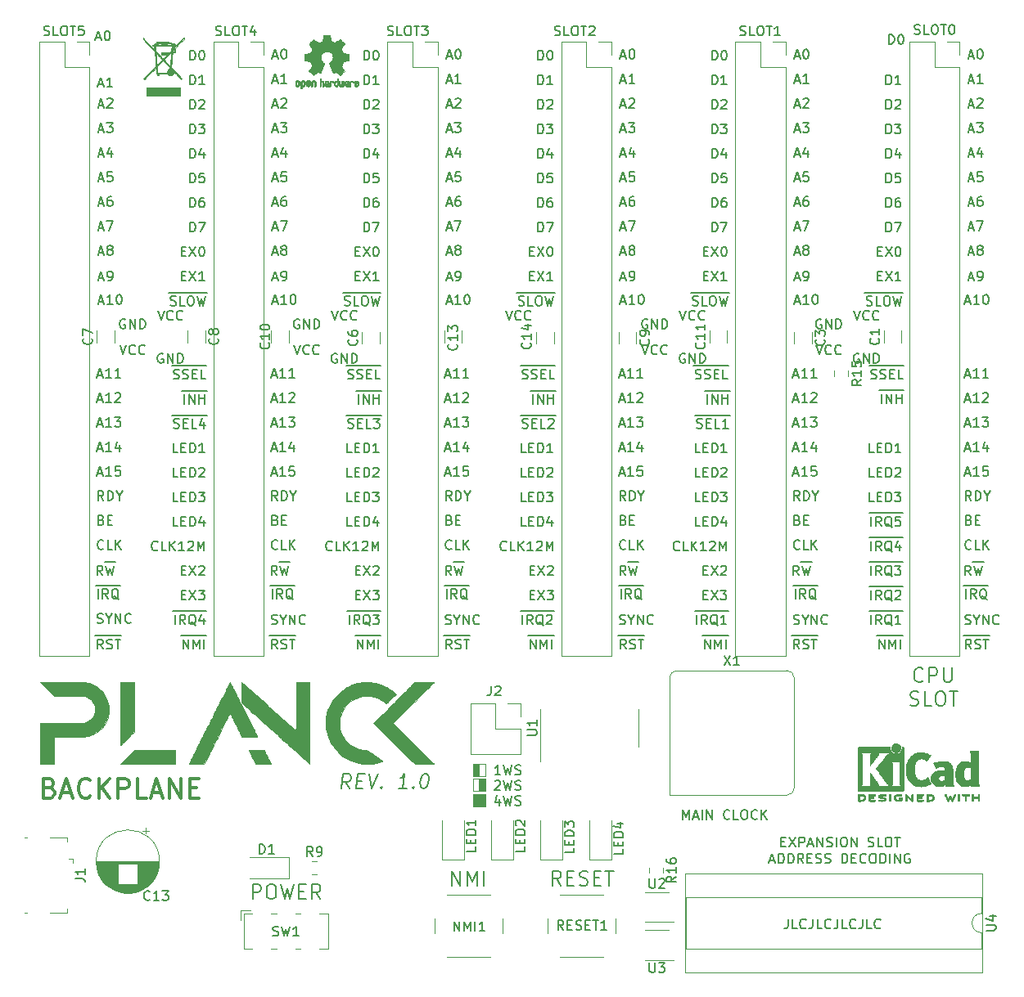
<source format=gbr>
G04 #@! TF.GenerationSoftware,KiCad,Pcbnew,(5.1.6-0-10_14)*
G04 #@! TF.CreationDate,2021-01-14T01:35:13+01:00*
G04 #@! TF.ProjectId,backplane,6261636b-706c-4616-9e65-2e6b69636164,rev?*
G04 #@! TF.SameCoordinates,Original*
G04 #@! TF.FileFunction,Legend,Top*
G04 #@! TF.FilePolarity,Positive*
%FSLAX46Y46*%
G04 Gerber Fmt 4.6, Leading zero omitted, Abs format (unit mm)*
G04 Created by KiCad (PCBNEW (5.1.6-0-10_14)) date 2021-01-14 01:35:13*
%MOMM*%
%LPD*%
G01*
G04 APERTURE LIST*
%ADD10C,0.150000*%
%ADD11C,0.100000*%
%ADD12C,0.120000*%
%ADD13C,0.200000*%
%ADD14C,0.300000*%
%ADD15C,0.010000*%
G04 APERTURE END LIST*
D10*
X49117357Y-80494214D02*
X49117357Y-81160880D01*
X48879261Y-80113261D02*
X48641166Y-80827547D01*
X49260214Y-80827547D01*
X49545928Y-80160880D02*
X49784023Y-81160880D01*
X49974500Y-80446595D01*
X50164976Y-81160880D01*
X50403071Y-80160880D01*
X50736404Y-81113261D02*
X50879261Y-81160880D01*
X51117357Y-81160880D01*
X51212595Y-81113261D01*
X51260214Y-81065642D01*
X51307833Y-80970404D01*
X51307833Y-80875166D01*
X51260214Y-80779928D01*
X51212595Y-80732309D01*
X51117357Y-80684690D01*
X50926880Y-80637071D01*
X50831642Y-80589452D01*
X50784023Y-80541833D01*
X50736404Y-80446595D01*
X50736404Y-80351357D01*
X50784023Y-80256119D01*
X50831642Y-80208500D01*
X50926880Y-80160880D01*
X51164976Y-80160880D01*
X51307833Y-80208500D01*
D11*
G36*
X47625000Y-81280000D02*
G01*
X46355000Y-81280000D01*
X46355000Y-80010000D01*
X47625000Y-80010000D01*
X47625000Y-81280000D01*
G37*
X47625000Y-81280000D02*
X46355000Y-81280000D01*
X46355000Y-80010000D01*
X47625000Y-80010000D01*
X47625000Y-81280000D01*
D10*
X48641166Y-78668619D02*
X48688785Y-78621000D01*
X48784023Y-78573380D01*
X49022119Y-78573380D01*
X49117357Y-78621000D01*
X49164976Y-78668619D01*
X49212595Y-78763857D01*
X49212595Y-78859095D01*
X49164976Y-79001952D01*
X48593547Y-79573380D01*
X49212595Y-79573380D01*
X49545928Y-78573380D02*
X49784023Y-79573380D01*
X49974500Y-78859095D01*
X50164976Y-79573380D01*
X50403071Y-78573380D01*
X50736404Y-79525761D02*
X50879261Y-79573380D01*
X51117357Y-79573380D01*
X51212595Y-79525761D01*
X51260214Y-79478142D01*
X51307833Y-79382904D01*
X51307833Y-79287666D01*
X51260214Y-79192428D01*
X51212595Y-79144809D01*
X51117357Y-79097190D01*
X50926880Y-79049571D01*
X50831642Y-79001952D01*
X50784023Y-78954333D01*
X50736404Y-78859095D01*
X50736404Y-78763857D01*
X50784023Y-78668619D01*
X50831642Y-78621000D01*
X50926880Y-78573380D01*
X51164976Y-78573380D01*
X51307833Y-78621000D01*
D12*
X46355000Y-79692500D02*
X46990000Y-79692500D01*
X46355000Y-78422500D02*
X46355000Y-79692500D01*
X46990000Y-78422500D02*
X46355000Y-78422500D01*
D11*
G36*
X47625000Y-79692500D02*
G01*
X46990000Y-79692500D01*
X46990000Y-78422500D01*
X47625000Y-78422500D01*
X47625000Y-79692500D01*
G37*
X47625000Y-79692500D02*
X46990000Y-79692500D01*
X46990000Y-78422500D01*
X47625000Y-78422500D01*
X47625000Y-79692500D01*
D12*
X47625000Y-78105000D02*
X46990000Y-78105000D01*
X47625000Y-76835000D02*
X47625000Y-78105000D01*
X46990000Y-76835000D02*
X47625000Y-76835000D01*
D11*
G36*
X46990000Y-78105000D02*
G01*
X46355000Y-78105000D01*
X46355000Y-76835000D01*
X46990000Y-76835000D01*
X46990000Y-78105000D01*
G37*
X46990000Y-78105000D02*
X46355000Y-78105000D01*
X46355000Y-76835000D01*
X46990000Y-76835000D01*
X46990000Y-78105000D01*
D10*
X49212595Y-77985880D02*
X48641166Y-77985880D01*
X48926880Y-77985880D02*
X48926880Y-76985880D01*
X48831642Y-77128738D01*
X48736404Y-77223976D01*
X48641166Y-77271595D01*
X49545928Y-76985880D02*
X49784023Y-77985880D01*
X49974500Y-77271595D01*
X50164976Y-77985880D01*
X50403071Y-76985880D01*
X50736404Y-77938261D02*
X50879261Y-77985880D01*
X51117357Y-77985880D01*
X51212595Y-77938261D01*
X51260214Y-77890642D01*
X51307833Y-77795404D01*
X51307833Y-77700166D01*
X51260214Y-77604928D01*
X51212595Y-77557309D01*
X51117357Y-77509690D01*
X50926880Y-77462071D01*
X50831642Y-77414452D01*
X50784023Y-77366833D01*
X50736404Y-77271595D01*
X50736404Y-77176357D01*
X50784023Y-77081119D01*
X50831642Y-77033500D01*
X50926880Y-76985880D01*
X51164976Y-76985880D01*
X51307833Y-77033500D01*
X16229071Y-59364571D02*
X16562404Y-59364571D01*
X16705261Y-59888380D02*
X16229071Y-59888380D01*
X16229071Y-58888380D01*
X16705261Y-58888380D01*
X17038595Y-58888380D02*
X17705261Y-59888380D01*
X17705261Y-58888380D02*
X17038595Y-59888380D01*
X17990976Y-58888380D02*
X18610023Y-58888380D01*
X18276690Y-59269333D01*
X18419547Y-59269333D01*
X18514785Y-59316952D01*
X18562404Y-59364571D01*
X18610023Y-59459809D01*
X18610023Y-59697904D01*
X18562404Y-59793142D01*
X18514785Y-59840761D01*
X18419547Y-59888380D01*
X18133833Y-59888380D01*
X18038595Y-59840761D01*
X17990976Y-59793142D01*
X16229071Y-56824571D02*
X16562404Y-56824571D01*
X16705261Y-57348380D02*
X16229071Y-57348380D01*
X16229071Y-56348380D01*
X16705261Y-56348380D01*
X17038595Y-56348380D02*
X17705261Y-57348380D01*
X17705261Y-56348380D02*
X17038595Y-57348380D01*
X18038595Y-56443619D02*
X18086214Y-56396000D01*
X18181452Y-56348380D01*
X18419547Y-56348380D01*
X18514785Y-56396000D01*
X18562404Y-56443619D01*
X18610023Y-56538857D01*
X18610023Y-56634095D01*
X18562404Y-56776952D01*
X17990976Y-57348380D01*
X18610023Y-57348380D01*
X34263071Y-59364571D02*
X34596404Y-59364571D01*
X34739261Y-59888380D02*
X34263071Y-59888380D01*
X34263071Y-58888380D01*
X34739261Y-58888380D01*
X35072595Y-58888380D02*
X35739261Y-59888380D01*
X35739261Y-58888380D02*
X35072595Y-59888380D01*
X36024976Y-58888380D02*
X36644023Y-58888380D01*
X36310690Y-59269333D01*
X36453547Y-59269333D01*
X36548785Y-59316952D01*
X36596404Y-59364571D01*
X36644023Y-59459809D01*
X36644023Y-59697904D01*
X36596404Y-59793142D01*
X36548785Y-59840761D01*
X36453547Y-59888380D01*
X36167833Y-59888380D01*
X36072595Y-59840761D01*
X36024976Y-59793142D01*
X34263071Y-56824571D02*
X34596404Y-56824571D01*
X34739261Y-57348380D02*
X34263071Y-57348380D01*
X34263071Y-56348380D01*
X34739261Y-56348380D01*
X35072595Y-56348380D02*
X35739261Y-57348380D01*
X35739261Y-56348380D02*
X35072595Y-57348380D01*
X36072595Y-56443619D02*
X36120214Y-56396000D01*
X36215452Y-56348380D01*
X36453547Y-56348380D01*
X36548785Y-56396000D01*
X36596404Y-56443619D01*
X36644023Y-56538857D01*
X36644023Y-56634095D01*
X36596404Y-56776952D01*
X36024976Y-57348380D01*
X36644023Y-57348380D01*
X52297071Y-59364571D02*
X52630404Y-59364571D01*
X52773261Y-59888380D02*
X52297071Y-59888380D01*
X52297071Y-58888380D01*
X52773261Y-58888380D01*
X53106595Y-58888380D02*
X53773261Y-59888380D01*
X53773261Y-58888380D02*
X53106595Y-59888380D01*
X54058976Y-58888380D02*
X54678023Y-58888380D01*
X54344690Y-59269333D01*
X54487547Y-59269333D01*
X54582785Y-59316952D01*
X54630404Y-59364571D01*
X54678023Y-59459809D01*
X54678023Y-59697904D01*
X54630404Y-59793142D01*
X54582785Y-59840761D01*
X54487547Y-59888380D01*
X54201833Y-59888380D01*
X54106595Y-59840761D01*
X54058976Y-59793142D01*
X52297071Y-56824571D02*
X52630404Y-56824571D01*
X52773261Y-57348380D02*
X52297071Y-57348380D01*
X52297071Y-56348380D01*
X52773261Y-56348380D01*
X53106595Y-56348380D02*
X53773261Y-57348380D01*
X53773261Y-56348380D02*
X53106595Y-57348380D01*
X54106595Y-56443619D02*
X54154214Y-56396000D01*
X54249452Y-56348380D01*
X54487547Y-56348380D01*
X54582785Y-56396000D01*
X54630404Y-56443619D01*
X54678023Y-56538857D01*
X54678023Y-56634095D01*
X54630404Y-56776952D01*
X54058976Y-57348380D01*
X54678023Y-57348380D01*
D13*
X68056666Y-82621380D02*
X68056666Y-81621380D01*
X68390000Y-82335666D01*
X68723333Y-81621380D01*
X68723333Y-82621380D01*
X69151904Y-82335666D02*
X69628095Y-82335666D01*
X69056666Y-82621380D02*
X69390000Y-81621380D01*
X69723333Y-82621380D01*
X70056666Y-82621380D02*
X70056666Y-81621380D01*
X70532857Y-82621380D02*
X70532857Y-81621380D01*
X71104285Y-82621380D01*
X71104285Y-81621380D01*
X72913809Y-82526142D02*
X72866190Y-82573761D01*
X72723333Y-82621380D01*
X72628095Y-82621380D01*
X72485238Y-82573761D01*
X72390000Y-82478523D01*
X72342380Y-82383285D01*
X72294761Y-82192809D01*
X72294761Y-82049952D01*
X72342380Y-81859476D01*
X72390000Y-81764238D01*
X72485238Y-81669000D01*
X72628095Y-81621380D01*
X72723333Y-81621380D01*
X72866190Y-81669000D01*
X72913809Y-81716619D01*
X73818571Y-82621380D02*
X73342380Y-82621380D01*
X73342380Y-81621380D01*
X74342380Y-81621380D02*
X74532857Y-81621380D01*
X74628095Y-81669000D01*
X74723333Y-81764238D01*
X74770952Y-81954714D01*
X74770952Y-82288047D01*
X74723333Y-82478523D01*
X74628095Y-82573761D01*
X74532857Y-82621380D01*
X74342380Y-82621380D01*
X74247142Y-82573761D01*
X74151904Y-82478523D01*
X74104285Y-82288047D01*
X74104285Y-81954714D01*
X74151904Y-81764238D01*
X74247142Y-81669000D01*
X74342380Y-81621380D01*
X75770952Y-82526142D02*
X75723333Y-82573761D01*
X75580476Y-82621380D01*
X75485238Y-82621380D01*
X75342380Y-82573761D01*
X75247142Y-82478523D01*
X75199523Y-82383285D01*
X75151904Y-82192809D01*
X75151904Y-82049952D01*
X75199523Y-81859476D01*
X75247142Y-81764238D01*
X75342380Y-81669000D01*
X75485238Y-81621380D01*
X75580476Y-81621380D01*
X75723333Y-81669000D01*
X75770952Y-81716619D01*
X76199523Y-82621380D02*
X76199523Y-81621380D01*
X76770952Y-82621380D02*
X76342380Y-82049952D01*
X76770952Y-81621380D02*
X76199523Y-82192809D01*
X78256571Y-84930571D02*
X78589904Y-84930571D01*
X78732761Y-85454380D02*
X78256571Y-85454380D01*
X78256571Y-84454380D01*
X78732761Y-84454380D01*
X79066095Y-84454380D02*
X79732761Y-85454380D01*
X79732761Y-84454380D02*
X79066095Y-85454380D01*
X80113714Y-85454380D02*
X80113714Y-84454380D01*
X80494666Y-84454380D01*
X80589904Y-84502000D01*
X80637523Y-84549619D01*
X80685142Y-84644857D01*
X80685142Y-84787714D01*
X80637523Y-84882952D01*
X80589904Y-84930571D01*
X80494666Y-84978190D01*
X80113714Y-84978190D01*
X81066095Y-85168666D02*
X81542285Y-85168666D01*
X80970857Y-85454380D02*
X81304190Y-84454380D01*
X81637523Y-85454380D01*
X81970857Y-85454380D02*
X81970857Y-84454380D01*
X82542285Y-85454380D01*
X82542285Y-84454380D01*
X82970857Y-85406761D02*
X83113714Y-85454380D01*
X83351809Y-85454380D01*
X83447047Y-85406761D01*
X83494666Y-85359142D01*
X83542285Y-85263904D01*
X83542285Y-85168666D01*
X83494666Y-85073428D01*
X83447047Y-85025809D01*
X83351809Y-84978190D01*
X83161333Y-84930571D01*
X83066095Y-84882952D01*
X83018476Y-84835333D01*
X82970857Y-84740095D01*
X82970857Y-84644857D01*
X83018476Y-84549619D01*
X83066095Y-84502000D01*
X83161333Y-84454380D01*
X83399428Y-84454380D01*
X83542285Y-84502000D01*
X83970857Y-85454380D02*
X83970857Y-84454380D01*
X84637523Y-84454380D02*
X84828000Y-84454380D01*
X84923238Y-84502000D01*
X85018476Y-84597238D01*
X85066095Y-84787714D01*
X85066095Y-85121047D01*
X85018476Y-85311523D01*
X84923238Y-85406761D01*
X84828000Y-85454380D01*
X84637523Y-85454380D01*
X84542285Y-85406761D01*
X84447047Y-85311523D01*
X84399428Y-85121047D01*
X84399428Y-84787714D01*
X84447047Y-84597238D01*
X84542285Y-84502000D01*
X84637523Y-84454380D01*
X85494666Y-85454380D02*
X85494666Y-84454380D01*
X86066095Y-85454380D01*
X86066095Y-84454380D01*
X87256571Y-85406761D02*
X87399428Y-85454380D01*
X87637523Y-85454380D01*
X87732761Y-85406761D01*
X87780380Y-85359142D01*
X87828000Y-85263904D01*
X87828000Y-85168666D01*
X87780380Y-85073428D01*
X87732761Y-85025809D01*
X87637523Y-84978190D01*
X87447047Y-84930571D01*
X87351809Y-84882952D01*
X87304190Y-84835333D01*
X87256571Y-84740095D01*
X87256571Y-84644857D01*
X87304190Y-84549619D01*
X87351809Y-84502000D01*
X87447047Y-84454380D01*
X87685142Y-84454380D01*
X87828000Y-84502000D01*
X88732761Y-85454380D02*
X88256571Y-85454380D01*
X88256571Y-84454380D01*
X89256571Y-84454380D02*
X89447047Y-84454380D01*
X89542285Y-84502000D01*
X89637523Y-84597238D01*
X89685142Y-84787714D01*
X89685142Y-85121047D01*
X89637523Y-85311523D01*
X89542285Y-85406761D01*
X89447047Y-85454380D01*
X89256571Y-85454380D01*
X89161333Y-85406761D01*
X89066095Y-85311523D01*
X89018476Y-85121047D01*
X89018476Y-84787714D01*
X89066095Y-84597238D01*
X89161333Y-84502000D01*
X89256571Y-84454380D01*
X89970857Y-84454380D02*
X90542285Y-84454380D01*
X90256571Y-85454380D02*
X90256571Y-84454380D01*
X77066095Y-86868666D02*
X77542285Y-86868666D01*
X76970857Y-87154380D02*
X77304190Y-86154380D01*
X77637523Y-87154380D01*
X77970857Y-87154380D02*
X77970857Y-86154380D01*
X78208952Y-86154380D01*
X78351809Y-86202000D01*
X78447047Y-86297238D01*
X78494666Y-86392476D01*
X78542285Y-86582952D01*
X78542285Y-86725809D01*
X78494666Y-86916285D01*
X78447047Y-87011523D01*
X78351809Y-87106761D01*
X78208952Y-87154380D01*
X77970857Y-87154380D01*
X78970857Y-87154380D02*
X78970857Y-86154380D01*
X79208952Y-86154380D01*
X79351809Y-86202000D01*
X79447047Y-86297238D01*
X79494666Y-86392476D01*
X79542285Y-86582952D01*
X79542285Y-86725809D01*
X79494666Y-86916285D01*
X79447047Y-87011523D01*
X79351809Y-87106761D01*
X79208952Y-87154380D01*
X78970857Y-87154380D01*
X80542285Y-87154380D02*
X80208952Y-86678190D01*
X79970857Y-87154380D02*
X79970857Y-86154380D01*
X80351809Y-86154380D01*
X80447047Y-86202000D01*
X80494666Y-86249619D01*
X80542285Y-86344857D01*
X80542285Y-86487714D01*
X80494666Y-86582952D01*
X80447047Y-86630571D01*
X80351809Y-86678190D01*
X79970857Y-86678190D01*
X80970857Y-86630571D02*
X81304190Y-86630571D01*
X81447047Y-87154380D02*
X80970857Y-87154380D01*
X80970857Y-86154380D01*
X81447047Y-86154380D01*
X81828000Y-87106761D02*
X81970857Y-87154380D01*
X82208952Y-87154380D01*
X82304190Y-87106761D01*
X82351809Y-87059142D01*
X82399428Y-86963904D01*
X82399428Y-86868666D01*
X82351809Y-86773428D01*
X82304190Y-86725809D01*
X82208952Y-86678190D01*
X82018476Y-86630571D01*
X81923238Y-86582952D01*
X81875619Y-86535333D01*
X81828000Y-86440095D01*
X81828000Y-86344857D01*
X81875619Y-86249619D01*
X81923238Y-86202000D01*
X82018476Y-86154380D01*
X82256571Y-86154380D01*
X82399428Y-86202000D01*
X82780380Y-87106761D02*
X82923238Y-87154380D01*
X83161333Y-87154380D01*
X83256571Y-87106761D01*
X83304190Y-87059142D01*
X83351809Y-86963904D01*
X83351809Y-86868666D01*
X83304190Y-86773428D01*
X83256571Y-86725809D01*
X83161333Y-86678190D01*
X82970857Y-86630571D01*
X82875619Y-86582952D01*
X82828000Y-86535333D01*
X82780380Y-86440095D01*
X82780380Y-86344857D01*
X82828000Y-86249619D01*
X82875619Y-86202000D01*
X82970857Y-86154380D01*
X83208952Y-86154380D01*
X83351809Y-86202000D01*
X84542285Y-87154380D02*
X84542285Y-86154380D01*
X84780380Y-86154380D01*
X84923238Y-86202000D01*
X85018476Y-86297238D01*
X85066095Y-86392476D01*
X85113714Y-86582952D01*
X85113714Y-86725809D01*
X85066095Y-86916285D01*
X85018476Y-87011523D01*
X84923238Y-87106761D01*
X84780380Y-87154380D01*
X84542285Y-87154380D01*
X85542285Y-86630571D02*
X85875619Y-86630571D01*
X86018476Y-87154380D02*
X85542285Y-87154380D01*
X85542285Y-86154380D01*
X86018476Y-86154380D01*
X87018476Y-87059142D02*
X86970857Y-87106761D01*
X86828000Y-87154380D01*
X86732761Y-87154380D01*
X86589904Y-87106761D01*
X86494666Y-87011523D01*
X86447047Y-86916285D01*
X86399428Y-86725809D01*
X86399428Y-86582952D01*
X86447047Y-86392476D01*
X86494666Y-86297238D01*
X86589904Y-86202000D01*
X86732761Y-86154380D01*
X86828000Y-86154380D01*
X86970857Y-86202000D01*
X87018476Y-86249619D01*
X87637523Y-86154380D02*
X87828000Y-86154380D01*
X87923238Y-86202000D01*
X88018476Y-86297238D01*
X88066095Y-86487714D01*
X88066095Y-86821047D01*
X88018476Y-87011523D01*
X87923238Y-87106761D01*
X87828000Y-87154380D01*
X87637523Y-87154380D01*
X87542285Y-87106761D01*
X87447047Y-87011523D01*
X87399428Y-86821047D01*
X87399428Y-86487714D01*
X87447047Y-86297238D01*
X87542285Y-86202000D01*
X87637523Y-86154380D01*
X88494666Y-87154380D02*
X88494666Y-86154380D01*
X88732761Y-86154380D01*
X88875619Y-86202000D01*
X88970857Y-86297238D01*
X89018476Y-86392476D01*
X89066095Y-86582952D01*
X89066095Y-86725809D01*
X89018476Y-86916285D01*
X88970857Y-87011523D01*
X88875619Y-87106761D01*
X88732761Y-87154380D01*
X88494666Y-87154380D01*
X89494666Y-87154380D02*
X89494666Y-86154380D01*
X89970857Y-87154380D02*
X89970857Y-86154380D01*
X90542285Y-87154380D01*
X90542285Y-86154380D01*
X91542285Y-86202000D02*
X91447047Y-86154380D01*
X91304190Y-86154380D01*
X91161333Y-86202000D01*
X91066095Y-86297238D01*
X91018476Y-86392476D01*
X90970857Y-86582952D01*
X90970857Y-86725809D01*
X91018476Y-86916285D01*
X91066095Y-87011523D01*
X91161333Y-87106761D01*
X91304190Y-87154380D01*
X91399428Y-87154380D01*
X91542285Y-87106761D01*
X91589904Y-87059142D01*
X91589904Y-86725809D01*
X91399428Y-86725809D01*
D10*
X13752880Y-54713142D02*
X13705261Y-54760761D01*
X13562404Y-54808380D01*
X13467166Y-54808380D01*
X13324309Y-54760761D01*
X13229071Y-54665523D01*
X13181452Y-54570285D01*
X13133833Y-54379809D01*
X13133833Y-54236952D01*
X13181452Y-54046476D01*
X13229071Y-53951238D01*
X13324309Y-53856000D01*
X13467166Y-53808380D01*
X13562404Y-53808380D01*
X13705261Y-53856000D01*
X13752880Y-53903619D01*
X14657642Y-54808380D02*
X14181452Y-54808380D01*
X14181452Y-53808380D01*
X14990976Y-54808380D02*
X14990976Y-53808380D01*
X15562404Y-54808380D02*
X15133833Y-54236952D01*
X15562404Y-53808380D02*
X14990976Y-54379809D01*
X16514785Y-54808380D02*
X15943357Y-54808380D01*
X16229071Y-54808380D02*
X16229071Y-53808380D01*
X16133833Y-53951238D01*
X16038595Y-54046476D01*
X15943357Y-54094095D01*
X16895738Y-53903619D02*
X16943357Y-53856000D01*
X17038595Y-53808380D01*
X17276690Y-53808380D01*
X17371928Y-53856000D01*
X17419547Y-53903619D01*
X17467166Y-53998857D01*
X17467166Y-54094095D01*
X17419547Y-54236952D01*
X16848119Y-54808380D01*
X17467166Y-54808380D01*
X17895738Y-54808380D02*
X17895738Y-53808380D01*
X18229071Y-54522666D01*
X18562404Y-53808380D01*
X18562404Y-54808380D01*
X31786880Y-54713142D02*
X31739261Y-54760761D01*
X31596404Y-54808380D01*
X31501166Y-54808380D01*
X31358309Y-54760761D01*
X31263071Y-54665523D01*
X31215452Y-54570285D01*
X31167833Y-54379809D01*
X31167833Y-54236952D01*
X31215452Y-54046476D01*
X31263071Y-53951238D01*
X31358309Y-53856000D01*
X31501166Y-53808380D01*
X31596404Y-53808380D01*
X31739261Y-53856000D01*
X31786880Y-53903619D01*
X32691642Y-54808380D02*
X32215452Y-54808380D01*
X32215452Y-53808380D01*
X33024976Y-54808380D02*
X33024976Y-53808380D01*
X33596404Y-54808380D02*
X33167833Y-54236952D01*
X33596404Y-53808380D02*
X33024976Y-54379809D01*
X34548785Y-54808380D02*
X33977357Y-54808380D01*
X34263071Y-54808380D02*
X34263071Y-53808380D01*
X34167833Y-53951238D01*
X34072595Y-54046476D01*
X33977357Y-54094095D01*
X34929738Y-53903619D02*
X34977357Y-53856000D01*
X35072595Y-53808380D01*
X35310690Y-53808380D01*
X35405928Y-53856000D01*
X35453547Y-53903619D01*
X35501166Y-53998857D01*
X35501166Y-54094095D01*
X35453547Y-54236952D01*
X34882119Y-54808380D01*
X35501166Y-54808380D01*
X35929738Y-54808380D02*
X35929738Y-53808380D01*
X36263071Y-54522666D01*
X36596404Y-53808380D01*
X36596404Y-54808380D01*
X49820880Y-54713142D02*
X49773261Y-54760761D01*
X49630404Y-54808380D01*
X49535166Y-54808380D01*
X49392309Y-54760761D01*
X49297071Y-54665523D01*
X49249452Y-54570285D01*
X49201833Y-54379809D01*
X49201833Y-54236952D01*
X49249452Y-54046476D01*
X49297071Y-53951238D01*
X49392309Y-53856000D01*
X49535166Y-53808380D01*
X49630404Y-53808380D01*
X49773261Y-53856000D01*
X49820880Y-53903619D01*
X50725642Y-54808380D02*
X50249452Y-54808380D01*
X50249452Y-53808380D01*
X51058976Y-54808380D02*
X51058976Y-53808380D01*
X51630404Y-54808380D02*
X51201833Y-54236952D01*
X51630404Y-53808380D02*
X51058976Y-54379809D01*
X52582785Y-54808380D02*
X52011357Y-54808380D01*
X52297071Y-54808380D02*
X52297071Y-53808380D01*
X52201833Y-53951238D01*
X52106595Y-54046476D01*
X52011357Y-54094095D01*
X52963738Y-53903619D02*
X53011357Y-53856000D01*
X53106595Y-53808380D01*
X53344690Y-53808380D01*
X53439928Y-53856000D01*
X53487547Y-53903619D01*
X53535166Y-53998857D01*
X53535166Y-54094095D01*
X53487547Y-54236952D01*
X52916119Y-54808380D01*
X53535166Y-54808380D01*
X53963738Y-54808380D02*
X53963738Y-53808380D01*
X54297071Y-54522666D01*
X54630404Y-53808380D01*
X54630404Y-54808380D01*
D13*
X78946952Y-92924380D02*
X78946952Y-93638666D01*
X78899333Y-93781523D01*
X78804095Y-93876761D01*
X78661238Y-93924380D01*
X78566000Y-93924380D01*
X79899333Y-93924380D02*
X79423142Y-93924380D01*
X79423142Y-92924380D01*
X80804095Y-93829142D02*
X80756476Y-93876761D01*
X80613619Y-93924380D01*
X80518380Y-93924380D01*
X80375523Y-93876761D01*
X80280285Y-93781523D01*
X80232666Y-93686285D01*
X80185047Y-93495809D01*
X80185047Y-93352952D01*
X80232666Y-93162476D01*
X80280285Y-93067238D01*
X80375523Y-92972000D01*
X80518380Y-92924380D01*
X80613619Y-92924380D01*
X80756476Y-92972000D01*
X80804095Y-93019619D01*
X81518380Y-92924380D02*
X81518380Y-93638666D01*
X81470761Y-93781523D01*
X81375523Y-93876761D01*
X81232666Y-93924380D01*
X81137428Y-93924380D01*
X82470761Y-93924380D02*
X81994571Y-93924380D01*
X81994571Y-92924380D01*
X83375523Y-93829142D02*
X83327904Y-93876761D01*
X83185047Y-93924380D01*
X83089809Y-93924380D01*
X82946952Y-93876761D01*
X82851714Y-93781523D01*
X82804095Y-93686285D01*
X82756476Y-93495809D01*
X82756476Y-93352952D01*
X82804095Y-93162476D01*
X82851714Y-93067238D01*
X82946952Y-92972000D01*
X83089809Y-92924380D01*
X83185047Y-92924380D01*
X83327904Y-92972000D01*
X83375523Y-93019619D01*
X84089809Y-92924380D02*
X84089809Y-93638666D01*
X84042190Y-93781523D01*
X83946952Y-93876761D01*
X83804095Y-93924380D01*
X83708857Y-93924380D01*
X85042190Y-93924380D02*
X84566000Y-93924380D01*
X84566000Y-92924380D01*
X85946952Y-93829142D02*
X85899333Y-93876761D01*
X85756476Y-93924380D01*
X85661238Y-93924380D01*
X85518380Y-93876761D01*
X85423142Y-93781523D01*
X85375523Y-93686285D01*
X85327904Y-93495809D01*
X85327904Y-93352952D01*
X85375523Y-93162476D01*
X85423142Y-93067238D01*
X85518380Y-92972000D01*
X85661238Y-92924380D01*
X85756476Y-92924380D01*
X85899333Y-92972000D01*
X85946952Y-93019619D01*
X86661238Y-92924380D02*
X86661238Y-93638666D01*
X86613619Y-93781523D01*
X86518380Y-93876761D01*
X86375523Y-93924380D01*
X86280285Y-93924380D01*
X87613619Y-93924380D02*
X87137428Y-93924380D01*
X87137428Y-92924380D01*
X88518380Y-93829142D02*
X88470761Y-93876761D01*
X88327904Y-93924380D01*
X88232666Y-93924380D01*
X88089809Y-93876761D01*
X87994571Y-93781523D01*
X87946952Y-93686285D01*
X87899333Y-93495809D01*
X87899333Y-93352952D01*
X87946952Y-93162476D01*
X87994571Y-93067238D01*
X88089809Y-92972000D01*
X88232666Y-92924380D01*
X88327904Y-92924380D01*
X88470761Y-92972000D01*
X88518380Y-93019619D01*
D10*
X15206452Y-35661000D02*
X16158833Y-35661000D01*
X15396928Y-36980761D02*
X15539785Y-37028380D01*
X15777880Y-37028380D01*
X15873119Y-36980761D01*
X15920738Y-36933142D01*
X15968357Y-36837904D01*
X15968357Y-36742666D01*
X15920738Y-36647428D01*
X15873119Y-36599809D01*
X15777880Y-36552190D01*
X15587404Y-36504571D01*
X15492166Y-36456952D01*
X15444547Y-36409333D01*
X15396928Y-36314095D01*
X15396928Y-36218857D01*
X15444547Y-36123619D01*
X15492166Y-36076000D01*
X15587404Y-36028380D01*
X15825500Y-36028380D01*
X15968357Y-36076000D01*
X16158833Y-35661000D02*
X17111214Y-35661000D01*
X16349309Y-36980761D02*
X16492166Y-37028380D01*
X16730261Y-37028380D01*
X16825500Y-36980761D01*
X16873119Y-36933142D01*
X16920738Y-36837904D01*
X16920738Y-36742666D01*
X16873119Y-36647428D01*
X16825500Y-36599809D01*
X16730261Y-36552190D01*
X16539785Y-36504571D01*
X16444547Y-36456952D01*
X16396928Y-36409333D01*
X16349309Y-36314095D01*
X16349309Y-36218857D01*
X16396928Y-36123619D01*
X16444547Y-36076000D01*
X16539785Y-36028380D01*
X16777880Y-36028380D01*
X16920738Y-36076000D01*
X17111214Y-35661000D02*
X18015976Y-35661000D01*
X17349309Y-36504571D02*
X17682642Y-36504571D01*
X17825500Y-37028380D02*
X17349309Y-37028380D01*
X17349309Y-36028380D01*
X17825500Y-36028380D01*
X18015976Y-35661000D02*
X18825500Y-35661000D01*
X18730261Y-37028380D02*
X18254071Y-37028380D01*
X18254071Y-36028380D01*
X33240452Y-35661000D02*
X34192833Y-35661000D01*
X33430928Y-36980761D02*
X33573785Y-37028380D01*
X33811880Y-37028380D01*
X33907119Y-36980761D01*
X33954738Y-36933142D01*
X34002357Y-36837904D01*
X34002357Y-36742666D01*
X33954738Y-36647428D01*
X33907119Y-36599809D01*
X33811880Y-36552190D01*
X33621404Y-36504571D01*
X33526166Y-36456952D01*
X33478547Y-36409333D01*
X33430928Y-36314095D01*
X33430928Y-36218857D01*
X33478547Y-36123619D01*
X33526166Y-36076000D01*
X33621404Y-36028380D01*
X33859500Y-36028380D01*
X34002357Y-36076000D01*
X34192833Y-35661000D02*
X35145214Y-35661000D01*
X34383309Y-36980761D02*
X34526166Y-37028380D01*
X34764261Y-37028380D01*
X34859500Y-36980761D01*
X34907119Y-36933142D01*
X34954738Y-36837904D01*
X34954738Y-36742666D01*
X34907119Y-36647428D01*
X34859500Y-36599809D01*
X34764261Y-36552190D01*
X34573785Y-36504571D01*
X34478547Y-36456952D01*
X34430928Y-36409333D01*
X34383309Y-36314095D01*
X34383309Y-36218857D01*
X34430928Y-36123619D01*
X34478547Y-36076000D01*
X34573785Y-36028380D01*
X34811880Y-36028380D01*
X34954738Y-36076000D01*
X35145214Y-35661000D02*
X36049976Y-35661000D01*
X35383309Y-36504571D02*
X35716642Y-36504571D01*
X35859500Y-37028380D02*
X35383309Y-37028380D01*
X35383309Y-36028380D01*
X35859500Y-36028380D01*
X36049976Y-35661000D02*
X36859500Y-35661000D01*
X36764261Y-37028380D02*
X36288071Y-37028380D01*
X36288071Y-36028380D01*
X51274452Y-35661000D02*
X52226833Y-35661000D01*
X51464928Y-36980761D02*
X51607785Y-37028380D01*
X51845880Y-37028380D01*
X51941119Y-36980761D01*
X51988738Y-36933142D01*
X52036357Y-36837904D01*
X52036357Y-36742666D01*
X51988738Y-36647428D01*
X51941119Y-36599809D01*
X51845880Y-36552190D01*
X51655404Y-36504571D01*
X51560166Y-36456952D01*
X51512547Y-36409333D01*
X51464928Y-36314095D01*
X51464928Y-36218857D01*
X51512547Y-36123619D01*
X51560166Y-36076000D01*
X51655404Y-36028380D01*
X51893500Y-36028380D01*
X52036357Y-36076000D01*
X52226833Y-35661000D02*
X53179214Y-35661000D01*
X52417309Y-36980761D02*
X52560166Y-37028380D01*
X52798261Y-37028380D01*
X52893500Y-36980761D01*
X52941119Y-36933142D01*
X52988738Y-36837904D01*
X52988738Y-36742666D01*
X52941119Y-36647428D01*
X52893500Y-36599809D01*
X52798261Y-36552190D01*
X52607785Y-36504571D01*
X52512547Y-36456952D01*
X52464928Y-36409333D01*
X52417309Y-36314095D01*
X52417309Y-36218857D01*
X52464928Y-36123619D01*
X52512547Y-36076000D01*
X52607785Y-36028380D01*
X52845880Y-36028380D01*
X52988738Y-36076000D01*
X53179214Y-35661000D02*
X54083976Y-35661000D01*
X53417309Y-36504571D02*
X53750642Y-36504571D01*
X53893500Y-37028380D02*
X53417309Y-37028380D01*
X53417309Y-36028380D01*
X53893500Y-36028380D01*
X54083976Y-35661000D02*
X54893500Y-35661000D01*
X54798261Y-37028380D02*
X54322071Y-37028380D01*
X54322071Y-36028380D01*
X69181452Y-35661000D02*
X70133833Y-35661000D01*
X69371928Y-36980761D02*
X69514785Y-37028380D01*
X69752880Y-37028380D01*
X69848119Y-36980761D01*
X69895738Y-36933142D01*
X69943357Y-36837904D01*
X69943357Y-36742666D01*
X69895738Y-36647428D01*
X69848119Y-36599809D01*
X69752880Y-36552190D01*
X69562404Y-36504571D01*
X69467166Y-36456952D01*
X69419547Y-36409333D01*
X69371928Y-36314095D01*
X69371928Y-36218857D01*
X69419547Y-36123619D01*
X69467166Y-36076000D01*
X69562404Y-36028380D01*
X69800500Y-36028380D01*
X69943357Y-36076000D01*
X70133833Y-35661000D02*
X71086214Y-35661000D01*
X70324309Y-36980761D02*
X70467166Y-37028380D01*
X70705261Y-37028380D01*
X70800500Y-36980761D01*
X70848119Y-36933142D01*
X70895738Y-36837904D01*
X70895738Y-36742666D01*
X70848119Y-36647428D01*
X70800500Y-36599809D01*
X70705261Y-36552190D01*
X70514785Y-36504571D01*
X70419547Y-36456952D01*
X70371928Y-36409333D01*
X70324309Y-36314095D01*
X70324309Y-36218857D01*
X70371928Y-36123619D01*
X70419547Y-36076000D01*
X70514785Y-36028380D01*
X70752880Y-36028380D01*
X70895738Y-36076000D01*
X71086214Y-35661000D02*
X71990976Y-35661000D01*
X71324309Y-36504571D02*
X71657642Y-36504571D01*
X71800500Y-37028380D02*
X71324309Y-37028380D01*
X71324309Y-36028380D01*
X71800500Y-36028380D01*
X71990976Y-35661000D02*
X72800500Y-35661000D01*
X72705261Y-37028380D02*
X72229071Y-37028380D01*
X72229071Y-36028380D01*
D13*
X92908571Y-68271714D02*
X92837142Y-68343142D01*
X92622857Y-68414571D01*
X92480000Y-68414571D01*
X92265714Y-68343142D01*
X92122857Y-68200285D01*
X92051428Y-68057428D01*
X91980000Y-67771714D01*
X91980000Y-67557428D01*
X92051428Y-67271714D01*
X92122857Y-67128857D01*
X92265714Y-66986000D01*
X92480000Y-66914571D01*
X92622857Y-66914571D01*
X92837142Y-66986000D01*
X92908571Y-67057428D01*
X93551428Y-68414571D02*
X93551428Y-66914571D01*
X94122857Y-66914571D01*
X94265714Y-66986000D01*
X94337142Y-67057428D01*
X94408571Y-67200285D01*
X94408571Y-67414571D01*
X94337142Y-67557428D01*
X94265714Y-67628857D01*
X94122857Y-67700285D01*
X93551428Y-67700285D01*
X95051428Y-66914571D02*
X95051428Y-68128857D01*
X95122857Y-68271714D01*
X95194285Y-68343142D01*
X95337142Y-68414571D01*
X95622857Y-68414571D01*
X95765714Y-68343142D01*
X95837142Y-68271714D01*
X95908571Y-68128857D01*
X95908571Y-66914571D01*
X91587142Y-70793142D02*
X91801428Y-70864571D01*
X92158571Y-70864571D01*
X92301428Y-70793142D01*
X92372857Y-70721714D01*
X92444285Y-70578857D01*
X92444285Y-70436000D01*
X92372857Y-70293142D01*
X92301428Y-70221714D01*
X92158571Y-70150285D01*
X91872857Y-70078857D01*
X91730000Y-70007428D01*
X91658571Y-69936000D01*
X91587142Y-69793142D01*
X91587142Y-69650285D01*
X91658571Y-69507428D01*
X91730000Y-69436000D01*
X91872857Y-69364571D01*
X92230000Y-69364571D01*
X92444285Y-69436000D01*
X93801428Y-70864571D02*
X93087142Y-70864571D01*
X93087142Y-69364571D01*
X94587142Y-69364571D02*
X94872857Y-69364571D01*
X95015714Y-69436000D01*
X95158571Y-69578857D01*
X95230000Y-69864571D01*
X95230000Y-70364571D01*
X95158571Y-70650285D01*
X95015714Y-70793142D01*
X94872857Y-70864571D01*
X94587142Y-70864571D01*
X94444285Y-70793142D01*
X94301428Y-70650285D01*
X94230000Y-70364571D01*
X94230000Y-69864571D01*
X94301428Y-69578857D01*
X94444285Y-69436000D01*
X94587142Y-69364571D01*
X95658571Y-69364571D02*
X96515714Y-69364571D01*
X96087142Y-70864571D02*
X96087142Y-69364571D01*
X33626035Y-79418571D02*
X33215321Y-78704285D01*
X32768892Y-79418571D02*
X32956392Y-77918571D01*
X33527821Y-77918571D01*
X33661750Y-77990000D01*
X33724250Y-78061428D01*
X33777821Y-78204285D01*
X33751035Y-78418571D01*
X33661750Y-78561428D01*
X33581392Y-78632857D01*
X33429607Y-78704285D01*
X32858178Y-78704285D01*
X34367107Y-78632857D02*
X34867107Y-78632857D01*
X34983178Y-79418571D02*
X34268892Y-79418571D01*
X34456392Y-77918571D01*
X35170678Y-77918571D01*
X35599250Y-77918571D02*
X35911750Y-79418571D01*
X36599250Y-77918571D01*
X36929607Y-79275714D02*
X36992107Y-79347142D01*
X36911750Y-79418571D01*
X36849250Y-79347142D01*
X36929607Y-79275714D01*
X36911750Y-79418571D01*
X39554607Y-79418571D02*
X38697464Y-79418571D01*
X39126035Y-79418571D02*
X39313535Y-77918571D01*
X39143892Y-78132857D01*
X38983178Y-78275714D01*
X38831392Y-78347142D01*
X40215321Y-79275714D02*
X40277821Y-79347142D01*
X40197464Y-79418571D01*
X40134964Y-79347142D01*
X40215321Y-79275714D01*
X40197464Y-79418571D01*
X41384964Y-77918571D02*
X41527821Y-77918571D01*
X41661750Y-77990000D01*
X41724250Y-78061428D01*
X41777821Y-78204285D01*
X41813535Y-78490000D01*
X41768892Y-78847142D01*
X41661750Y-79132857D01*
X41572464Y-79275714D01*
X41492107Y-79347142D01*
X41340321Y-79418571D01*
X41197464Y-79418571D01*
X41063535Y-79347142D01*
X41001035Y-79275714D01*
X40947464Y-79132857D01*
X40911750Y-78847142D01*
X40956392Y-78490000D01*
X41063535Y-78204285D01*
X41152821Y-78061428D01*
X41233178Y-77990000D01*
X41384964Y-77918571D01*
D10*
X8053023Y-57348380D02*
X7719690Y-56872190D01*
X7481595Y-57348380D02*
X7481595Y-56348380D01*
X7862547Y-56348380D01*
X7957785Y-56396000D01*
X8005404Y-56443619D01*
X8053023Y-56538857D01*
X8053023Y-56681714D01*
X8005404Y-56776952D01*
X7957785Y-56824571D01*
X7862547Y-56872190D01*
X7481595Y-56872190D01*
X8243500Y-55981000D02*
X9386357Y-55981000D01*
X8386357Y-56348380D02*
X8624452Y-57348380D01*
X8814928Y-56634095D01*
X9005404Y-57348380D01*
X9243500Y-56348380D01*
X26087023Y-57348380D02*
X25753690Y-56872190D01*
X25515595Y-57348380D02*
X25515595Y-56348380D01*
X25896547Y-56348380D01*
X25991785Y-56396000D01*
X26039404Y-56443619D01*
X26087023Y-56538857D01*
X26087023Y-56681714D01*
X26039404Y-56776952D01*
X25991785Y-56824571D01*
X25896547Y-56872190D01*
X25515595Y-56872190D01*
X26277500Y-55981000D02*
X27420357Y-55981000D01*
X26420357Y-56348380D02*
X26658452Y-57348380D01*
X26848928Y-56634095D01*
X27039404Y-57348380D01*
X27277500Y-56348380D01*
X44121023Y-57348380D02*
X43787690Y-56872190D01*
X43549595Y-57348380D02*
X43549595Y-56348380D01*
X43930547Y-56348380D01*
X44025785Y-56396000D01*
X44073404Y-56443619D01*
X44121023Y-56538857D01*
X44121023Y-56681714D01*
X44073404Y-56776952D01*
X44025785Y-56824571D01*
X43930547Y-56872190D01*
X43549595Y-56872190D01*
X44311500Y-55981000D02*
X45454357Y-55981000D01*
X44454357Y-56348380D02*
X44692452Y-57348380D01*
X44882928Y-56634095D01*
X45073404Y-57348380D01*
X45311500Y-56348380D01*
X97842023Y-57348380D02*
X97508690Y-56872190D01*
X97270595Y-57348380D02*
X97270595Y-56348380D01*
X97651547Y-56348380D01*
X97746785Y-56396000D01*
X97794404Y-56443619D01*
X97842023Y-56538857D01*
X97842023Y-56681714D01*
X97794404Y-56776952D01*
X97746785Y-56824571D01*
X97651547Y-56872190D01*
X97270595Y-56872190D01*
X98032500Y-55981000D02*
X99175357Y-55981000D01*
X98175357Y-56348380D02*
X98413452Y-57348380D01*
X98603928Y-56634095D01*
X98794404Y-57348380D01*
X99032500Y-56348380D01*
X80062023Y-57348380D02*
X79728690Y-56872190D01*
X79490595Y-57348380D02*
X79490595Y-56348380D01*
X79871547Y-56348380D01*
X79966785Y-56396000D01*
X80014404Y-56443619D01*
X80062023Y-56538857D01*
X80062023Y-56681714D01*
X80014404Y-56776952D01*
X79966785Y-56824571D01*
X79871547Y-56872190D01*
X79490595Y-56872190D01*
X80252500Y-55981000D02*
X81395357Y-55981000D01*
X80395357Y-56348380D02*
X80633452Y-57348380D01*
X80823928Y-56634095D01*
X81014404Y-57348380D01*
X81252500Y-56348380D01*
X87333309Y-55981000D02*
X87809500Y-55981000D01*
X87571404Y-57348380D02*
X87571404Y-56348380D01*
X87809500Y-55981000D02*
X88809500Y-55981000D01*
X88619023Y-57348380D02*
X88285690Y-56872190D01*
X88047595Y-57348380D02*
X88047595Y-56348380D01*
X88428547Y-56348380D01*
X88523785Y-56396000D01*
X88571404Y-56443619D01*
X88619023Y-56538857D01*
X88619023Y-56681714D01*
X88571404Y-56776952D01*
X88523785Y-56824571D01*
X88428547Y-56872190D01*
X88047595Y-56872190D01*
X88809500Y-55981000D02*
X89857119Y-55981000D01*
X89714261Y-57443619D02*
X89619023Y-57396000D01*
X89523785Y-57300761D01*
X89380928Y-57157904D01*
X89285690Y-57110285D01*
X89190452Y-57110285D01*
X89238071Y-57348380D02*
X89142833Y-57300761D01*
X89047595Y-57205523D01*
X88999976Y-57015047D01*
X88999976Y-56681714D01*
X89047595Y-56491238D01*
X89142833Y-56396000D01*
X89238071Y-56348380D01*
X89428547Y-56348380D01*
X89523785Y-56396000D01*
X89619023Y-56491238D01*
X89666642Y-56681714D01*
X89666642Y-57015047D01*
X89619023Y-57205523D01*
X89523785Y-57300761D01*
X89428547Y-57348380D01*
X89238071Y-57348380D01*
X89857119Y-55981000D02*
X90809500Y-55981000D01*
X89999976Y-56348380D02*
X90619023Y-56348380D01*
X90285690Y-56729333D01*
X90428547Y-56729333D01*
X90523785Y-56776952D01*
X90571404Y-56824571D01*
X90619023Y-56919809D01*
X90619023Y-57157904D01*
X90571404Y-57253142D01*
X90523785Y-57300761D01*
X90428547Y-57348380D01*
X90142833Y-57348380D01*
X90047595Y-57300761D01*
X89999976Y-57253142D01*
X87333309Y-53441000D02*
X87809500Y-53441000D01*
X87571404Y-54808380D02*
X87571404Y-53808380D01*
X87809500Y-53441000D02*
X88809500Y-53441000D01*
X88619023Y-54808380D02*
X88285690Y-54332190D01*
X88047595Y-54808380D02*
X88047595Y-53808380D01*
X88428547Y-53808380D01*
X88523785Y-53856000D01*
X88571404Y-53903619D01*
X88619023Y-53998857D01*
X88619023Y-54141714D01*
X88571404Y-54236952D01*
X88523785Y-54284571D01*
X88428547Y-54332190D01*
X88047595Y-54332190D01*
X88809500Y-53441000D02*
X89857119Y-53441000D01*
X89714261Y-54903619D02*
X89619023Y-54856000D01*
X89523785Y-54760761D01*
X89380928Y-54617904D01*
X89285690Y-54570285D01*
X89190452Y-54570285D01*
X89238071Y-54808380D02*
X89142833Y-54760761D01*
X89047595Y-54665523D01*
X88999976Y-54475047D01*
X88999976Y-54141714D01*
X89047595Y-53951238D01*
X89142833Y-53856000D01*
X89238071Y-53808380D01*
X89428547Y-53808380D01*
X89523785Y-53856000D01*
X89619023Y-53951238D01*
X89666642Y-54141714D01*
X89666642Y-54475047D01*
X89619023Y-54665523D01*
X89523785Y-54760761D01*
X89428547Y-54808380D01*
X89238071Y-54808380D01*
X89857119Y-53441000D02*
X90809500Y-53441000D01*
X90523785Y-54141714D02*
X90523785Y-54808380D01*
X90285690Y-53760761D02*
X90047595Y-54475047D01*
X90666642Y-54475047D01*
X87333309Y-61061000D02*
X87809500Y-61061000D01*
X87571404Y-62428380D02*
X87571404Y-61428380D01*
X87809500Y-61061000D02*
X88809500Y-61061000D01*
X88619023Y-62428380D02*
X88285690Y-61952190D01*
X88047595Y-62428380D02*
X88047595Y-61428380D01*
X88428547Y-61428380D01*
X88523785Y-61476000D01*
X88571404Y-61523619D01*
X88619023Y-61618857D01*
X88619023Y-61761714D01*
X88571404Y-61856952D01*
X88523785Y-61904571D01*
X88428547Y-61952190D01*
X88047595Y-61952190D01*
X88809500Y-61061000D02*
X89857119Y-61061000D01*
X89714261Y-62523619D02*
X89619023Y-62476000D01*
X89523785Y-62380761D01*
X89380928Y-62237904D01*
X89285690Y-62190285D01*
X89190452Y-62190285D01*
X89238071Y-62428380D02*
X89142833Y-62380761D01*
X89047595Y-62285523D01*
X88999976Y-62095047D01*
X88999976Y-61761714D01*
X89047595Y-61571238D01*
X89142833Y-61476000D01*
X89238071Y-61428380D01*
X89428547Y-61428380D01*
X89523785Y-61476000D01*
X89619023Y-61571238D01*
X89666642Y-61761714D01*
X89666642Y-62095047D01*
X89619023Y-62285523D01*
X89523785Y-62380761D01*
X89428547Y-62428380D01*
X89238071Y-62428380D01*
X89857119Y-61061000D02*
X90809500Y-61061000D01*
X90619023Y-62428380D02*
X90047595Y-62428380D01*
X90333309Y-62428380D02*
X90333309Y-61428380D01*
X90238071Y-61571238D01*
X90142833Y-61666476D01*
X90047595Y-61714095D01*
X87333309Y-58521000D02*
X87809500Y-58521000D01*
X87571404Y-59888380D02*
X87571404Y-58888380D01*
X87809500Y-58521000D02*
X88809500Y-58521000D01*
X88619023Y-59888380D02*
X88285690Y-59412190D01*
X88047595Y-59888380D02*
X88047595Y-58888380D01*
X88428547Y-58888380D01*
X88523785Y-58936000D01*
X88571404Y-58983619D01*
X88619023Y-59078857D01*
X88619023Y-59221714D01*
X88571404Y-59316952D01*
X88523785Y-59364571D01*
X88428547Y-59412190D01*
X88047595Y-59412190D01*
X88809500Y-58521000D02*
X89857119Y-58521000D01*
X89714261Y-59983619D02*
X89619023Y-59936000D01*
X89523785Y-59840761D01*
X89380928Y-59697904D01*
X89285690Y-59650285D01*
X89190452Y-59650285D01*
X89238071Y-59888380D02*
X89142833Y-59840761D01*
X89047595Y-59745523D01*
X88999976Y-59555047D01*
X88999976Y-59221714D01*
X89047595Y-59031238D01*
X89142833Y-58936000D01*
X89238071Y-58888380D01*
X89428547Y-58888380D01*
X89523785Y-58936000D01*
X89619023Y-59031238D01*
X89666642Y-59221714D01*
X89666642Y-59555047D01*
X89619023Y-59745523D01*
X89523785Y-59840761D01*
X89428547Y-59888380D01*
X89238071Y-59888380D01*
X89857119Y-58521000D02*
X90809500Y-58521000D01*
X90047595Y-58983619D02*
X90095214Y-58936000D01*
X90190452Y-58888380D01*
X90428547Y-58888380D01*
X90523785Y-58936000D01*
X90571404Y-58983619D01*
X90619023Y-59078857D01*
X90619023Y-59174095D01*
X90571404Y-59316952D01*
X89999976Y-59888380D01*
X90619023Y-59888380D01*
X70204071Y-56824571D02*
X70537404Y-56824571D01*
X70680261Y-57348380D02*
X70204071Y-57348380D01*
X70204071Y-56348380D01*
X70680261Y-56348380D01*
X71013595Y-56348380D02*
X71680261Y-57348380D01*
X71680261Y-56348380D02*
X71013595Y-57348380D01*
X72013595Y-56443619D02*
X72061214Y-56396000D01*
X72156452Y-56348380D01*
X72394547Y-56348380D01*
X72489785Y-56396000D01*
X72537404Y-56443619D01*
X72585023Y-56538857D01*
X72585023Y-56634095D01*
X72537404Y-56776952D01*
X71965976Y-57348380D01*
X72585023Y-57348380D01*
X67727880Y-54713142D02*
X67680261Y-54760761D01*
X67537404Y-54808380D01*
X67442166Y-54808380D01*
X67299309Y-54760761D01*
X67204071Y-54665523D01*
X67156452Y-54570285D01*
X67108833Y-54379809D01*
X67108833Y-54236952D01*
X67156452Y-54046476D01*
X67204071Y-53951238D01*
X67299309Y-53856000D01*
X67442166Y-53808380D01*
X67537404Y-53808380D01*
X67680261Y-53856000D01*
X67727880Y-53903619D01*
X68632642Y-54808380D02*
X68156452Y-54808380D01*
X68156452Y-53808380D01*
X68965976Y-54808380D02*
X68965976Y-53808380D01*
X69537404Y-54808380D02*
X69108833Y-54236952D01*
X69537404Y-53808380D02*
X68965976Y-54379809D01*
X70489785Y-54808380D02*
X69918357Y-54808380D01*
X70204071Y-54808380D02*
X70204071Y-53808380D01*
X70108833Y-53951238D01*
X70013595Y-54046476D01*
X69918357Y-54094095D01*
X70870738Y-53903619D02*
X70918357Y-53856000D01*
X71013595Y-53808380D01*
X71251690Y-53808380D01*
X71346928Y-53856000D01*
X71394547Y-53903619D01*
X71442166Y-53998857D01*
X71442166Y-54094095D01*
X71394547Y-54236952D01*
X70823119Y-54808380D01*
X71442166Y-54808380D01*
X71870738Y-54808380D02*
X71870738Y-53808380D01*
X72204071Y-54522666D01*
X72537404Y-53808380D01*
X72537404Y-54808380D01*
X69299309Y-61061000D02*
X69775500Y-61061000D01*
X69537404Y-62428380D02*
X69537404Y-61428380D01*
X69775500Y-61061000D02*
X70775500Y-61061000D01*
X70585023Y-62428380D02*
X70251690Y-61952190D01*
X70013595Y-62428380D02*
X70013595Y-61428380D01*
X70394547Y-61428380D01*
X70489785Y-61476000D01*
X70537404Y-61523619D01*
X70585023Y-61618857D01*
X70585023Y-61761714D01*
X70537404Y-61856952D01*
X70489785Y-61904571D01*
X70394547Y-61952190D01*
X70013595Y-61952190D01*
X70775500Y-61061000D02*
X71823119Y-61061000D01*
X71680261Y-62523619D02*
X71585023Y-62476000D01*
X71489785Y-62380761D01*
X71346928Y-62237904D01*
X71251690Y-62190285D01*
X71156452Y-62190285D01*
X71204071Y-62428380D02*
X71108833Y-62380761D01*
X71013595Y-62285523D01*
X70965976Y-62095047D01*
X70965976Y-61761714D01*
X71013595Y-61571238D01*
X71108833Y-61476000D01*
X71204071Y-61428380D01*
X71394547Y-61428380D01*
X71489785Y-61476000D01*
X71585023Y-61571238D01*
X71632642Y-61761714D01*
X71632642Y-62095047D01*
X71585023Y-62285523D01*
X71489785Y-62380761D01*
X71394547Y-62428380D01*
X71204071Y-62428380D01*
X71823119Y-61061000D02*
X72775500Y-61061000D01*
X72585023Y-62428380D02*
X72013595Y-62428380D01*
X72299309Y-62428380D02*
X72299309Y-61428380D01*
X72204071Y-61571238D01*
X72108833Y-61666476D01*
X72013595Y-61714095D01*
X70204071Y-59364571D02*
X70537404Y-59364571D01*
X70680261Y-59888380D02*
X70204071Y-59888380D01*
X70204071Y-58888380D01*
X70680261Y-58888380D01*
X71013595Y-58888380D02*
X71680261Y-59888380D01*
X71680261Y-58888380D02*
X71013595Y-59888380D01*
X71965976Y-58888380D02*
X72585023Y-58888380D01*
X72251690Y-59269333D01*
X72394547Y-59269333D01*
X72489785Y-59316952D01*
X72537404Y-59364571D01*
X72585023Y-59459809D01*
X72585023Y-59697904D01*
X72537404Y-59793142D01*
X72489785Y-59840761D01*
X72394547Y-59888380D01*
X72108833Y-59888380D01*
X72013595Y-59840761D01*
X71965976Y-59793142D01*
X51265309Y-61061000D02*
X51741500Y-61061000D01*
X51503404Y-62428380D02*
X51503404Y-61428380D01*
X51741500Y-61061000D02*
X52741500Y-61061000D01*
X52551023Y-62428380D02*
X52217690Y-61952190D01*
X51979595Y-62428380D02*
X51979595Y-61428380D01*
X52360547Y-61428380D01*
X52455785Y-61476000D01*
X52503404Y-61523619D01*
X52551023Y-61618857D01*
X52551023Y-61761714D01*
X52503404Y-61856952D01*
X52455785Y-61904571D01*
X52360547Y-61952190D01*
X51979595Y-61952190D01*
X52741500Y-61061000D02*
X53789119Y-61061000D01*
X53646261Y-62523619D02*
X53551023Y-62476000D01*
X53455785Y-62380761D01*
X53312928Y-62237904D01*
X53217690Y-62190285D01*
X53122452Y-62190285D01*
X53170071Y-62428380D02*
X53074833Y-62380761D01*
X52979595Y-62285523D01*
X52931976Y-62095047D01*
X52931976Y-61761714D01*
X52979595Y-61571238D01*
X53074833Y-61476000D01*
X53170071Y-61428380D01*
X53360547Y-61428380D01*
X53455785Y-61476000D01*
X53551023Y-61571238D01*
X53598642Y-61761714D01*
X53598642Y-62095047D01*
X53551023Y-62285523D01*
X53455785Y-62380761D01*
X53360547Y-62428380D01*
X53170071Y-62428380D01*
X53789119Y-61061000D02*
X54741500Y-61061000D01*
X53979595Y-61523619D02*
X54027214Y-61476000D01*
X54122452Y-61428380D01*
X54360547Y-61428380D01*
X54455785Y-61476000D01*
X54503404Y-61523619D01*
X54551023Y-61618857D01*
X54551023Y-61714095D01*
X54503404Y-61856952D01*
X53931976Y-62428380D01*
X54551023Y-62428380D01*
X33358309Y-61061000D02*
X33834500Y-61061000D01*
X33596404Y-62428380D02*
X33596404Y-61428380D01*
X33834500Y-61061000D02*
X34834500Y-61061000D01*
X34644023Y-62428380D02*
X34310690Y-61952190D01*
X34072595Y-62428380D02*
X34072595Y-61428380D01*
X34453547Y-61428380D01*
X34548785Y-61476000D01*
X34596404Y-61523619D01*
X34644023Y-61618857D01*
X34644023Y-61761714D01*
X34596404Y-61856952D01*
X34548785Y-61904571D01*
X34453547Y-61952190D01*
X34072595Y-61952190D01*
X34834500Y-61061000D02*
X35882119Y-61061000D01*
X35739261Y-62523619D02*
X35644023Y-62476000D01*
X35548785Y-62380761D01*
X35405928Y-62237904D01*
X35310690Y-62190285D01*
X35215452Y-62190285D01*
X35263071Y-62428380D02*
X35167833Y-62380761D01*
X35072595Y-62285523D01*
X35024976Y-62095047D01*
X35024976Y-61761714D01*
X35072595Y-61571238D01*
X35167833Y-61476000D01*
X35263071Y-61428380D01*
X35453547Y-61428380D01*
X35548785Y-61476000D01*
X35644023Y-61571238D01*
X35691642Y-61761714D01*
X35691642Y-62095047D01*
X35644023Y-62285523D01*
X35548785Y-62380761D01*
X35453547Y-62428380D01*
X35263071Y-62428380D01*
X35882119Y-61061000D02*
X36834500Y-61061000D01*
X36024976Y-61428380D02*
X36644023Y-61428380D01*
X36310690Y-61809333D01*
X36453547Y-61809333D01*
X36548785Y-61856952D01*
X36596404Y-61904571D01*
X36644023Y-61999809D01*
X36644023Y-62237904D01*
X36596404Y-62333142D01*
X36548785Y-62380761D01*
X36453547Y-62428380D01*
X36167833Y-62428380D01*
X36072595Y-62380761D01*
X36024976Y-62333142D01*
X97134500Y-58394000D02*
X97610690Y-58394000D01*
X97372595Y-59761380D02*
X97372595Y-58761380D01*
X97610690Y-58394000D02*
X98610690Y-58394000D01*
X98420214Y-59761380D02*
X98086880Y-59285190D01*
X97848785Y-59761380D02*
X97848785Y-58761380D01*
X98229738Y-58761380D01*
X98324976Y-58809000D01*
X98372595Y-58856619D01*
X98420214Y-58951857D01*
X98420214Y-59094714D01*
X98372595Y-59189952D01*
X98324976Y-59237571D01*
X98229738Y-59285190D01*
X97848785Y-59285190D01*
X98610690Y-58394000D02*
X99658309Y-58394000D01*
X99515452Y-59856619D02*
X99420214Y-59809000D01*
X99324976Y-59713761D01*
X99182119Y-59570904D01*
X99086880Y-59523285D01*
X98991642Y-59523285D01*
X99039261Y-59761380D02*
X98944023Y-59713761D01*
X98848785Y-59618523D01*
X98801166Y-59428047D01*
X98801166Y-59094714D01*
X98848785Y-58904238D01*
X98944023Y-58809000D01*
X99039261Y-58761380D01*
X99229738Y-58761380D01*
X99324976Y-58809000D01*
X99420214Y-58904238D01*
X99467833Y-59094714D01*
X99467833Y-59428047D01*
X99420214Y-59618523D01*
X99324976Y-59713761D01*
X99229738Y-59761380D01*
X99039261Y-59761380D01*
X79481500Y-58394000D02*
X79957690Y-58394000D01*
X79719595Y-59761380D02*
X79719595Y-58761380D01*
X79957690Y-58394000D02*
X80957690Y-58394000D01*
X80767214Y-59761380D02*
X80433880Y-59285190D01*
X80195785Y-59761380D02*
X80195785Y-58761380D01*
X80576738Y-58761380D01*
X80671976Y-58809000D01*
X80719595Y-58856619D01*
X80767214Y-58951857D01*
X80767214Y-59094714D01*
X80719595Y-59189952D01*
X80671976Y-59237571D01*
X80576738Y-59285190D01*
X80195785Y-59285190D01*
X80957690Y-58394000D02*
X82005309Y-58394000D01*
X81862452Y-59856619D02*
X81767214Y-59809000D01*
X81671976Y-59713761D01*
X81529119Y-59570904D01*
X81433880Y-59523285D01*
X81338642Y-59523285D01*
X81386261Y-59761380D02*
X81291023Y-59713761D01*
X81195785Y-59618523D01*
X81148166Y-59428047D01*
X81148166Y-59094714D01*
X81195785Y-58904238D01*
X81291023Y-58809000D01*
X81386261Y-58761380D01*
X81576738Y-58761380D01*
X81671976Y-58809000D01*
X81767214Y-58904238D01*
X81814833Y-59094714D01*
X81814833Y-59428047D01*
X81767214Y-59618523D01*
X81671976Y-59713761D01*
X81576738Y-59761380D01*
X81386261Y-59761380D01*
X61447500Y-58394000D02*
X61923690Y-58394000D01*
X61685595Y-59761380D02*
X61685595Y-58761380D01*
X61923690Y-58394000D02*
X62923690Y-58394000D01*
X62733214Y-59761380D02*
X62399880Y-59285190D01*
X62161785Y-59761380D02*
X62161785Y-58761380D01*
X62542738Y-58761380D01*
X62637976Y-58809000D01*
X62685595Y-58856619D01*
X62733214Y-58951857D01*
X62733214Y-59094714D01*
X62685595Y-59189952D01*
X62637976Y-59237571D01*
X62542738Y-59285190D01*
X62161785Y-59285190D01*
X62923690Y-58394000D02*
X63971309Y-58394000D01*
X63828452Y-59856619D02*
X63733214Y-59809000D01*
X63637976Y-59713761D01*
X63495119Y-59570904D01*
X63399880Y-59523285D01*
X63304642Y-59523285D01*
X63352261Y-59761380D02*
X63257023Y-59713761D01*
X63161785Y-59618523D01*
X63114166Y-59428047D01*
X63114166Y-59094714D01*
X63161785Y-58904238D01*
X63257023Y-58809000D01*
X63352261Y-58761380D01*
X63542738Y-58761380D01*
X63637976Y-58809000D01*
X63733214Y-58904238D01*
X63780833Y-59094714D01*
X63780833Y-59428047D01*
X63733214Y-59618523D01*
X63637976Y-59713761D01*
X63542738Y-59761380D01*
X63352261Y-59761380D01*
X43413500Y-58394000D02*
X43889690Y-58394000D01*
X43651595Y-59761380D02*
X43651595Y-58761380D01*
X43889690Y-58394000D02*
X44889690Y-58394000D01*
X44699214Y-59761380D02*
X44365880Y-59285190D01*
X44127785Y-59761380D02*
X44127785Y-58761380D01*
X44508738Y-58761380D01*
X44603976Y-58809000D01*
X44651595Y-58856619D01*
X44699214Y-58951857D01*
X44699214Y-59094714D01*
X44651595Y-59189952D01*
X44603976Y-59237571D01*
X44508738Y-59285190D01*
X44127785Y-59285190D01*
X44889690Y-58394000D02*
X45937309Y-58394000D01*
X45794452Y-59856619D02*
X45699214Y-59809000D01*
X45603976Y-59713761D01*
X45461119Y-59570904D01*
X45365880Y-59523285D01*
X45270642Y-59523285D01*
X45318261Y-59761380D02*
X45223023Y-59713761D01*
X45127785Y-59618523D01*
X45080166Y-59428047D01*
X45080166Y-59094714D01*
X45127785Y-58904238D01*
X45223023Y-58809000D01*
X45318261Y-58761380D01*
X45508738Y-58761380D01*
X45603976Y-58809000D01*
X45699214Y-58904238D01*
X45746833Y-59094714D01*
X45746833Y-59428047D01*
X45699214Y-59618523D01*
X45603976Y-59713761D01*
X45508738Y-59761380D01*
X45318261Y-59761380D01*
X25379500Y-58394000D02*
X25855690Y-58394000D01*
X25617595Y-59761380D02*
X25617595Y-58761380D01*
X25855690Y-58394000D02*
X26855690Y-58394000D01*
X26665214Y-59761380D02*
X26331880Y-59285190D01*
X26093785Y-59761380D02*
X26093785Y-58761380D01*
X26474738Y-58761380D01*
X26569976Y-58809000D01*
X26617595Y-58856619D01*
X26665214Y-58951857D01*
X26665214Y-59094714D01*
X26617595Y-59189952D01*
X26569976Y-59237571D01*
X26474738Y-59285190D01*
X26093785Y-59285190D01*
X26855690Y-58394000D02*
X27903309Y-58394000D01*
X27760452Y-59856619D02*
X27665214Y-59809000D01*
X27569976Y-59713761D01*
X27427119Y-59570904D01*
X27331880Y-59523285D01*
X27236642Y-59523285D01*
X27284261Y-59761380D02*
X27189023Y-59713761D01*
X27093785Y-59618523D01*
X27046166Y-59428047D01*
X27046166Y-59094714D01*
X27093785Y-58904238D01*
X27189023Y-58809000D01*
X27284261Y-58761380D01*
X27474738Y-58761380D01*
X27569976Y-58809000D01*
X27665214Y-58904238D01*
X27712833Y-59094714D01*
X27712833Y-59428047D01*
X27665214Y-59618523D01*
X27569976Y-59713761D01*
X27474738Y-59761380D01*
X27284261Y-59761380D01*
X7501976Y-62253761D02*
X7644833Y-62301380D01*
X7882928Y-62301380D01*
X7978166Y-62253761D01*
X8025785Y-62206142D01*
X8073404Y-62110904D01*
X8073404Y-62015666D01*
X8025785Y-61920428D01*
X7978166Y-61872809D01*
X7882928Y-61825190D01*
X7692452Y-61777571D01*
X7597214Y-61729952D01*
X7549595Y-61682333D01*
X7501976Y-61587095D01*
X7501976Y-61491857D01*
X7549595Y-61396619D01*
X7597214Y-61349000D01*
X7692452Y-61301380D01*
X7930547Y-61301380D01*
X8073404Y-61349000D01*
X8692452Y-61825190D02*
X8692452Y-62301380D01*
X8359119Y-61301380D02*
X8692452Y-61825190D01*
X9025785Y-61301380D01*
X9359119Y-62301380D02*
X9359119Y-61301380D01*
X9930547Y-62301380D01*
X9930547Y-61301380D01*
X10978166Y-62206142D02*
X10930547Y-62253761D01*
X10787690Y-62301380D01*
X10692452Y-62301380D01*
X10549595Y-62253761D01*
X10454357Y-62158523D01*
X10406738Y-62063285D01*
X10359119Y-61872809D01*
X10359119Y-61729952D01*
X10406738Y-61539476D01*
X10454357Y-61444238D01*
X10549595Y-61349000D01*
X10692452Y-61301380D01*
X10787690Y-61301380D01*
X10930547Y-61349000D01*
X10978166Y-61396619D01*
X7302500Y-63601000D02*
X8302500Y-63601000D01*
X8112023Y-64968380D02*
X7778690Y-64492190D01*
X7540595Y-64968380D02*
X7540595Y-63968380D01*
X7921547Y-63968380D01*
X8016785Y-64016000D01*
X8064404Y-64063619D01*
X8112023Y-64158857D01*
X8112023Y-64301714D01*
X8064404Y-64396952D01*
X8016785Y-64444571D01*
X7921547Y-64492190D01*
X7540595Y-64492190D01*
X8302500Y-63601000D02*
X9254880Y-63601000D01*
X8492976Y-64920761D02*
X8635833Y-64968380D01*
X8873928Y-64968380D01*
X8969166Y-64920761D01*
X9016785Y-64873142D01*
X9064404Y-64777904D01*
X9064404Y-64682666D01*
X9016785Y-64587428D01*
X8969166Y-64539809D01*
X8873928Y-64492190D01*
X8683452Y-64444571D01*
X8588214Y-64396952D01*
X8540595Y-64349333D01*
X8492976Y-64254095D01*
X8492976Y-64158857D01*
X8540595Y-64063619D01*
X8588214Y-64016000D01*
X8683452Y-63968380D01*
X8921547Y-63968380D01*
X9064404Y-64016000D01*
X9254880Y-63601000D02*
X10016785Y-63601000D01*
X9350119Y-63968380D02*
X9921547Y-63968380D01*
X9635833Y-64968380D02*
X9635833Y-63968380D01*
X25336500Y-63601000D02*
X26336500Y-63601000D01*
X26146023Y-64968380D02*
X25812690Y-64492190D01*
X25574595Y-64968380D02*
X25574595Y-63968380D01*
X25955547Y-63968380D01*
X26050785Y-64016000D01*
X26098404Y-64063619D01*
X26146023Y-64158857D01*
X26146023Y-64301714D01*
X26098404Y-64396952D01*
X26050785Y-64444571D01*
X25955547Y-64492190D01*
X25574595Y-64492190D01*
X26336500Y-63601000D02*
X27288880Y-63601000D01*
X26526976Y-64920761D02*
X26669833Y-64968380D01*
X26907928Y-64968380D01*
X27003166Y-64920761D01*
X27050785Y-64873142D01*
X27098404Y-64777904D01*
X27098404Y-64682666D01*
X27050785Y-64587428D01*
X27003166Y-64539809D01*
X26907928Y-64492190D01*
X26717452Y-64444571D01*
X26622214Y-64396952D01*
X26574595Y-64349333D01*
X26526976Y-64254095D01*
X26526976Y-64158857D01*
X26574595Y-64063619D01*
X26622214Y-64016000D01*
X26717452Y-63968380D01*
X26955547Y-63968380D01*
X27098404Y-64016000D01*
X27288880Y-63601000D02*
X28050785Y-63601000D01*
X27384119Y-63968380D02*
X27955547Y-63968380D01*
X27669833Y-64968380D02*
X27669833Y-63968380D01*
X43370500Y-63601000D02*
X44370500Y-63601000D01*
X44180023Y-64968380D02*
X43846690Y-64492190D01*
X43608595Y-64968380D02*
X43608595Y-63968380D01*
X43989547Y-63968380D01*
X44084785Y-64016000D01*
X44132404Y-64063619D01*
X44180023Y-64158857D01*
X44180023Y-64301714D01*
X44132404Y-64396952D01*
X44084785Y-64444571D01*
X43989547Y-64492190D01*
X43608595Y-64492190D01*
X44370500Y-63601000D02*
X45322880Y-63601000D01*
X44560976Y-64920761D02*
X44703833Y-64968380D01*
X44941928Y-64968380D01*
X45037166Y-64920761D01*
X45084785Y-64873142D01*
X45132404Y-64777904D01*
X45132404Y-64682666D01*
X45084785Y-64587428D01*
X45037166Y-64539809D01*
X44941928Y-64492190D01*
X44751452Y-64444571D01*
X44656214Y-64396952D01*
X44608595Y-64349333D01*
X44560976Y-64254095D01*
X44560976Y-64158857D01*
X44608595Y-64063619D01*
X44656214Y-64016000D01*
X44751452Y-63968380D01*
X44989547Y-63968380D01*
X45132404Y-64016000D01*
X45322880Y-63601000D02*
X46084785Y-63601000D01*
X45418119Y-63968380D02*
X45989547Y-63968380D01*
X45703833Y-64968380D02*
X45703833Y-63968380D01*
X61404500Y-63601000D02*
X62404500Y-63601000D01*
X62214023Y-64968380D02*
X61880690Y-64492190D01*
X61642595Y-64968380D02*
X61642595Y-63968380D01*
X62023547Y-63968380D01*
X62118785Y-64016000D01*
X62166404Y-64063619D01*
X62214023Y-64158857D01*
X62214023Y-64301714D01*
X62166404Y-64396952D01*
X62118785Y-64444571D01*
X62023547Y-64492190D01*
X61642595Y-64492190D01*
X62404500Y-63601000D02*
X63356880Y-63601000D01*
X62594976Y-64920761D02*
X62737833Y-64968380D01*
X62975928Y-64968380D01*
X63071166Y-64920761D01*
X63118785Y-64873142D01*
X63166404Y-64777904D01*
X63166404Y-64682666D01*
X63118785Y-64587428D01*
X63071166Y-64539809D01*
X62975928Y-64492190D01*
X62785452Y-64444571D01*
X62690214Y-64396952D01*
X62642595Y-64349333D01*
X62594976Y-64254095D01*
X62594976Y-64158857D01*
X62642595Y-64063619D01*
X62690214Y-64016000D01*
X62785452Y-63968380D01*
X63023547Y-63968380D01*
X63166404Y-64016000D01*
X63356880Y-63601000D02*
X64118785Y-63601000D01*
X63452119Y-63968380D02*
X64023547Y-63968380D01*
X63737833Y-64968380D02*
X63737833Y-63968380D01*
X79311500Y-63601000D02*
X80311500Y-63601000D01*
X80121023Y-64968380D02*
X79787690Y-64492190D01*
X79549595Y-64968380D02*
X79549595Y-63968380D01*
X79930547Y-63968380D01*
X80025785Y-64016000D01*
X80073404Y-64063619D01*
X80121023Y-64158857D01*
X80121023Y-64301714D01*
X80073404Y-64396952D01*
X80025785Y-64444571D01*
X79930547Y-64492190D01*
X79549595Y-64492190D01*
X80311500Y-63601000D02*
X81263880Y-63601000D01*
X80501976Y-64920761D02*
X80644833Y-64968380D01*
X80882928Y-64968380D01*
X80978166Y-64920761D01*
X81025785Y-64873142D01*
X81073404Y-64777904D01*
X81073404Y-64682666D01*
X81025785Y-64587428D01*
X80978166Y-64539809D01*
X80882928Y-64492190D01*
X80692452Y-64444571D01*
X80597214Y-64396952D01*
X80549595Y-64349333D01*
X80501976Y-64254095D01*
X80501976Y-64158857D01*
X80549595Y-64063619D01*
X80597214Y-64016000D01*
X80692452Y-63968380D01*
X80930547Y-63968380D01*
X81073404Y-64016000D01*
X81263880Y-63601000D02*
X82025785Y-63601000D01*
X81359119Y-63968380D02*
X81930547Y-63968380D01*
X81644833Y-64968380D02*
X81644833Y-63968380D01*
X88142833Y-63601000D02*
X89190452Y-63601000D01*
X88380928Y-64968380D02*
X88380928Y-63968380D01*
X88952357Y-64968380D01*
X88952357Y-63968380D01*
X89190452Y-63601000D02*
X90333309Y-63601000D01*
X89428547Y-64968380D02*
X89428547Y-63968380D01*
X89761880Y-64682666D01*
X90095214Y-63968380D01*
X90095214Y-64968380D01*
X90333309Y-63601000D02*
X90809500Y-63601000D01*
X90571404Y-64968380D02*
X90571404Y-63968380D01*
X70108833Y-63601000D02*
X71156452Y-63601000D01*
X70346928Y-64968380D02*
X70346928Y-63968380D01*
X70918357Y-64968380D01*
X70918357Y-63968380D01*
X71156452Y-63601000D02*
X72299309Y-63601000D01*
X71394547Y-64968380D02*
X71394547Y-63968380D01*
X71727880Y-64682666D01*
X72061214Y-63968380D01*
X72061214Y-64968380D01*
X72299309Y-63601000D02*
X72775500Y-63601000D01*
X72537404Y-64968380D02*
X72537404Y-63968380D01*
X52074833Y-63601000D02*
X53122452Y-63601000D01*
X52312928Y-64968380D02*
X52312928Y-63968380D01*
X52884357Y-64968380D01*
X52884357Y-63968380D01*
X53122452Y-63601000D02*
X54265309Y-63601000D01*
X53360547Y-64968380D02*
X53360547Y-63968380D01*
X53693880Y-64682666D01*
X54027214Y-63968380D01*
X54027214Y-64968380D01*
X54265309Y-63601000D02*
X54741500Y-63601000D01*
X54503404Y-64968380D02*
X54503404Y-63968380D01*
X34167833Y-63601000D02*
X35215452Y-63601000D01*
X34405928Y-64968380D02*
X34405928Y-63968380D01*
X34977357Y-64968380D01*
X34977357Y-63968380D01*
X35215452Y-63601000D02*
X36358309Y-63601000D01*
X35453547Y-64968380D02*
X35453547Y-63968380D01*
X35786880Y-64682666D01*
X36120214Y-63968380D01*
X36120214Y-64968380D01*
X36358309Y-63601000D02*
X36834500Y-63601000D01*
X36596404Y-64968380D02*
X36596404Y-63968380D01*
X86895119Y-28063000D02*
X87847500Y-28063000D01*
X87085595Y-29382761D02*
X87228452Y-29430380D01*
X87466547Y-29430380D01*
X87561785Y-29382761D01*
X87609404Y-29335142D01*
X87657023Y-29239904D01*
X87657023Y-29144666D01*
X87609404Y-29049428D01*
X87561785Y-29001809D01*
X87466547Y-28954190D01*
X87276071Y-28906571D01*
X87180833Y-28858952D01*
X87133214Y-28811333D01*
X87085595Y-28716095D01*
X87085595Y-28620857D01*
X87133214Y-28525619D01*
X87180833Y-28478000D01*
X87276071Y-28430380D01*
X87514166Y-28430380D01*
X87657023Y-28478000D01*
X87847500Y-28063000D02*
X88657023Y-28063000D01*
X88561785Y-29430380D02*
X88085595Y-29430380D01*
X88085595Y-28430380D01*
X88657023Y-28063000D02*
X89704642Y-28063000D01*
X89085595Y-28430380D02*
X89276071Y-28430380D01*
X89371309Y-28478000D01*
X89466547Y-28573238D01*
X89514166Y-28763714D01*
X89514166Y-29097047D01*
X89466547Y-29287523D01*
X89371309Y-29382761D01*
X89276071Y-29430380D01*
X89085595Y-29430380D01*
X88990357Y-29382761D01*
X88895119Y-29287523D01*
X88847500Y-29097047D01*
X88847500Y-28763714D01*
X88895119Y-28573238D01*
X88990357Y-28478000D01*
X89085595Y-28430380D01*
X89704642Y-28063000D02*
X90847500Y-28063000D01*
X89847500Y-28430380D02*
X90085595Y-29430380D01*
X90276071Y-28716095D01*
X90466547Y-29430380D01*
X90704642Y-28430380D01*
X68895119Y-28063000D02*
X69847500Y-28063000D01*
X69085595Y-29382761D02*
X69228452Y-29430380D01*
X69466547Y-29430380D01*
X69561785Y-29382761D01*
X69609404Y-29335142D01*
X69657023Y-29239904D01*
X69657023Y-29144666D01*
X69609404Y-29049428D01*
X69561785Y-29001809D01*
X69466547Y-28954190D01*
X69276071Y-28906571D01*
X69180833Y-28858952D01*
X69133214Y-28811333D01*
X69085595Y-28716095D01*
X69085595Y-28620857D01*
X69133214Y-28525619D01*
X69180833Y-28478000D01*
X69276071Y-28430380D01*
X69514166Y-28430380D01*
X69657023Y-28478000D01*
X69847500Y-28063000D02*
X70657023Y-28063000D01*
X70561785Y-29430380D02*
X70085595Y-29430380D01*
X70085595Y-28430380D01*
X70657023Y-28063000D02*
X71704642Y-28063000D01*
X71085595Y-28430380D02*
X71276071Y-28430380D01*
X71371309Y-28478000D01*
X71466547Y-28573238D01*
X71514166Y-28763714D01*
X71514166Y-29097047D01*
X71466547Y-29287523D01*
X71371309Y-29382761D01*
X71276071Y-29430380D01*
X71085595Y-29430380D01*
X70990357Y-29382761D01*
X70895119Y-29287523D01*
X70847500Y-29097047D01*
X70847500Y-28763714D01*
X70895119Y-28573238D01*
X70990357Y-28478000D01*
X71085595Y-28430380D01*
X71704642Y-28063000D02*
X72847500Y-28063000D01*
X71847500Y-28430380D02*
X72085595Y-29430380D01*
X72276071Y-28716095D01*
X72466547Y-29430380D01*
X72704642Y-28430380D01*
X50895119Y-28063000D02*
X51847500Y-28063000D01*
X51085595Y-29382761D02*
X51228452Y-29430380D01*
X51466547Y-29430380D01*
X51561785Y-29382761D01*
X51609404Y-29335142D01*
X51657023Y-29239904D01*
X51657023Y-29144666D01*
X51609404Y-29049428D01*
X51561785Y-29001809D01*
X51466547Y-28954190D01*
X51276071Y-28906571D01*
X51180833Y-28858952D01*
X51133214Y-28811333D01*
X51085595Y-28716095D01*
X51085595Y-28620857D01*
X51133214Y-28525619D01*
X51180833Y-28478000D01*
X51276071Y-28430380D01*
X51514166Y-28430380D01*
X51657023Y-28478000D01*
X51847500Y-28063000D02*
X52657023Y-28063000D01*
X52561785Y-29430380D02*
X52085595Y-29430380D01*
X52085595Y-28430380D01*
X52657023Y-28063000D02*
X53704642Y-28063000D01*
X53085595Y-28430380D02*
X53276071Y-28430380D01*
X53371309Y-28478000D01*
X53466547Y-28573238D01*
X53514166Y-28763714D01*
X53514166Y-29097047D01*
X53466547Y-29287523D01*
X53371309Y-29382761D01*
X53276071Y-29430380D01*
X53085595Y-29430380D01*
X52990357Y-29382761D01*
X52895119Y-29287523D01*
X52847500Y-29097047D01*
X52847500Y-28763714D01*
X52895119Y-28573238D01*
X52990357Y-28478000D01*
X53085595Y-28430380D01*
X53704642Y-28063000D02*
X54847500Y-28063000D01*
X53847500Y-28430380D02*
X54085595Y-29430380D01*
X54276071Y-28716095D01*
X54466547Y-29430380D01*
X54704642Y-28430380D01*
X32895119Y-28063000D02*
X33847500Y-28063000D01*
X33085595Y-29382761D02*
X33228452Y-29430380D01*
X33466547Y-29430380D01*
X33561785Y-29382761D01*
X33609404Y-29335142D01*
X33657023Y-29239904D01*
X33657023Y-29144666D01*
X33609404Y-29049428D01*
X33561785Y-29001809D01*
X33466547Y-28954190D01*
X33276071Y-28906571D01*
X33180833Y-28858952D01*
X33133214Y-28811333D01*
X33085595Y-28716095D01*
X33085595Y-28620857D01*
X33133214Y-28525619D01*
X33180833Y-28478000D01*
X33276071Y-28430380D01*
X33514166Y-28430380D01*
X33657023Y-28478000D01*
X33847500Y-28063000D02*
X34657023Y-28063000D01*
X34561785Y-29430380D02*
X34085595Y-29430380D01*
X34085595Y-28430380D01*
X34657023Y-28063000D02*
X35704642Y-28063000D01*
X35085595Y-28430380D02*
X35276071Y-28430380D01*
X35371309Y-28478000D01*
X35466547Y-28573238D01*
X35514166Y-28763714D01*
X35514166Y-29097047D01*
X35466547Y-29287523D01*
X35371309Y-29382761D01*
X35276071Y-29430380D01*
X35085595Y-29430380D01*
X34990357Y-29382761D01*
X34895119Y-29287523D01*
X34847500Y-29097047D01*
X34847500Y-28763714D01*
X34895119Y-28573238D01*
X34990357Y-28478000D01*
X35085595Y-28430380D01*
X35704642Y-28063000D02*
X36847500Y-28063000D01*
X35847500Y-28430380D02*
X36085595Y-29430380D01*
X36276071Y-28716095D01*
X36466547Y-29430380D01*
X36704642Y-28430380D01*
X14895119Y-28063000D02*
X15847500Y-28063000D01*
X15085595Y-29382761D02*
X15228452Y-29430380D01*
X15466547Y-29430380D01*
X15561785Y-29382761D01*
X15609404Y-29335142D01*
X15657023Y-29239904D01*
X15657023Y-29144666D01*
X15609404Y-29049428D01*
X15561785Y-29001809D01*
X15466547Y-28954190D01*
X15276071Y-28906571D01*
X15180833Y-28858952D01*
X15133214Y-28811333D01*
X15085595Y-28716095D01*
X15085595Y-28620857D01*
X15133214Y-28525619D01*
X15180833Y-28478000D01*
X15276071Y-28430380D01*
X15514166Y-28430380D01*
X15657023Y-28478000D01*
X15847500Y-28063000D02*
X16657023Y-28063000D01*
X16561785Y-29430380D02*
X16085595Y-29430380D01*
X16085595Y-28430380D01*
X16657023Y-28063000D02*
X17704642Y-28063000D01*
X17085595Y-28430380D02*
X17276071Y-28430380D01*
X17371309Y-28478000D01*
X17466547Y-28573238D01*
X17514166Y-28763714D01*
X17514166Y-29097047D01*
X17466547Y-29287523D01*
X17371309Y-29382761D01*
X17276071Y-29430380D01*
X17085595Y-29430380D01*
X16990357Y-29382761D01*
X16895119Y-29287523D01*
X16847500Y-29097047D01*
X16847500Y-28763714D01*
X16895119Y-28573238D01*
X16990357Y-28478000D01*
X17085595Y-28430380D01*
X17704642Y-28063000D02*
X18847500Y-28063000D01*
X17847500Y-28430380D02*
X18085595Y-29430380D01*
X18276071Y-28716095D01*
X18466547Y-29430380D01*
X18704642Y-28430380D01*
X16276071Y-38223000D02*
X16752261Y-38223000D01*
X16514166Y-39590380D02*
X16514166Y-38590380D01*
X16752261Y-38223000D02*
X17799880Y-38223000D01*
X16990357Y-39590380D02*
X16990357Y-38590380D01*
X17561785Y-39590380D01*
X17561785Y-38590380D01*
X17799880Y-38223000D02*
X18847500Y-38223000D01*
X18037976Y-39590380D02*
X18037976Y-38590380D01*
X18037976Y-39066571D02*
X18609404Y-39066571D01*
X18609404Y-39590380D02*
X18609404Y-38590380D01*
X15228452Y-40763000D02*
X16180833Y-40763000D01*
X15418928Y-42082761D02*
X15561785Y-42130380D01*
X15799880Y-42130380D01*
X15895119Y-42082761D01*
X15942738Y-42035142D01*
X15990357Y-41939904D01*
X15990357Y-41844666D01*
X15942738Y-41749428D01*
X15895119Y-41701809D01*
X15799880Y-41654190D01*
X15609404Y-41606571D01*
X15514166Y-41558952D01*
X15466547Y-41511333D01*
X15418928Y-41416095D01*
X15418928Y-41320857D01*
X15466547Y-41225619D01*
X15514166Y-41178000D01*
X15609404Y-41130380D01*
X15847500Y-41130380D01*
X15990357Y-41178000D01*
X16180833Y-40763000D02*
X17085595Y-40763000D01*
X16418928Y-41606571D02*
X16752261Y-41606571D01*
X16895119Y-42130380D02*
X16418928Y-42130380D01*
X16418928Y-41130380D01*
X16895119Y-41130380D01*
X17085595Y-40763000D02*
X17895119Y-40763000D01*
X17799880Y-42130380D02*
X17323690Y-42130380D01*
X17323690Y-41130380D01*
X17895119Y-40763000D02*
X18847500Y-40763000D01*
X18561785Y-41463714D02*
X18561785Y-42130380D01*
X18323690Y-41082761D02*
X18085595Y-41797047D01*
X18704642Y-41797047D01*
X34310071Y-38223000D02*
X34786261Y-38223000D01*
X34548166Y-39590380D02*
X34548166Y-38590380D01*
X34786261Y-38223000D02*
X35833880Y-38223000D01*
X35024357Y-39590380D02*
X35024357Y-38590380D01*
X35595785Y-39590380D01*
X35595785Y-38590380D01*
X35833880Y-38223000D02*
X36881500Y-38223000D01*
X36071976Y-39590380D02*
X36071976Y-38590380D01*
X36071976Y-39066571D02*
X36643404Y-39066571D01*
X36643404Y-39590380D02*
X36643404Y-38590380D01*
X33262452Y-40763000D02*
X34214833Y-40763000D01*
X33452928Y-42082761D02*
X33595785Y-42130380D01*
X33833880Y-42130380D01*
X33929119Y-42082761D01*
X33976738Y-42035142D01*
X34024357Y-41939904D01*
X34024357Y-41844666D01*
X33976738Y-41749428D01*
X33929119Y-41701809D01*
X33833880Y-41654190D01*
X33643404Y-41606571D01*
X33548166Y-41558952D01*
X33500547Y-41511333D01*
X33452928Y-41416095D01*
X33452928Y-41320857D01*
X33500547Y-41225619D01*
X33548166Y-41178000D01*
X33643404Y-41130380D01*
X33881500Y-41130380D01*
X34024357Y-41178000D01*
X34214833Y-40763000D02*
X35119595Y-40763000D01*
X34452928Y-41606571D02*
X34786261Y-41606571D01*
X34929119Y-42130380D02*
X34452928Y-42130380D01*
X34452928Y-41130380D01*
X34929119Y-41130380D01*
X35119595Y-40763000D02*
X35929119Y-40763000D01*
X35833880Y-42130380D02*
X35357690Y-42130380D01*
X35357690Y-41130380D01*
X35929119Y-40763000D02*
X36881500Y-40763000D01*
X36071976Y-41130380D02*
X36691023Y-41130380D01*
X36357690Y-41511333D01*
X36500547Y-41511333D01*
X36595785Y-41558952D01*
X36643404Y-41606571D01*
X36691023Y-41701809D01*
X36691023Y-41939904D01*
X36643404Y-42035142D01*
X36595785Y-42082761D01*
X36500547Y-42130380D01*
X36214833Y-42130380D01*
X36119595Y-42082761D01*
X36071976Y-42035142D01*
X52344071Y-38223000D02*
X52820261Y-38223000D01*
X52582166Y-39590380D02*
X52582166Y-38590380D01*
X52820261Y-38223000D02*
X53867880Y-38223000D01*
X53058357Y-39590380D02*
X53058357Y-38590380D01*
X53629785Y-39590380D01*
X53629785Y-38590380D01*
X53867880Y-38223000D02*
X54915500Y-38223000D01*
X54105976Y-39590380D02*
X54105976Y-38590380D01*
X54105976Y-39066571D02*
X54677404Y-39066571D01*
X54677404Y-39590380D02*
X54677404Y-38590380D01*
X51296452Y-40763000D02*
X52248833Y-40763000D01*
X51486928Y-42082761D02*
X51629785Y-42130380D01*
X51867880Y-42130380D01*
X51963119Y-42082761D01*
X52010738Y-42035142D01*
X52058357Y-41939904D01*
X52058357Y-41844666D01*
X52010738Y-41749428D01*
X51963119Y-41701809D01*
X51867880Y-41654190D01*
X51677404Y-41606571D01*
X51582166Y-41558952D01*
X51534547Y-41511333D01*
X51486928Y-41416095D01*
X51486928Y-41320857D01*
X51534547Y-41225619D01*
X51582166Y-41178000D01*
X51677404Y-41130380D01*
X51915500Y-41130380D01*
X52058357Y-41178000D01*
X52248833Y-40763000D02*
X53153595Y-40763000D01*
X52486928Y-41606571D02*
X52820261Y-41606571D01*
X52963119Y-42130380D02*
X52486928Y-42130380D01*
X52486928Y-41130380D01*
X52963119Y-41130380D01*
X53153595Y-40763000D02*
X53963119Y-40763000D01*
X53867880Y-42130380D02*
X53391690Y-42130380D01*
X53391690Y-41130380D01*
X53963119Y-40763000D02*
X54915500Y-40763000D01*
X54153595Y-41225619D02*
X54201214Y-41178000D01*
X54296452Y-41130380D01*
X54534547Y-41130380D01*
X54629785Y-41178000D01*
X54677404Y-41225619D01*
X54725023Y-41320857D01*
X54725023Y-41416095D01*
X54677404Y-41558952D01*
X54105976Y-42130380D01*
X54725023Y-42130380D01*
X70378071Y-38223000D02*
X70854261Y-38223000D01*
X70616166Y-39590380D02*
X70616166Y-38590380D01*
X70854261Y-38223000D02*
X71901880Y-38223000D01*
X71092357Y-39590380D02*
X71092357Y-38590380D01*
X71663785Y-39590380D01*
X71663785Y-38590380D01*
X71901880Y-38223000D02*
X72949500Y-38223000D01*
X72139976Y-39590380D02*
X72139976Y-38590380D01*
X72139976Y-39066571D02*
X72711404Y-39066571D01*
X72711404Y-39590380D02*
X72711404Y-38590380D01*
X69330452Y-40763000D02*
X70282833Y-40763000D01*
X69520928Y-42082761D02*
X69663785Y-42130380D01*
X69901880Y-42130380D01*
X69997119Y-42082761D01*
X70044738Y-42035142D01*
X70092357Y-41939904D01*
X70092357Y-41844666D01*
X70044738Y-41749428D01*
X69997119Y-41701809D01*
X69901880Y-41654190D01*
X69711404Y-41606571D01*
X69616166Y-41558952D01*
X69568547Y-41511333D01*
X69520928Y-41416095D01*
X69520928Y-41320857D01*
X69568547Y-41225619D01*
X69616166Y-41178000D01*
X69711404Y-41130380D01*
X69949500Y-41130380D01*
X70092357Y-41178000D01*
X70282833Y-40763000D02*
X71187595Y-40763000D01*
X70520928Y-41606571D02*
X70854261Y-41606571D01*
X70997119Y-42130380D02*
X70520928Y-42130380D01*
X70520928Y-41130380D01*
X70997119Y-41130380D01*
X71187595Y-40763000D02*
X71997119Y-40763000D01*
X71901880Y-42130380D02*
X71425690Y-42130380D01*
X71425690Y-41130380D01*
X71997119Y-40763000D02*
X72949500Y-40763000D01*
X72759023Y-42130380D02*
X72187595Y-42130380D01*
X72473309Y-42130380D02*
X72473309Y-41130380D01*
X72378071Y-41273238D01*
X72282833Y-41368476D01*
X72187595Y-41416095D01*
X7345500Y-58394000D02*
X7821690Y-58394000D01*
X7583595Y-59761380D02*
X7583595Y-58761380D01*
X7821690Y-58394000D02*
X8821690Y-58394000D01*
X8631214Y-59761380D02*
X8297880Y-59285190D01*
X8059785Y-59761380D02*
X8059785Y-58761380D01*
X8440738Y-58761380D01*
X8535976Y-58809000D01*
X8583595Y-58856619D01*
X8631214Y-58951857D01*
X8631214Y-59094714D01*
X8583595Y-59189952D01*
X8535976Y-59237571D01*
X8440738Y-59285190D01*
X8059785Y-59285190D01*
X8821690Y-58394000D02*
X9869309Y-58394000D01*
X9726452Y-59856619D02*
X9631214Y-59809000D01*
X9535976Y-59713761D01*
X9393119Y-59570904D01*
X9297880Y-59523285D01*
X9202642Y-59523285D01*
X9250261Y-59761380D02*
X9155023Y-59713761D01*
X9059785Y-59618523D01*
X9012166Y-59428047D01*
X9012166Y-59094714D01*
X9059785Y-58904238D01*
X9155023Y-58809000D01*
X9250261Y-58761380D01*
X9440738Y-58761380D01*
X9535976Y-58809000D01*
X9631214Y-58904238D01*
X9678833Y-59094714D01*
X9678833Y-59428047D01*
X9631214Y-59618523D01*
X9535976Y-59713761D01*
X9440738Y-59761380D01*
X9250261Y-59761380D01*
X8155023Y-54586142D02*
X8107404Y-54633761D01*
X7964547Y-54681380D01*
X7869309Y-54681380D01*
X7726452Y-54633761D01*
X7631214Y-54538523D01*
X7583595Y-54443285D01*
X7535976Y-54252809D01*
X7535976Y-54109952D01*
X7583595Y-53919476D01*
X7631214Y-53824238D01*
X7726452Y-53729000D01*
X7869309Y-53681380D01*
X7964547Y-53681380D01*
X8107404Y-53729000D01*
X8155023Y-53776619D01*
X9059785Y-54681380D02*
X8583595Y-54681380D01*
X8583595Y-53681380D01*
X9393119Y-54681380D02*
X9393119Y-53681380D01*
X9964547Y-54681380D02*
X9535976Y-54109952D01*
X9964547Y-53681380D02*
X9393119Y-54252809D01*
X7916928Y-51617571D02*
X8059785Y-51665190D01*
X8107404Y-51712809D01*
X8155023Y-51808047D01*
X8155023Y-51950904D01*
X8107404Y-52046142D01*
X8059785Y-52093761D01*
X7964547Y-52141380D01*
X7583595Y-52141380D01*
X7583595Y-51141380D01*
X7916928Y-51141380D01*
X8012166Y-51189000D01*
X8059785Y-51236619D01*
X8107404Y-51331857D01*
X8107404Y-51427095D01*
X8059785Y-51522333D01*
X8012166Y-51569952D01*
X7916928Y-51617571D01*
X7583595Y-51617571D01*
X8583595Y-51617571D02*
X8916928Y-51617571D01*
X9059785Y-52141380D02*
X8583595Y-52141380D01*
X8583595Y-51141380D01*
X9059785Y-51141380D01*
X8155023Y-49601380D02*
X7821690Y-49125190D01*
X7583595Y-49601380D02*
X7583595Y-48601380D01*
X7964547Y-48601380D01*
X8059785Y-48649000D01*
X8107404Y-48696619D01*
X8155023Y-48791857D01*
X8155023Y-48934714D01*
X8107404Y-49029952D01*
X8059785Y-49077571D01*
X7964547Y-49125190D01*
X7583595Y-49125190D01*
X8583595Y-49601380D02*
X8583595Y-48601380D01*
X8821690Y-48601380D01*
X8964547Y-48649000D01*
X9059785Y-48744238D01*
X9107404Y-48839476D01*
X9155023Y-49029952D01*
X9155023Y-49172809D01*
X9107404Y-49363285D01*
X9059785Y-49458523D01*
X8964547Y-49553761D01*
X8821690Y-49601380D01*
X8583595Y-49601380D01*
X9774071Y-49125190D02*
X9774071Y-49601380D01*
X9440738Y-48601380D02*
X9774071Y-49125190D01*
X10107404Y-48601380D01*
X7535976Y-46775666D02*
X8012166Y-46775666D01*
X7440738Y-47061380D02*
X7774071Y-46061380D01*
X8107404Y-47061380D01*
X8964547Y-47061380D02*
X8393119Y-47061380D01*
X8678833Y-47061380D02*
X8678833Y-46061380D01*
X8583595Y-46204238D01*
X8488357Y-46299476D01*
X8393119Y-46347095D01*
X9869309Y-46061380D02*
X9393119Y-46061380D01*
X9345500Y-46537571D01*
X9393119Y-46489952D01*
X9488357Y-46442333D01*
X9726452Y-46442333D01*
X9821690Y-46489952D01*
X9869309Y-46537571D01*
X9916928Y-46632809D01*
X9916928Y-46870904D01*
X9869309Y-46966142D01*
X9821690Y-47013761D01*
X9726452Y-47061380D01*
X9488357Y-47061380D01*
X9393119Y-47013761D01*
X9345500Y-46966142D01*
X7535976Y-44235666D02*
X8012166Y-44235666D01*
X7440738Y-44521380D02*
X7774071Y-43521380D01*
X8107404Y-44521380D01*
X8964547Y-44521380D02*
X8393119Y-44521380D01*
X8678833Y-44521380D02*
X8678833Y-43521380D01*
X8583595Y-43664238D01*
X8488357Y-43759476D01*
X8393119Y-43807095D01*
X9821690Y-43854714D02*
X9821690Y-44521380D01*
X9583595Y-43473761D02*
X9345500Y-44188047D01*
X9964547Y-44188047D01*
X7535976Y-41695666D02*
X8012166Y-41695666D01*
X7440738Y-41981380D02*
X7774071Y-40981380D01*
X8107404Y-41981380D01*
X8964547Y-41981380D02*
X8393119Y-41981380D01*
X8678833Y-41981380D02*
X8678833Y-40981380D01*
X8583595Y-41124238D01*
X8488357Y-41219476D01*
X8393119Y-41267095D01*
X9297880Y-40981380D02*
X9916928Y-40981380D01*
X9583595Y-41362333D01*
X9726452Y-41362333D01*
X9821690Y-41409952D01*
X9869309Y-41457571D01*
X9916928Y-41552809D01*
X9916928Y-41790904D01*
X9869309Y-41886142D01*
X9821690Y-41933761D01*
X9726452Y-41981380D01*
X9440738Y-41981380D01*
X9345500Y-41933761D01*
X9297880Y-41886142D01*
X7535976Y-39155666D02*
X8012166Y-39155666D01*
X7440738Y-39441380D02*
X7774071Y-38441380D01*
X8107404Y-39441380D01*
X8964547Y-39441380D02*
X8393119Y-39441380D01*
X8678833Y-39441380D02*
X8678833Y-38441380D01*
X8583595Y-38584238D01*
X8488357Y-38679476D01*
X8393119Y-38727095D01*
X9345500Y-38536619D02*
X9393119Y-38489000D01*
X9488357Y-38441380D01*
X9726452Y-38441380D01*
X9821690Y-38489000D01*
X9869309Y-38536619D01*
X9916928Y-38631857D01*
X9916928Y-38727095D01*
X9869309Y-38869952D01*
X9297880Y-39441380D01*
X9916928Y-39441380D01*
X7535976Y-36615666D02*
X8012166Y-36615666D01*
X7440738Y-36901380D02*
X7774071Y-35901380D01*
X8107404Y-36901380D01*
X8964547Y-36901380D02*
X8393119Y-36901380D01*
X8678833Y-36901380D02*
X8678833Y-35901380D01*
X8583595Y-36044238D01*
X8488357Y-36139476D01*
X8393119Y-36187095D01*
X9916928Y-36901380D02*
X9345500Y-36901380D01*
X9631214Y-36901380D02*
X9631214Y-35901380D01*
X9535976Y-36044238D01*
X9440738Y-36139476D01*
X9345500Y-36187095D01*
X10393404Y-30869000D02*
X10298166Y-30821380D01*
X10155309Y-30821380D01*
X10012452Y-30869000D01*
X9917214Y-30964238D01*
X9869595Y-31059476D01*
X9821976Y-31249952D01*
X9821976Y-31392809D01*
X9869595Y-31583285D01*
X9917214Y-31678523D01*
X10012452Y-31773761D01*
X10155309Y-31821380D01*
X10250547Y-31821380D01*
X10393404Y-31773761D01*
X10441023Y-31726142D01*
X10441023Y-31392809D01*
X10250547Y-31392809D01*
X10869595Y-31821380D02*
X10869595Y-30821380D01*
X11441023Y-31821380D01*
X11441023Y-30821380D01*
X11917214Y-31821380D02*
X11917214Y-30821380D01*
X12155309Y-30821380D01*
X12298166Y-30869000D01*
X12393404Y-30964238D01*
X12441023Y-31059476D01*
X12488642Y-31249952D01*
X12488642Y-31392809D01*
X12441023Y-31583285D01*
X12393404Y-31678523D01*
X12298166Y-31773761D01*
X12155309Y-31821380D01*
X11917214Y-31821380D01*
X9853738Y-33488380D02*
X10187071Y-34488380D01*
X10520404Y-33488380D01*
X11425166Y-34393142D02*
X11377547Y-34440761D01*
X11234690Y-34488380D01*
X11139452Y-34488380D01*
X10996595Y-34440761D01*
X10901357Y-34345523D01*
X10853738Y-34250285D01*
X10806119Y-34059809D01*
X10806119Y-33916952D01*
X10853738Y-33726476D01*
X10901357Y-33631238D01*
X10996595Y-33536000D01*
X11139452Y-33488380D01*
X11234690Y-33488380D01*
X11377547Y-33536000D01*
X11425166Y-33583619D01*
X12425166Y-34393142D02*
X12377547Y-34440761D01*
X12234690Y-34488380D01*
X12139452Y-34488380D01*
X11996595Y-34440761D01*
X11901357Y-34345523D01*
X11853738Y-34250285D01*
X11806119Y-34059809D01*
X11806119Y-33916952D01*
X11853738Y-33726476D01*
X11901357Y-33631238D01*
X11996595Y-33536000D01*
X12139452Y-33488380D01*
X12234690Y-33488380D01*
X12377547Y-33536000D01*
X12425166Y-33583619D01*
X17086214Y-4008380D02*
X17086214Y-3008380D01*
X17324309Y-3008380D01*
X17467166Y-3056000D01*
X17562404Y-3151238D01*
X17610023Y-3246476D01*
X17657642Y-3436952D01*
X17657642Y-3579809D01*
X17610023Y-3770285D01*
X17562404Y-3865523D01*
X17467166Y-3960761D01*
X17324309Y-4008380D01*
X17086214Y-4008380D01*
X18276690Y-3008380D02*
X18371928Y-3008380D01*
X18467166Y-3056000D01*
X18514785Y-3103619D01*
X18562404Y-3198857D01*
X18610023Y-3389333D01*
X18610023Y-3627428D01*
X18562404Y-3817904D01*
X18514785Y-3913142D01*
X18467166Y-3960761D01*
X18371928Y-4008380D01*
X18276690Y-4008380D01*
X18181452Y-3960761D01*
X18133833Y-3913142D01*
X18086214Y-3817904D01*
X18038595Y-3627428D01*
X18038595Y-3389333D01*
X18086214Y-3198857D01*
X18133833Y-3103619D01*
X18181452Y-3056000D01*
X18276690Y-3008380D01*
X13756738Y-29932380D02*
X14090071Y-30932380D01*
X14423404Y-29932380D01*
X15328166Y-30837142D02*
X15280547Y-30884761D01*
X15137690Y-30932380D01*
X15042452Y-30932380D01*
X14899595Y-30884761D01*
X14804357Y-30789523D01*
X14756738Y-30694285D01*
X14709119Y-30503809D01*
X14709119Y-30360952D01*
X14756738Y-30170476D01*
X14804357Y-30075238D01*
X14899595Y-29980000D01*
X15042452Y-29932380D01*
X15137690Y-29932380D01*
X15280547Y-29980000D01*
X15328166Y-30027619D01*
X16328166Y-30837142D02*
X16280547Y-30884761D01*
X16137690Y-30932380D01*
X16042452Y-30932380D01*
X15899595Y-30884761D01*
X15804357Y-30789523D01*
X15756738Y-30694285D01*
X15709119Y-30503809D01*
X15709119Y-30360952D01*
X15756738Y-30170476D01*
X15804357Y-30075238D01*
X15899595Y-29980000D01*
X16042452Y-29932380D01*
X16137690Y-29932380D01*
X16280547Y-29980000D01*
X16328166Y-30027619D01*
X14296404Y-34425000D02*
X14201166Y-34377380D01*
X14058309Y-34377380D01*
X13915452Y-34425000D01*
X13820214Y-34520238D01*
X13772595Y-34615476D01*
X13724976Y-34805952D01*
X13724976Y-34948809D01*
X13772595Y-35139285D01*
X13820214Y-35234523D01*
X13915452Y-35329761D01*
X14058309Y-35377380D01*
X14153547Y-35377380D01*
X14296404Y-35329761D01*
X14344023Y-35282142D01*
X14344023Y-34948809D01*
X14153547Y-34948809D01*
X14772595Y-35377380D02*
X14772595Y-34377380D01*
X15344023Y-35377380D01*
X15344023Y-34377380D01*
X15820214Y-35377380D02*
X15820214Y-34377380D01*
X16058309Y-34377380D01*
X16201166Y-34425000D01*
X16296404Y-34520238D01*
X16344023Y-34615476D01*
X16391642Y-34805952D01*
X16391642Y-34948809D01*
X16344023Y-35139285D01*
X16296404Y-35234523D01*
X16201166Y-35329761D01*
X16058309Y-35377380D01*
X15820214Y-35377380D01*
X25535976Y-62380761D02*
X25678833Y-62428380D01*
X25916928Y-62428380D01*
X26012166Y-62380761D01*
X26059785Y-62333142D01*
X26107404Y-62237904D01*
X26107404Y-62142666D01*
X26059785Y-62047428D01*
X26012166Y-61999809D01*
X25916928Y-61952190D01*
X25726452Y-61904571D01*
X25631214Y-61856952D01*
X25583595Y-61809333D01*
X25535976Y-61714095D01*
X25535976Y-61618857D01*
X25583595Y-61523619D01*
X25631214Y-61476000D01*
X25726452Y-61428380D01*
X25964547Y-61428380D01*
X26107404Y-61476000D01*
X26726452Y-61952190D02*
X26726452Y-62428380D01*
X26393119Y-61428380D02*
X26726452Y-61952190D01*
X27059785Y-61428380D01*
X27393119Y-62428380D02*
X27393119Y-61428380D01*
X27964547Y-62428380D01*
X27964547Y-61428380D01*
X29012166Y-62333142D02*
X28964547Y-62380761D01*
X28821690Y-62428380D01*
X28726452Y-62428380D01*
X28583595Y-62380761D01*
X28488357Y-62285523D01*
X28440738Y-62190285D01*
X28393119Y-61999809D01*
X28393119Y-61856952D01*
X28440738Y-61666476D01*
X28488357Y-61571238D01*
X28583595Y-61476000D01*
X28726452Y-61428380D01*
X28821690Y-61428380D01*
X28964547Y-61476000D01*
X29012166Y-61523619D01*
X26155023Y-54586142D02*
X26107404Y-54633761D01*
X25964547Y-54681380D01*
X25869309Y-54681380D01*
X25726452Y-54633761D01*
X25631214Y-54538523D01*
X25583595Y-54443285D01*
X25535976Y-54252809D01*
X25535976Y-54109952D01*
X25583595Y-53919476D01*
X25631214Y-53824238D01*
X25726452Y-53729000D01*
X25869309Y-53681380D01*
X25964547Y-53681380D01*
X26107404Y-53729000D01*
X26155023Y-53776619D01*
X27059785Y-54681380D02*
X26583595Y-54681380D01*
X26583595Y-53681380D01*
X27393119Y-54681380D02*
X27393119Y-53681380D01*
X27964547Y-54681380D02*
X27535976Y-54109952D01*
X27964547Y-53681380D02*
X27393119Y-54252809D01*
X25916928Y-51617571D02*
X26059785Y-51665190D01*
X26107404Y-51712809D01*
X26155023Y-51808047D01*
X26155023Y-51950904D01*
X26107404Y-52046142D01*
X26059785Y-52093761D01*
X25964547Y-52141380D01*
X25583595Y-52141380D01*
X25583595Y-51141380D01*
X25916928Y-51141380D01*
X26012166Y-51189000D01*
X26059785Y-51236619D01*
X26107404Y-51331857D01*
X26107404Y-51427095D01*
X26059785Y-51522333D01*
X26012166Y-51569952D01*
X25916928Y-51617571D01*
X25583595Y-51617571D01*
X26583595Y-51617571D02*
X26916928Y-51617571D01*
X27059785Y-52141380D02*
X26583595Y-52141380D01*
X26583595Y-51141380D01*
X27059785Y-51141380D01*
X26155023Y-49601380D02*
X25821690Y-49125190D01*
X25583595Y-49601380D02*
X25583595Y-48601380D01*
X25964547Y-48601380D01*
X26059785Y-48649000D01*
X26107404Y-48696619D01*
X26155023Y-48791857D01*
X26155023Y-48934714D01*
X26107404Y-49029952D01*
X26059785Y-49077571D01*
X25964547Y-49125190D01*
X25583595Y-49125190D01*
X26583595Y-49601380D02*
X26583595Y-48601380D01*
X26821690Y-48601380D01*
X26964547Y-48649000D01*
X27059785Y-48744238D01*
X27107404Y-48839476D01*
X27155023Y-49029952D01*
X27155023Y-49172809D01*
X27107404Y-49363285D01*
X27059785Y-49458523D01*
X26964547Y-49553761D01*
X26821690Y-49601380D01*
X26583595Y-49601380D01*
X27774071Y-49125190D02*
X27774071Y-49601380D01*
X27440738Y-48601380D02*
X27774071Y-49125190D01*
X28107404Y-48601380D01*
X25535976Y-46775666D02*
X26012166Y-46775666D01*
X25440738Y-47061380D02*
X25774071Y-46061380D01*
X26107404Y-47061380D01*
X26964547Y-47061380D02*
X26393119Y-47061380D01*
X26678833Y-47061380D02*
X26678833Y-46061380D01*
X26583595Y-46204238D01*
X26488357Y-46299476D01*
X26393119Y-46347095D01*
X27869309Y-46061380D02*
X27393119Y-46061380D01*
X27345500Y-46537571D01*
X27393119Y-46489952D01*
X27488357Y-46442333D01*
X27726452Y-46442333D01*
X27821690Y-46489952D01*
X27869309Y-46537571D01*
X27916928Y-46632809D01*
X27916928Y-46870904D01*
X27869309Y-46966142D01*
X27821690Y-47013761D01*
X27726452Y-47061380D01*
X27488357Y-47061380D01*
X27393119Y-47013761D01*
X27345500Y-46966142D01*
X25535976Y-44235666D02*
X26012166Y-44235666D01*
X25440738Y-44521380D02*
X25774071Y-43521380D01*
X26107404Y-44521380D01*
X26964547Y-44521380D02*
X26393119Y-44521380D01*
X26678833Y-44521380D02*
X26678833Y-43521380D01*
X26583595Y-43664238D01*
X26488357Y-43759476D01*
X26393119Y-43807095D01*
X27821690Y-43854714D02*
X27821690Y-44521380D01*
X27583595Y-43473761D02*
X27345500Y-44188047D01*
X27964547Y-44188047D01*
X25535976Y-41695666D02*
X26012166Y-41695666D01*
X25440738Y-41981380D02*
X25774071Y-40981380D01*
X26107404Y-41981380D01*
X26964547Y-41981380D02*
X26393119Y-41981380D01*
X26678833Y-41981380D02*
X26678833Y-40981380D01*
X26583595Y-41124238D01*
X26488357Y-41219476D01*
X26393119Y-41267095D01*
X27297880Y-40981380D02*
X27916928Y-40981380D01*
X27583595Y-41362333D01*
X27726452Y-41362333D01*
X27821690Y-41409952D01*
X27869309Y-41457571D01*
X27916928Y-41552809D01*
X27916928Y-41790904D01*
X27869309Y-41886142D01*
X27821690Y-41933761D01*
X27726452Y-41981380D01*
X27440738Y-41981380D01*
X27345500Y-41933761D01*
X27297880Y-41886142D01*
X25535976Y-39155666D02*
X26012166Y-39155666D01*
X25440738Y-39441380D02*
X25774071Y-38441380D01*
X26107404Y-39441380D01*
X26964547Y-39441380D02*
X26393119Y-39441380D01*
X26678833Y-39441380D02*
X26678833Y-38441380D01*
X26583595Y-38584238D01*
X26488357Y-38679476D01*
X26393119Y-38727095D01*
X27345500Y-38536619D02*
X27393119Y-38489000D01*
X27488357Y-38441380D01*
X27726452Y-38441380D01*
X27821690Y-38489000D01*
X27869309Y-38536619D01*
X27916928Y-38631857D01*
X27916928Y-38727095D01*
X27869309Y-38869952D01*
X27297880Y-39441380D01*
X27916928Y-39441380D01*
X25535976Y-36615666D02*
X26012166Y-36615666D01*
X25440738Y-36901380D02*
X25774071Y-35901380D01*
X26107404Y-36901380D01*
X26964547Y-36901380D02*
X26393119Y-36901380D01*
X26678833Y-36901380D02*
X26678833Y-35901380D01*
X26583595Y-36044238D01*
X26488357Y-36139476D01*
X26393119Y-36187095D01*
X27916928Y-36901380D02*
X27345500Y-36901380D01*
X27631214Y-36901380D02*
X27631214Y-35901380D01*
X27535976Y-36044238D01*
X27440738Y-36139476D01*
X27345500Y-36187095D01*
X28393404Y-30869000D02*
X28298166Y-30821380D01*
X28155309Y-30821380D01*
X28012452Y-30869000D01*
X27917214Y-30964238D01*
X27869595Y-31059476D01*
X27821976Y-31249952D01*
X27821976Y-31392809D01*
X27869595Y-31583285D01*
X27917214Y-31678523D01*
X28012452Y-31773761D01*
X28155309Y-31821380D01*
X28250547Y-31821380D01*
X28393404Y-31773761D01*
X28441023Y-31726142D01*
X28441023Y-31392809D01*
X28250547Y-31392809D01*
X28869595Y-31821380D02*
X28869595Y-30821380D01*
X29441023Y-31821380D01*
X29441023Y-30821380D01*
X29917214Y-31821380D02*
X29917214Y-30821380D01*
X30155309Y-30821380D01*
X30298166Y-30869000D01*
X30393404Y-30964238D01*
X30441023Y-31059476D01*
X30488642Y-31249952D01*
X30488642Y-31392809D01*
X30441023Y-31583285D01*
X30393404Y-31678523D01*
X30298166Y-31773761D01*
X30155309Y-31821380D01*
X29917214Y-31821380D01*
X27853738Y-33488380D02*
X28187071Y-34488380D01*
X28520404Y-33488380D01*
X29425166Y-34393142D02*
X29377547Y-34440761D01*
X29234690Y-34488380D01*
X29139452Y-34488380D01*
X28996595Y-34440761D01*
X28901357Y-34345523D01*
X28853738Y-34250285D01*
X28806119Y-34059809D01*
X28806119Y-33916952D01*
X28853738Y-33726476D01*
X28901357Y-33631238D01*
X28996595Y-33536000D01*
X29139452Y-33488380D01*
X29234690Y-33488380D01*
X29377547Y-33536000D01*
X29425166Y-33583619D01*
X30425166Y-34393142D02*
X30377547Y-34440761D01*
X30234690Y-34488380D01*
X30139452Y-34488380D01*
X29996595Y-34440761D01*
X29901357Y-34345523D01*
X29853738Y-34250285D01*
X29806119Y-34059809D01*
X29806119Y-33916952D01*
X29853738Y-33726476D01*
X29901357Y-33631238D01*
X29996595Y-33536000D01*
X30139452Y-33488380D01*
X30234690Y-33488380D01*
X30377547Y-33536000D01*
X30425166Y-33583619D01*
X17086214Y-21788380D02*
X17086214Y-20788380D01*
X17324309Y-20788380D01*
X17467166Y-20836000D01*
X17562404Y-20931238D01*
X17610023Y-21026476D01*
X17657642Y-21216952D01*
X17657642Y-21359809D01*
X17610023Y-21550285D01*
X17562404Y-21645523D01*
X17467166Y-21740761D01*
X17324309Y-21788380D01*
X17086214Y-21788380D01*
X17990976Y-20788380D02*
X18657642Y-20788380D01*
X18229071Y-21788380D01*
X15324309Y-61061000D02*
X15800500Y-61061000D01*
X15562404Y-62428380D02*
X15562404Y-61428380D01*
X15800500Y-61061000D02*
X16800500Y-61061000D01*
X16610023Y-62428380D02*
X16276690Y-61952190D01*
X16038595Y-62428380D02*
X16038595Y-61428380D01*
X16419547Y-61428380D01*
X16514785Y-61476000D01*
X16562404Y-61523619D01*
X16610023Y-61618857D01*
X16610023Y-61761714D01*
X16562404Y-61856952D01*
X16514785Y-61904571D01*
X16419547Y-61952190D01*
X16038595Y-61952190D01*
X16800500Y-61061000D02*
X17848119Y-61061000D01*
X17705261Y-62523619D02*
X17610023Y-62476000D01*
X17514785Y-62380761D01*
X17371928Y-62237904D01*
X17276690Y-62190285D01*
X17181452Y-62190285D01*
X17229071Y-62428380D02*
X17133833Y-62380761D01*
X17038595Y-62285523D01*
X16990976Y-62095047D01*
X16990976Y-61761714D01*
X17038595Y-61571238D01*
X17133833Y-61476000D01*
X17229071Y-61428380D01*
X17419547Y-61428380D01*
X17514785Y-61476000D01*
X17610023Y-61571238D01*
X17657642Y-61761714D01*
X17657642Y-62095047D01*
X17610023Y-62285523D01*
X17514785Y-62380761D01*
X17419547Y-62428380D01*
X17229071Y-62428380D01*
X17848119Y-61061000D02*
X18800500Y-61061000D01*
X18514785Y-61761714D02*
X18514785Y-62428380D01*
X18276690Y-61380761D02*
X18038595Y-62095047D01*
X18657642Y-62095047D01*
X16229071Y-26344571D02*
X16562404Y-26344571D01*
X16705261Y-26868380D02*
X16229071Y-26868380D01*
X16229071Y-25868380D01*
X16705261Y-25868380D01*
X17038595Y-25868380D02*
X17705261Y-26868380D01*
X17705261Y-25868380D02*
X17038595Y-26868380D01*
X18610023Y-26868380D02*
X18038595Y-26868380D01*
X18324309Y-26868380D02*
X18324309Y-25868380D01*
X18229071Y-26011238D01*
X18133833Y-26106476D01*
X18038595Y-26154095D01*
X16133833Y-63601000D02*
X17181452Y-63601000D01*
X16371928Y-64968380D02*
X16371928Y-63968380D01*
X16943357Y-64968380D01*
X16943357Y-63968380D01*
X17181452Y-63601000D02*
X18324309Y-63601000D01*
X17419547Y-64968380D02*
X17419547Y-63968380D01*
X17752880Y-64682666D01*
X18086214Y-63968380D01*
X18086214Y-64968380D01*
X18324309Y-63601000D02*
X18800500Y-63601000D01*
X18562404Y-64968380D02*
X18562404Y-63968380D01*
X17086214Y-19248380D02*
X17086214Y-18248380D01*
X17324309Y-18248380D01*
X17467166Y-18296000D01*
X17562404Y-18391238D01*
X17610023Y-18486476D01*
X17657642Y-18676952D01*
X17657642Y-18819809D01*
X17610023Y-19010285D01*
X17562404Y-19105523D01*
X17467166Y-19200761D01*
X17324309Y-19248380D01*
X17086214Y-19248380D01*
X18514785Y-18248380D02*
X18324309Y-18248380D01*
X18229071Y-18296000D01*
X18181452Y-18343619D01*
X18086214Y-18486476D01*
X18038595Y-18676952D01*
X18038595Y-19057904D01*
X18086214Y-19153142D01*
X18133833Y-19200761D01*
X18229071Y-19248380D01*
X18419547Y-19248380D01*
X18514785Y-19200761D01*
X18562404Y-19153142D01*
X18610023Y-19057904D01*
X18610023Y-18819809D01*
X18562404Y-18724571D01*
X18514785Y-18676952D01*
X18419547Y-18629333D01*
X18229071Y-18629333D01*
X18133833Y-18676952D01*
X18086214Y-18724571D01*
X18038595Y-18819809D01*
X17086214Y-16708380D02*
X17086214Y-15708380D01*
X17324309Y-15708380D01*
X17467166Y-15756000D01*
X17562404Y-15851238D01*
X17610023Y-15946476D01*
X17657642Y-16136952D01*
X17657642Y-16279809D01*
X17610023Y-16470285D01*
X17562404Y-16565523D01*
X17467166Y-16660761D01*
X17324309Y-16708380D01*
X17086214Y-16708380D01*
X18562404Y-15708380D02*
X18086214Y-15708380D01*
X18038595Y-16184571D01*
X18086214Y-16136952D01*
X18181452Y-16089333D01*
X18419547Y-16089333D01*
X18514785Y-16136952D01*
X18562404Y-16184571D01*
X18610023Y-16279809D01*
X18610023Y-16517904D01*
X18562404Y-16613142D01*
X18514785Y-16660761D01*
X18419547Y-16708380D01*
X18181452Y-16708380D01*
X18086214Y-16660761D01*
X18038595Y-16613142D01*
X17086214Y-14168380D02*
X17086214Y-13168380D01*
X17324309Y-13168380D01*
X17467166Y-13216000D01*
X17562404Y-13311238D01*
X17610023Y-13406476D01*
X17657642Y-13596952D01*
X17657642Y-13739809D01*
X17610023Y-13930285D01*
X17562404Y-14025523D01*
X17467166Y-14120761D01*
X17324309Y-14168380D01*
X17086214Y-14168380D01*
X18514785Y-13501714D02*
X18514785Y-14168380D01*
X18276690Y-13120761D02*
X18038595Y-13835047D01*
X18657642Y-13835047D01*
X17086214Y-11628380D02*
X17086214Y-10628380D01*
X17324309Y-10628380D01*
X17467166Y-10676000D01*
X17562404Y-10771238D01*
X17610023Y-10866476D01*
X17657642Y-11056952D01*
X17657642Y-11199809D01*
X17610023Y-11390285D01*
X17562404Y-11485523D01*
X17467166Y-11580761D01*
X17324309Y-11628380D01*
X17086214Y-11628380D01*
X17990976Y-10628380D02*
X18610023Y-10628380D01*
X18276690Y-11009333D01*
X18419547Y-11009333D01*
X18514785Y-11056952D01*
X18562404Y-11104571D01*
X18610023Y-11199809D01*
X18610023Y-11437904D01*
X18562404Y-11533142D01*
X18514785Y-11580761D01*
X18419547Y-11628380D01*
X18133833Y-11628380D01*
X18038595Y-11580761D01*
X17990976Y-11533142D01*
X17086214Y-9088380D02*
X17086214Y-8088380D01*
X17324309Y-8088380D01*
X17467166Y-8136000D01*
X17562404Y-8231238D01*
X17610023Y-8326476D01*
X17657642Y-8516952D01*
X17657642Y-8659809D01*
X17610023Y-8850285D01*
X17562404Y-8945523D01*
X17467166Y-9040761D01*
X17324309Y-9088380D01*
X17086214Y-9088380D01*
X18038595Y-8183619D02*
X18086214Y-8136000D01*
X18181452Y-8088380D01*
X18419547Y-8088380D01*
X18514785Y-8136000D01*
X18562404Y-8183619D01*
X18610023Y-8278857D01*
X18610023Y-8374095D01*
X18562404Y-8516952D01*
X17990976Y-9088380D01*
X18610023Y-9088380D01*
X17086214Y-6548380D02*
X17086214Y-5548380D01*
X17324309Y-5548380D01*
X17467166Y-5596000D01*
X17562404Y-5691238D01*
X17610023Y-5786476D01*
X17657642Y-5976952D01*
X17657642Y-6119809D01*
X17610023Y-6310285D01*
X17562404Y-6405523D01*
X17467166Y-6500761D01*
X17324309Y-6548380D01*
X17086214Y-6548380D01*
X18610023Y-6548380D02*
X18038595Y-6548380D01*
X18324309Y-6548380D02*
X18324309Y-5548380D01*
X18229071Y-5691238D01*
X18133833Y-5786476D01*
X18038595Y-5834095D01*
X16229071Y-23804571D02*
X16562404Y-23804571D01*
X16705261Y-24328380D02*
X16229071Y-24328380D01*
X16229071Y-23328380D01*
X16705261Y-23328380D01*
X17038595Y-23328380D02*
X17705261Y-24328380D01*
X17705261Y-23328380D02*
X17038595Y-24328380D01*
X18276690Y-23328380D02*
X18371928Y-23328380D01*
X18467166Y-23376000D01*
X18514785Y-23423619D01*
X18562404Y-23518857D01*
X18610023Y-23709333D01*
X18610023Y-23947428D01*
X18562404Y-24137904D01*
X18514785Y-24233142D01*
X18467166Y-24280761D01*
X18371928Y-24328380D01*
X18276690Y-24328380D01*
X18181452Y-24280761D01*
X18133833Y-24233142D01*
X18086214Y-24137904D01*
X18038595Y-23947428D01*
X18038595Y-23709333D01*
X18086214Y-23518857D01*
X18133833Y-23423619D01*
X18181452Y-23376000D01*
X18276690Y-23328380D01*
X15848119Y-52268380D02*
X15371928Y-52268380D01*
X15371928Y-51268380D01*
X16181452Y-51744571D02*
X16514785Y-51744571D01*
X16657642Y-52268380D02*
X16181452Y-52268380D01*
X16181452Y-51268380D01*
X16657642Y-51268380D01*
X17086214Y-52268380D02*
X17086214Y-51268380D01*
X17324309Y-51268380D01*
X17467166Y-51316000D01*
X17562404Y-51411238D01*
X17610023Y-51506476D01*
X17657642Y-51696952D01*
X17657642Y-51839809D01*
X17610023Y-52030285D01*
X17562404Y-52125523D01*
X17467166Y-52220761D01*
X17324309Y-52268380D01*
X17086214Y-52268380D01*
X18514785Y-51601714D02*
X18514785Y-52268380D01*
X18276690Y-51220761D02*
X18038595Y-51935047D01*
X18657642Y-51935047D01*
X15848119Y-49728380D02*
X15371928Y-49728380D01*
X15371928Y-48728380D01*
X16181452Y-49204571D02*
X16514785Y-49204571D01*
X16657642Y-49728380D02*
X16181452Y-49728380D01*
X16181452Y-48728380D01*
X16657642Y-48728380D01*
X17086214Y-49728380D02*
X17086214Y-48728380D01*
X17324309Y-48728380D01*
X17467166Y-48776000D01*
X17562404Y-48871238D01*
X17610023Y-48966476D01*
X17657642Y-49156952D01*
X17657642Y-49299809D01*
X17610023Y-49490285D01*
X17562404Y-49585523D01*
X17467166Y-49680761D01*
X17324309Y-49728380D01*
X17086214Y-49728380D01*
X17990976Y-48728380D02*
X18610023Y-48728380D01*
X18276690Y-49109333D01*
X18419547Y-49109333D01*
X18514785Y-49156952D01*
X18562404Y-49204571D01*
X18610023Y-49299809D01*
X18610023Y-49537904D01*
X18562404Y-49633142D01*
X18514785Y-49680761D01*
X18419547Y-49728380D01*
X18133833Y-49728380D01*
X18038595Y-49680761D01*
X17990976Y-49633142D01*
X15848119Y-47188380D02*
X15371928Y-47188380D01*
X15371928Y-46188380D01*
X16181452Y-46664571D02*
X16514785Y-46664571D01*
X16657642Y-47188380D02*
X16181452Y-47188380D01*
X16181452Y-46188380D01*
X16657642Y-46188380D01*
X17086214Y-47188380D02*
X17086214Y-46188380D01*
X17324309Y-46188380D01*
X17467166Y-46236000D01*
X17562404Y-46331238D01*
X17610023Y-46426476D01*
X17657642Y-46616952D01*
X17657642Y-46759809D01*
X17610023Y-46950285D01*
X17562404Y-47045523D01*
X17467166Y-47140761D01*
X17324309Y-47188380D01*
X17086214Y-47188380D01*
X18038595Y-46283619D02*
X18086214Y-46236000D01*
X18181452Y-46188380D01*
X18419547Y-46188380D01*
X18514785Y-46236000D01*
X18562404Y-46283619D01*
X18610023Y-46378857D01*
X18610023Y-46474095D01*
X18562404Y-46616952D01*
X17990976Y-47188380D01*
X18610023Y-47188380D01*
X15848119Y-44648380D02*
X15371928Y-44648380D01*
X15371928Y-43648380D01*
X16181452Y-44124571D02*
X16514785Y-44124571D01*
X16657642Y-44648380D02*
X16181452Y-44648380D01*
X16181452Y-43648380D01*
X16657642Y-43648380D01*
X17086214Y-44648380D02*
X17086214Y-43648380D01*
X17324309Y-43648380D01*
X17467166Y-43696000D01*
X17562404Y-43791238D01*
X17610023Y-43886476D01*
X17657642Y-44076952D01*
X17657642Y-44219809D01*
X17610023Y-44410285D01*
X17562404Y-44505523D01*
X17467166Y-44600761D01*
X17324309Y-44648380D01*
X17086214Y-44648380D01*
X18610023Y-44648380D02*
X18038595Y-44648380D01*
X18324309Y-44648380D02*
X18324309Y-43648380D01*
X18229071Y-43791238D01*
X18133833Y-43886476D01*
X18038595Y-43934095D01*
X35086214Y-4008380D02*
X35086214Y-3008380D01*
X35324309Y-3008380D01*
X35467166Y-3056000D01*
X35562404Y-3151238D01*
X35610023Y-3246476D01*
X35657642Y-3436952D01*
X35657642Y-3579809D01*
X35610023Y-3770285D01*
X35562404Y-3865523D01*
X35467166Y-3960761D01*
X35324309Y-4008380D01*
X35086214Y-4008380D01*
X36276690Y-3008380D02*
X36371928Y-3008380D01*
X36467166Y-3056000D01*
X36514785Y-3103619D01*
X36562404Y-3198857D01*
X36610023Y-3389333D01*
X36610023Y-3627428D01*
X36562404Y-3817904D01*
X36514785Y-3913142D01*
X36467166Y-3960761D01*
X36371928Y-4008380D01*
X36276690Y-4008380D01*
X36181452Y-3960761D01*
X36133833Y-3913142D01*
X36086214Y-3817904D01*
X36038595Y-3627428D01*
X36038595Y-3389333D01*
X36086214Y-3198857D01*
X36133833Y-3103619D01*
X36181452Y-3056000D01*
X36276690Y-3008380D01*
X31756738Y-29932380D02*
X32090071Y-30932380D01*
X32423404Y-29932380D01*
X33328166Y-30837142D02*
X33280547Y-30884761D01*
X33137690Y-30932380D01*
X33042452Y-30932380D01*
X32899595Y-30884761D01*
X32804357Y-30789523D01*
X32756738Y-30694285D01*
X32709119Y-30503809D01*
X32709119Y-30360952D01*
X32756738Y-30170476D01*
X32804357Y-30075238D01*
X32899595Y-29980000D01*
X33042452Y-29932380D01*
X33137690Y-29932380D01*
X33280547Y-29980000D01*
X33328166Y-30027619D01*
X34328166Y-30837142D02*
X34280547Y-30884761D01*
X34137690Y-30932380D01*
X34042452Y-30932380D01*
X33899595Y-30884761D01*
X33804357Y-30789523D01*
X33756738Y-30694285D01*
X33709119Y-30503809D01*
X33709119Y-30360952D01*
X33756738Y-30170476D01*
X33804357Y-30075238D01*
X33899595Y-29980000D01*
X34042452Y-29932380D01*
X34137690Y-29932380D01*
X34280547Y-29980000D01*
X34328166Y-30027619D01*
X32296404Y-34425000D02*
X32201166Y-34377380D01*
X32058309Y-34377380D01*
X31915452Y-34425000D01*
X31820214Y-34520238D01*
X31772595Y-34615476D01*
X31724976Y-34805952D01*
X31724976Y-34948809D01*
X31772595Y-35139285D01*
X31820214Y-35234523D01*
X31915452Y-35329761D01*
X32058309Y-35377380D01*
X32153547Y-35377380D01*
X32296404Y-35329761D01*
X32344023Y-35282142D01*
X32344023Y-34948809D01*
X32153547Y-34948809D01*
X32772595Y-35377380D02*
X32772595Y-34377380D01*
X33344023Y-35377380D01*
X33344023Y-34377380D01*
X33820214Y-35377380D02*
X33820214Y-34377380D01*
X34058309Y-34377380D01*
X34201166Y-34425000D01*
X34296404Y-34520238D01*
X34344023Y-34615476D01*
X34391642Y-34805952D01*
X34391642Y-34948809D01*
X34344023Y-35139285D01*
X34296404Y-35234523D01*
X34201166Y-35329761D01*
X34058309Y-35377380D01*
X33820214Y-35377380D01*
X43535976Y-62380761D02*
X43678833Y-62428380D01*
X43916928Y-62428380D01*
X44012166Y-62380761D01*
X44059785Y-62333142D01*
X44107404Y-62237904D01*
X44107404Y-62142666D01*
X44059785Y-62047428D01*
X44012166Y-61999809D01*
X43916928Y-61952190D01*
X43726452Y-61904571D01*
X43631214Y-61856952D01*
X43583595Y-61809333D01*
X43535976Y-61714095D01*
X43535976Y-61618857D01*
X43583595Y-61523619D01*
X43631214Y-61476000D01*
X43726452Y-61428380D01*
X43964547Y-61428380D01*
X44107404Y-61476000D01*
X44726452Y-61952190D02*
X44726452Y-62428380D01*
X44393119Y-61428380D02*
X44726452Y-61952190D01*
X45059785Y-61428380D01*
X45393119Y-62428380D02*
X45393119Y-61428380D01*
X45964547Y-62428380D01*
X45964547Y-61428380D01*
X47012166Y-62333142D02*
X46964547Y-62380761D01*
X46821690Y-62428380D01*
X46726452Y-62428380D01*
X46583595Y-62380761D01*
X46488357Y-62285523D01*
X46440738Y-62190285D01*
X46393119Y-61999809D01*
X46393119Y-61856952D01*
X46440738Y-61666476D01*
X46488357Y-61571238D01*
X46583595Y-61476000D01*
X46726452Y-61428380D01*
X46821690Y-61428380D01*
X46964547Y-61476000D01*
X47012166Y-61523619D01*
X44155023Y-54586142D02*
X44107404Y-54633761D01*
X43964547Y-54681380D01*
X43869309Y-54681380D01*
X43726452Y-54633761D01*
X43631214Y-54538523D01*
X43583595Y-54443285D01*
X43535976Y-54252809D01*
X43535976Y-54109952D01*
X43583595Y-53919476D01*
X43631214Y-53824238D01*
X43726452Y-53729000D01*
X43869309Y-53681380D01*
X43964547Y-53681380D01*
X44107404Y-53729000D01*
X44155023Y-53776619D01*
X45059785Y-54681380D02*
X44583595Y-54681380D01*
X44583595Y-53681380D01*
X45393119Y-54681380D02*
X45393119Y-53681380D01*
X45964547Y-54681380D02*
X45535976Y-54109952D01*
X45964547Y-53681380D02*
X45393119Y-54252809D01*
X43916928Y-51617571D02*
X44059785Y-51665190D01*
X44107404Y-51712809D01*
X44155023Y-51808047D01*
X44155023Y-51950904D01*
X44107404Y-52046142D01*
X44059785Y-52093761D01*
X43964547Y-52141380D01*
X43583595Y-52141380D01*
X43583595Y-51141380D01*
X43916928Y-51141380D01*
X44012166Y-51189000D01*
X44059785Y-51236619D01*
X44107404Y-51331857D01*
X44107404Y-51427095D01*
X44059785Y-51522333D01*
X44012166Y-51569952D01*
X43916928Y-51617571D01*
X43583595Y-51617571D01*
X44583595Y-51617571D02*
X44916928Y-51617571D01*
X45059785Y-52141380D02*
X44583595Y-52141380D01*
X44583595Y-51141380D01*
X45059785Y-51141380D01*
X44155023Y-49601380D02*
X43821690Y-49125190D01*
X43583595Y-49601380D02*
X43583595Y-48601380D01*
X43964547Y-48601380D01*
X44059785Y-48649000D01*
X44107404Y-48696619D01*
X44155023Y-48791857D01*
X44155023Y-48934714D01*
X44107404Y-49029952D01*
X44059785Y-49077571D01*
X43964547Y-49125190D01*
X43583595Y-49125190D01*
X44583595Y-49601380D02*
X44583595Y-48601380D01*
X44821690Y-48601380D01*
X44964547Y-48649000D01*
X45059785Y-48744238D01*
X45107404Y-48839476D01*
X45155023Y-49029952D01*
X45155023Y-49172809D01*
X45107404Y-49363285D01*
X45059785Y-49458523D01*
X44964547Y-49553761D01*
X44821690Y-49601380D01*
X44583595Y-49601380D01*
X45774071Y-49125190D02*
X45774071Y-49601380D01*
X45440738Y-48601380D02*
X45774071Y-49125190D01*
X46107404Y-48601380D01*
X43535976Y-46775666D02*
X44012166Y-46775666D01*
X43440738Y-47061380D02*
X43774071Y-46061380D01*
X44107404Y-47061380D01*
X44964547Y-47061380D02*
X44393119Y-47061380D01*
X44678833Y-47061380D02*
X44678833Y-46061380D01*
X44583595Y-46204238D01*
X44488357Y-46299476D01*
X44393119Y-46347095D01*
X45869309Y-46061380D02*
X45393119Y-46061380D01*
X45345500Y-46537571D01*
X45393119Y-46489952D01*
X45488357Y-46442333D01*
X45726452Y-46442333D01*
X45821690Y-46489952D01*
X45869309Y-46537571D01*
X45916928Y-46632809D01*
X45916928Y-46870904D01*
X45869309Y-46966142D01*
X45821690Y-47013761D01*
X45726452Y-47061380D01*
X45488357Y-47061380D01*
X45393119Y-47013761D01*
X45345500Y-46966142D01*
X43535976Y-44235666D02*
X44012166Y-44235666D01*
X43440738Y-44521380D02*
X43774071Y-43521380D01*
X44107404Y-44521380D01*
X44964547Y-44521380D02*
X44393119Y-44521380D01*
X44678833Y-44521380D02*
X44678833Y-43521380D01*
X44583595Y-43664238D01*
X44488357Y-43759476D01*
X44393119Y-43807095D01*
X45821690Y-43854714D02*
X45821690Y-44521380D01*
X45583595Y-43473761D02*
X45345500Y-44188047D01*
X45964547Y-44188047D01*
X43535976Y-41695666D02*
X44012166Y-41695666D01*
X43440738Y-41981380D02*
X43774071Y-40981380D01*
X44107404Y-41981380D01*
X44964547Y-41981380D02*
X44393119Y-41981380D01*
X44678833Y-41981380D02*
X44678833Y-40981380D01*
X44583595Y-41124238D01*
X44488357Y-41219476D01*
X44393119Y-41267095D01*
X45297880Y-40981380D02*
X45916928Y-40981380D01*
X45583595Y-41362333D01*
X45726452Y-41362333D01*
X45821690Y-41409952D01*
X45869309Y-41457571D01*
X45916928Y-41552809D01*
X45916928Y-41790904D01*
X45869309Y-41886142D01*
X45821690Y-41933761D01*
X45726452Y-41981380D01*
X45440738Y-41981380D01*
X45345500Y-41933761D01*
X45297880Y-41886142D01*
X43535976Y-39155666D02*
X44012166Y-39155666D01*
X43440738Y-39441380D02*
X43774071Y-38441380D01*
X44107404Y-39441380D01*
X44964547Y-39441380D02*
X44393119Y-39441380D01*
X44678833Y-39441380D02*
X44678833Y-38441380D01*
X44583595Y-38584238D01*
X44488357Y-38679476D01*
X44393119Y-38727095D01*
X45345500Y-38536619D02*
X45393119Y-38489000D01*
X45488357Y-38441380D01*
X45726452Y-38441380D01*
X45821690Y-38489000D01*
X45869309Y-38536619D01*
X45916928Y-38631857D01*
X45916928Y-38727095D01*
X45869309Y-38869952D01*
X45297880Y-39441380D01*
X45916928Y-39441380D01*
X43535976Y-36615666D02*
X44012166Y-36615666D01*
X43440738Y-36901380D02*
X43774071Y-35901380D01*
X44107404Y-36901380D01*
X44964547Y-36901380D02*
X44393119Y-36901380D01*
X44678833Y-36901380D02*
X44678833Y-35901380D01*
X44583595Y-36044238D01*
X44488357Y-36139476D01*
X44393119Y-36187095D01*
X45916928Y-36901380D02*
X45345500Y-36901380D01*
X45631214Y-36901380D02*
X45631214Y-35901380D01*
X45535976Y-36044238D01*
X45440738Y-36139476D01*
X45345500Y-36187095D01*
X35086214Y-21788380D02*
X35086214Y-20788380D01*
X35324309Y-20788380D01*
X35467166Y-20836000D01*
X35562404Y-20931238D01*
X35610023Y-21026476D01*
X35657642Y-21216952D01*
X35657642Y-21359809D01*
X35610023Y-21550285D01*
X35562404Y-21645523D01*
X35467166Y-21740761D01*
X35324309Y-21788380D01*
X35086214Y-21788380D01*
X35990976Y-20788380D02*
X36657642Y-20788380D01*
X36229071Y-21788380D01*
X34229071Y-26344571D02*
X34562404Y-26344571D01*
X34705261Y-26868380D02*
X34229071Y-26868380D01*
X34229071Y-25868380D01*
X34705261Y-25868380D01*
X35038595Y-25868380D02*
X35705261Y-26868380D01*
X35705261Y-25868380D02*
X35038595Y-26868380D01*
X36610023Y-26868380D02*
X36038595Y-26868380D01*
X36324309Y-26868380D02*
X36324309Y-25868380D01*
X36229071Y-26011238D01*
X36133833Y-26106476D01*
X36038595Y-26154095D01*
X35086214Y-19248380D02*
X35086214Y-18248380D01*
X35324309Y-18248380D01*
X35467166Y-18296000D01*
X35562404Y-18391238D01*
X35610023Y-18486476D01*
X35657642Y-18676952D01*
X35657642Y-18819809D01*
X35610023Y-19010285D01*
X35562404Y-19105523D01*
X35467166Y-19200761D01*
X35324309Y-19248380D01*
X35086214Y-19248380D01*
X36514785Y-18248380D02*
X36324309Y-18248380D01*
X36229071Y-18296000D01*
X36181452Y-18343619D01*
X36086214Y-18486476D01*
X36038595Y-18676952D01*
X36038595Y-19057904D01*
X36086214Y-19153142D01*
X36133833Y-19200761D01*
X36229071Y-19248380D01*
X36419547Y-19248380D01*
X36514785Y-19200761D01*
X36562404Y-19153142D01*
X36610023Y-19057904D01*
X36610023Y-18819809D01*
X36562404Y-18724571D01*
X36514785Y-18676952D01*
X36419547Y-18629333D01*
X36229071Y-18629333D01*
X36133833Y-18676952D01*
X36086214Y-18724571D01*
X36038595Y-18819809D01*
X35086214Y-16708380D02*
X35086214Y-15708380D01*
X35324309Y-15708380D01*
X35467166Y-15756000D01*
X35562404Y-15851238D01*
X35610023Y-15946476D01*
X35657642Y-16136952D01*
X35657642Y-16279809D01*
X35610023Y-16470285D01*
X35562404Y-16565523D01*
X35467166Y-16660761D01*
X35324309Y-16708380D01*
X35086214Y-16708380D01*
X36562404Y-15708380D02*
X36086214Y-15708380D01*
X36038595Y-16184571D01*
X36086214Y-16136952D01*
X36181452Y-16089333D01*
X36419547Y-16089333D01*
X36514785Y-16136952D01*
X36562404Y-16184571D01*
X36610023Y-16279809D01*
X36610023Y-16517904D01*
X36562404Y-16613142D01*
X36514785Y-16660761D01*
X36419547Y-16708380D01*
X36181452Y-16708380D01*
X36086214Y-16660761D01*
X36038595Y-16613142D01*
X35086214Y-14168380D02*
X35086214Y-13168380D01*
X35324309Y-13168380D01*
X35467166Y-13216000D01*
X35562404Y-13311238D01*
X35610023Y-13406476D01*
X35657642Y-13596952D01*
X35657642Y-13739809D01*
X35610023Y-13930285D01*
X35562404Y-14025523D01*
X35467166Y-14120761D01*
X35324309Y-14168380D01*
X35086214Y-14168380D01*
X36514785Y-13501714D02*
X36514785Y-14168380D01*
X36276690Y-13120761D02*
X36038595Y-13835047D01*
X36657642Y-13835047D01*
X35086214Y-11628380D02*
X35086214Y-10628380D01*
X35324309Y-10628380D01*
X35467166Y-10676000D01*
X35562404Y-10771238D01*
X35610023Y-10866476D01*
X35657642Y-11056952D01*
X35657642Y-11199809D01*
X35610023Y-11390285D01*
X35562404Y-11485523D01*
X35467166Y-11580761D01*
X35324309Y-11628380D01*
X35086214Y-11628380D01*
X35990976Y-10628380D02*
X36610023Y-10628380D01*
X36276690Y-11009333D01*
X36419547Y-11009333D01*
X36514785Y-11056952D01*
X36562404Y-11104571D01*
X36610023Y-11199809D01*
X36610023Y-11437904D01*
X36562404Y-11533142D01*
X36514785Y-11580761D01*
X36419547Y-11628380D01*
X36133833Y-11628380D01*
X36038595Y-11580761D01*
X35990976Y-11533142D01*
X35086214Y-9088380D02*
X35086214Y-8088380D01*
X35324309Y-8088380D01*
X35467166Y-8136000D01*
X35562404Y-8231238D01*
X35610023Y-8326476D01*
X35657642Y-8516952D01*
X35657642Y-8659809D01*
X35610023Y-8850285D01*
X35562404Y-8945523D01*
X35467166Y-9040761D01*
X35324309Y-9088380D01*
X35086214Y-9088380D01*
X36038595Y-8183619D02*
X36086214Y-8136000D01*
X36181452Y-8088380D01*
X36419547Y-8088380D01*
X36514785Y-8136000D01*
X36562404Y-8183619D01*
X36610023Y-8278857D01*
X36610023Y-8374095D01*
X36562404Y-8516952D01*
X35990976Y-9088380D01*
X36610023Y-9088380D01*
X35086214Y-6548380D02*
X35086214Y-5548380D01*
X35324309Y-5548380D01*
X35467166Y-5596000D01*
X35562404Y-5691238D01*
X35610023Y-5786476D01*
X35657642Y-5976952D01*
X35657642Y-6119809D01*
X35610023Y-6310285D01*
X35562404Y-6405523D01*
X35467166Y-6500761D01*
X35324309Y-6548380D01*
X35086214Y-6548380D01*
X36610023Y-6548380D02*
X36038595Y-6548380D01*
X36324309Y-6548380D02*
X36324309Y-5548380D01*
X36229071Y-5691238D01*
X36133833Y-5786476D01*
X36038595Y-5834095D01*
X34229071Y-23804571D02*
X34562404Y-23804571D01*
X34705261Y-24328380D02*
X34229071Y-24328380D01*
X34229071Y-23328380D01*
X34705261Y-23328380D01*
X35038595Y-23328380D02*
X35705261Y-24328380D01*
X35705261Y-23328380D02*
X35038595Y-24328380D01*
X36276690Y-23328380D02*
X36371928Y-23328380D01*
X36467166Y-23376000D01*
X36514785Y-23423619D01*
X36562404Y-23518857D01*
X36610023Y-23709333D01*
X36610023Y-23947428D01*
X36562404Y-24137904D01*
X36514785Y-24233142D01*
X36467166Y-24280761D01*
X36371928Y-24328380D01*
X36276690Y-24328380D01*
X36181452Y-24280761D01*
X36133833Y-24233142D01*
X36086214Y-24137904D01*
X36038595Y-23947428D01*
X36038595Y-23709333D01*
X36086214Y-23518857D01*
X36133833Y-23423619D01*
X36181452Y-23376000D01*
X36276690Y-23328380D01*
X33848119Y-52268380D02*
X33371928Y-52268380D01*
X33371928Y-51268380D01*
X34181452Y-51744571D02*
X34514785Y-51744571D01*
X34657642Y-52268380D02*
X34181452Y-52268380D01*
X34181452Y-51268380D01*
X34657642Y-51268380D01*
X35086214Y-52268380D02*
X35086214Y-51268380D01*
X35324309Y-51268380D01*
X35467166Y-51316000D01*
X35562404Y-51411238D01*
X35610023Y-51506476D01*
X35657642Y-51696952D01*
X35657642Y-51839809D01*
X35610023Y-52030285D01*
X35562404Y-52125523D01*
X35467166Y-52220761D01*
X35324309Y-52268380D01*
X35086214Y-52268380D01*
X36514785Y-51601714D02*
X36514785Y-52268380D01*
X36276690Y-51220761D02*
X36038595Y-51935047D01*
X36657642Y-51935047D01*
X33848119Y-49728380D02*
X33371928Y-49728380D01*
X33371928Y-48728380D01*
X34181452Y-49204571D02*
X34514785Y-49204571D01*
X34657642Y-49728380D02*
X34181452Y-49728380D01*
X34181452Y-48728380D01*
X34657642Y-48728380D01*
X35086214Y-49728380D02*
X35086214Y-48728380D01*
X35324309Y-48728380D01*
X35467166Y-48776000D01*
X35562404Y-48871238D01*
X35610023Y-48966476D01*
X35657642Y-49156952D01*
X35657642Y-49299809D01*
X35610023Y-49490285D01*
X35562404Y-49585523D01*
X35467166Y-49680761D01*
X35324309Y-49728380D01*
X35086214Y-49728380D01*
X35990976Y-48728380D02*
X36610023Y-48728380D01*
X36276690Y-49109333D01*
X36419547Y-49109333D01*
X36514785Y-49156952D01*
X36562404Y-49204571D01*
X36610023Y-49299809D01*
X36610023Y-49537904D01*
X36562404Y-49633142D01*
X36514785Y-49680761D01*
X36419547Y-49728380D01*
X36133833Y-49728380D01*
X36038595Y-49680761D01*
X35990976Y-49633142D01*
X33848119Y-47188380D02*
X33371928Y-47188380D01*
X33371928Y-46188380D01*
X34181452Y-46664571D02*
X34514785Y-46664571D01*
X34657642Y-47188380D02*
X34181452Y-47188380D01*
X34181452Y-46188380D01*
X34657642Y-46188380D01*
X35086214Y-47188380D02*
X35086214Y-46188380D01*
X35324309Y-46188380D01*
X35467166Y-46236000D01*
X35562404Y-46331238D01*
X35610023Y-46426476D01*
X35657642Y-46616952D01*
X35657642Y-46759809D01*
X35610023Y-46950285D01*
X35562404Y-47045523D01*
X35467166Y-47140761D01*
X35324309Y-47188380D01*
X35086214Y-47188380D01*
X36038595Y-46283619D02*
X36086214Y-46236000D01*
X36181452Y-46188380D01*
X36419547Y-46188380D01*
X36514785Y-46236000D01*
X36562404Y-46283619D01*
X36610023Y-46378857D01*
X36610023Y-46474095D01*
X36562404Y-46616952D01*
X35990976Y-47188380D01*
X36610023Y-47188380D01*
X33848119Y-44648380D02*
X33371928Y-44648380D01*
X33371928Y-43648380D01*
X34181452Y-44124571D02*
X34514785Y-44124571D01*
X34657642Y-44648380D02*
X34181452Y-44648380D01*
X34181452Y-43648380D01*
X34657642Y-43648380D01*
X35086214Y-44648380D02*
X35086214Y-43648380D01*
X35324309Y-43648380D01*
X35467166Y-43696000D01*
X35562404Y-43791238D01*
X35610023Y-43886476D01*
X35657642Y-44076952D01*
X35657642Y-44219809D01*
X35610023Y-44410285D01*
X35562404Y-44505523D01*
X35467166Y-44600761D01*
X35324309Y-44648380D01*
X35086214Y-44648380D01*
X36610023Y-44648380D02*
X36038595Y-44648380D01*
X36324309Y-44648380D02*
X36324309Y-43648380D01*
X36229071Y-43791238D01*
X36133833Y-43886476D01*
X36038595Y-43934095D01*
X53086214Y-4008380D02*
X53086214Y-3008380D01*
X53324309Y-3008380D01*
X53467166Y-3056000D01*
X53562404Y-3151238D01*
X53610023Y-3246476D01*
X53657642Y-3436952D01*
X53657642Y-3579809D01*
X53610023Y-3770285D01*
X53562404Y-3865523D01*
X53467166Y-3960761D01*
X53324309Y-4008380D01*
X53086214Y-4008380D01*
X54276690Y-3008380D02*
X54371928Y-3008380D01*
X54467166Y-3056000D01*
X54514785Y-3103619D01*
X54562404Y-3198857D01*
X54610023Y-3389333D01*
X54610023Y-3627428D01*
X54562404Y-3817904D01*
X54514785Y-3913142D01*
X54467166Y-3960761D01*
X54371928Y-4008380D01*
X54276690Y-4008380D01*
X54181452Y-3960761D01*
X54133833Y-3913142D01*
X54086214Y-3817904D01*
X54038595Y-3627428D01*
X54038595Y-3389333D01*
X54086214Y-3198857D01*
X54133833Y-3103619D01*
X54181452Y-3056000D01*
X54276690Y-3008380D01*
X49756738Y-29932380D02*
X50090071Y-30932380D01*
X50423404Y-29932380D01*
X51328166Y-30837142D02*
X51280547Y-30884761D01*
X51137690Y-30932380D01*
X51042452Y-30932380D01*
X50899595Y-30884761D01*
X50804357Y-30789523D01*
X50756738Y-30694285D01*
X50709119Y-30503809D01*
X50709119Y-30360952D01*
X50756738Y-30170476D01*
X50804357Y-30075238D01*
X50899595Y-29980000D01*
X51042452Y-29932380D01*
X51137690Y-29932380D01*
X51280547Y-29980000D01*
X51328166Y-30027619D01*
X52328166Y-30837142D02*
X52280547Y-30884761D01*
X52137690Y-30932380D01*
X52042452Y-30932380D01*
X51899595Y-30884761D01*
X51804357Y-30789523D01*
X51756738Y-30694285D01*
X51709119Y-30503809D01*
X51709119Y-30360952D01*
X51756738Y-30170476D01*
X51804357Y-30075238D01*
X51899595Y-29980000D01*
X52042452Y-29932380D01*
X52137690Y-29932380D01*
X52280547Y-29980000D01*
X52328166Y-30027619D01*
X61535976Y-62380761D02*
X61678833Y-62428380D01*
X61916928Y-62428380D01*
X62012166Y-62380761D01*
X62059785Y-62333142D01*
X62107404Y-62237904D01*
X62107404Y-62142666D01*
X62059785Y-62047428D01*
X62012166Y-61999809D01*
X61916928Y-61952190D01*
X61726452Y-61904571D01*
X61631214Y-61856952D01*
X61583595Y-61809333D01*
X61535976Y-61714095D01*
X61535976Y-61618857D01*
X61583595Y-61523619D01*
X61631214Y-61476000D01*
X61726452Y-61428380D01*
X61964547Y-61428380D01*
X62107404Y-61476000D01*
X62726452Y-61952190D02*
X62726452Y-62428380D01*
X62393119Y-61428380D02*
X62726452Y-61952190D01*
X63059785Y-61428380D01*
X63393119Y-62428380D02*
X63393119Y-61428380D01*
X63964547Y-62428380D01*
X63964547Y-61428380D01*
X65012166Y-62333142D02*
X64964547Y-62380761D01*
X64821690Y-62428380D01*
X64726452Y-62428380D01*
X64583595Y-62380761D01*
X64488357Y-62285523D01*
X64440738Y-62190285D01*
X64393119Y-61999809D01*
X64393119Y-61856952D01*
X64440738Y-61666476D01*
X64488357Y-61571238D01*
X64583595Y-61476000D01*
X64726452Y-61428380D01*
X64821690Y-61428380D01*
X64964547Y-61476000D01*
X65012166Y-61523619D01*
X62155023Y-57348380D02*
X61821690Y-56872190D01*
X61583595Y-57348380D02*
X61583595Y-56348380D01*
X61964547Y-56348380D01*
X62059785Y-56396000D01*
X62107404Y-56443619D01*
X62155023Y-56538857D01*
X62155023Y-56681714D01*
X62107404Y-56776952D01*
X62059785Y-56824571D01*
X61964547Y-56872190D01*
X61583595Y-56872190D01*
X62345500Y-55981000D02*
X63488357Y-55981000D01*
X62488357Y-56348380D02*
X62726452Y-57348380D01*
X62916928Y-56634095D01*
X63107404Y-57348380D01*
X63345500Y-56348380D01*
X62155023Y-54586142D02*
X62107404Y-54633761D01*
X61964547Y-54681380D01*
X61869309Y-54681380D01*
X61726452Y-54633761D01*
X61631214Y-54538523D01*
X61583595Y-54443285D01*
X61535976Y-54252809D01*
X61535976Y-54109952D01*
X61583595Y-53919476D01*
X61631214Y-53824238D01*
X61726452Y-53729000D01*
X61869309Y-53681380D01*
X61964547Y-53681380D01*
X62107404Y-53729000D01*
X62155023Y-53776619D01*
X63059785Y-54681380D02*
X62583595Y-54681380D01*
X62583595Y-53681380D01*
X63393119Y-54681380D02*
X63393119Y-53681380D01*
X63964547Y-54681380D02*
X63535976Y-54109952D01*
X63964547Y-53681380D02*
X63393119Y-54252809D01*
X61916928Y-51617571D02*
X62059785Y-51665190D01*
X62107404Y-51712809D01*
X62155023Y-51808047D01*
X62155023Y-51950904D01*
X62107404Y-52046142D01*
X62059785Y-52093761D01*
X61964547Y-52141380D01*
X61583595Y-52141380D01*
X61583595Y-51141380D01*
X61916928Y-51141380D01*
X62012166Y-51189000D01*
X62059785Y-51236619D01*
X62107404Y-51331857D01*
X62107404Y-51427095D01*
X62059785Y-51522333D01*
X62012166Y-51569952D01*
X61916928Y-51617571D01*
X61583595Y-51617571D01*
X62583595Y-51617571D02*
X62916928Y-51617571D01*
X63059785Y-52141380D02*
X62583595Y-52141380D01*
X62583595Y-51141380D01*
X63059785Y-51141380D01*
X62155023Y-49601380D02*
X61821690Y-49125190D01*
X61583595Y-49601380D02*
X61583595Y-48601380D01*
X61964547Y-48601380D01*
X62059785Y-48649000D01*
X62107404Y-48696619D01*
X62155023Y-48791857D01*
X62155023Y-48934714D01*
X62107404Y-49029952D01*
X62059785Y-49077571D01*
X61964547Y-49125190D01*
X61583595Y-49125190D01*
X62583595Y-49601380D02*
X62583595Y-48601380D01*
X62821690Y-48601380D01*
X62964547Y-48649000D01*
X63059785Y-48744238D01*
X63107404Y-48839476D01*
X63155023Y-49029952D01*
X63155023Y-49172809D01*
X63107404Y-49363285D01*
X63059785Y-49458523D01*
X62964547Y-49553761D01*
X62821690Y-49601380D01*
X62583595Y-49601380D01*
X63774071Y-49125190D02*
X63774071Y-49601380D01*
X63440738Y-48601380D02*
X63774071Y-49125190D01*
X64107404Y-48601380D01*
X61535976Y-46775666D02*
X62012166Y-46775666D01*
X61440738Y-47061380D02*
X61774071Y-46061380D01*
X62107404Y-47061380D01*
X62964547Y-47061380D02*
X62393119Y-47061380D01*
X62678833Y-47061380D02*
X62678833Y-46061380D01*
X62583595Y-46204238D01*
X62488357Y-46299476D01*
X62393119Y-46347095D01*
X63869309Y-46061380D02*
X63393119Y-46061380D01*
X63345500Y-46537571D01*
X63393119Y-46489952D01*
X63488357Y-46442333D01*
X63726452Y-46442333D01*
X63821690Y-46489952D01*
X63869309Y-46537571D01*
X63916928Y-46632809D01*
X63916928Y-46870904D01*
X63869309Y-46966142D01*
X63821690Y-47013761D01*
X63726452Y-47061380D01*
X63488357Y-47061380D01*
X63393119Y-47013761D01*
X63345500Y-46966142D01*
X61535976Y-44235666D02*
X62012166Y-44235666D01*
X61440738Y-44521380D02*
X61774071Y-43521380D01*
X62107404Y-44521380D01*
X62964547Y-44521380D02*
X62393119Y-44521380D01*
X62678833Y-44521380D02*
X62678833Y-43521380D01*
X62583595Y-43664238D01*
X62488357Y-43759476D01*
X62393119Y-43807095D01*
X63821690Y-43854714D02*
X63821690Y-44521380D01*
X63583595Y-43473761D02*
X63345500Y-44188047D01*
X63964547Y-44188047D01*
X61535976Y-41695666D02*
X62012166Y-41695666D01*
X61440738Y-41981380D02*
X61774071Y-40981380D01*
X62107404Y-41981380D01*
X62964547Y-41981380D02*
X62393119Y-41981380D01*
X62678833Y-41981380D02*
X62678833Y-40981380D01*
X62583595Y-41124238D01*
X62488357Y-41219476D01*
X62393119Y-41267095D01*
X63297880Y-40981380D02*
X63916928Y-40981380D01*
X63583595Y-41362333D01*
X63726452Y-41362333D01*
X63821690Y-41409952D01*
X63869309Y-41457571D01*
X63916928Y-41552809D01*
X63916928Y-41790904D01*
X63869309Y-41886142D01*
X63821690Y-41933761D01*
X63726452Y-41981380D01*
X63440738Y-41981380D01*
X63345500Y-41933761D01*
X63297880Y-41886142D01*
X61535976Y-39155666D02*
X62012166Y-39155666D01*
X61440738Y-39441380D02*
X61774071Y-38441380D01*
X62107404Y-39441380D01*
X62964547Y-39441380D02*
X62393119Y-39441380D01*
X62678833Y-39441380D02*
X62678833Y-38441380D01*
X62583595Y-38584238D01*
X62488357Y-38679476D01*
X62393119Y-38727095D01*
X63345500Y-38536619D02*
X63393119Y-38489000D01*
X63488357Y-38441380D01*
X63726452Y-38441380D01*
X63821690Y-38489000D01*
X63869309Y-38536619D01*
X63916928Y-38631857D01*
X63916928Y-38727095D01*
X63869309Y-38869952D01*
X63297880Y-39441380D01*
X63916928Y-39441380D01*
X61535976Y-36615666D02*
X62012166Y-36615666D01*
X61440738Y-36901380D02*
X61774071Y-35901380D01*
X62107404Y-36901380D01*
X62964547Y-36901380D02*
X62393119Y-36901380D01*
X62678833Y-36901380D02*
X62678833Y-35901380D01*
X62583595Y-36044238D01*
X62488357Y-36139476D01*
X62393119Y-36187095D01*
X63916928Y-36901380D02*
X63345500Y-36901380D01*
X63631214Y-36901380D02*
X63631214Y-35901380D01*
X63535976Y-36044238D01*
X63440738Y-36139476D01*
X63345500Y-36187095D01*
X64393404Y-30869000D02*
X64298166Y-30821380D01*
X64155309Y-30821380D01*
X64012452Y-30869000D01*
X63917214Y-30964238D01*
X63869595Y-31059476D01*
X63821976Y-31249952D01*
X63821976Y-31392809D01*
X63869595Y-31583285D01*
X63917214Y-31678523D01*
X64012452Y-31773761D01*
X64155309Y-31821380D01*
X64250547Y-31821380D01*
X64393404Y-31773761D01*
X64441023Y-31726142D01*
X64441023Y-31392809D01*
X64250547Y-31392809D01*
X64869595Y-31821380D02*
X64869595Y-30821380D01*
X65441023Y-31821380D01*
X65441023Y-30821380D01*
X65917214Y-31821380D02*
X65917214Y-30821380D01*
X66155309Y-30821380D01*
X66298166Y-30869000D01*
X66393404Y-30964238D01*
X66441023Y-31059476D01*
X66488642Y-31249952D01*
X66488642Y-31392809D01*
X66441023Y-31583285D01*
X66393404Y-31678523D01*
X66298166Y-31773761D01*
X66155309Y-31821380D01*
X65917214Y-31821380D01*
X63853738Y-33488380D02*
X64187071Y-34488380D01*
X64520404Y-33488380D01*
X65425166Y-34393142D02*
X65377547Y-34440761D01*
X65234690Y-34488380D01*
X65139452Y-34488380D01*
X64996595Y-34440761D01*
X64901357Y-34345523D01*
X64853738Y-34250285D01*
X64806119Y-34059809D01*
X64806119Y-33916952D01*
X64853738Y-33726476D01*
X64901357Y-33631238D01*
X64996595Y-33536000D01*
X65139452Y-33488380D01*
X65234690Y-33488380D01*
X65377547Y-33536000D01*
X65425166Y-33583619D01*
X66425166Y-34393142D02*
X66377547Y-34440761D01*
X66234690Y-34488380D01*
X66139452Y-34488380D01*
X65996595Y-34440761D01*
X65901357Y-34345523D01*
X65853738Y-34250285D01*
X65806119Y-34059809D01*
X65806119Y-33916952D01*
X65853738Y-33726476D01*
X65901357Y-33631238D01*
X65996595Y-33536000D01*
X66139452Y-33488380D01*
X66234690Y-33488380D01*
X66377547Y-33536000D01*
X66425166Y-33583619D01*
X53086214Y-21788380D02*
X53086214Y-20788380D01*
X53324309Y-20788380D01*
X53467166Y-20836000D01*
X53562404Y-20931238D01*
X53610023Y-21026476D01*
X53657642Y-21216952D01*
X53657642Y-21359809D01*
X53610023Y-21550285D01*
X53562404Y-21645523D01*
X53467166Y-21740761D01*
X53324309Y-21788380D01*
X53086214Y-21788380D01*
X53990976Y-20788380D02*
X54657642Y-20788380D01*
X54229071Y-21788380D01*
X52229071Y-26344571D02*
X52562404Y-26344571D01*
X52705261Y-26868380D02*
X52229071Y-26868380D01*
X52229071Y-25868380D01*
X52705261Y-25868380D01*
X53038595Y-25868380D02*
X53705261Y-26868380D01*
X53705261Y-25868380D02*
X53038595Y-26868380D01*
X54610023Y-26868380D02*
X54038595Y-26868380D01*
X54324309Y-26868380D02*
X54324309Y-25868380D01*
X54229071Y-26011238D01*
X54133833Y-26106476D01*
X54038595Y-26154095D01*
X53086214Y-19248380D02*
X53086214Y-18248380D01*
X53324309Y-18248380D01*
X53467166Y-18296000D01*
X53562404Y-18391238D01*
X53610023Y-18486476D01*
X53657642Y-18676952D01*
X53657642Y-18819809D01*
X53610023Y-19010285D01*
X53562404Y-19105523D01*
X53467166Y-19200761D01*
X53324309Y-19248380D01*
X53086214Y-19248380D01*
X54514785Y-18248380D02*
X54324309Y-18248380D01*
X54229071Y-18296000D01*
X54181452Y-18343619D01*
X54086214Y-18486476D01*
X54038595Y-18676952D01*
X54038595Y-19057904D01*
X54086214Y-19153142D01*
X54133833Y-19200761D01*
X54229071Y-19248380D01*
X54419547Y-19248380D01*
X54514785Y-19200761D01*
X54562404Y-19153142D01*
X54610023Y-19057904D01*
X54610023Y-18819809D01*
X54562404Y-18724571D01*
X54514785Y-18676952D01*
X54419547Y-18629333D01*
X54229071Y-18629333D01*
X54133833Y-18676952D01*
X54086214Y-18724571D01*
X54038595Y-18819809D01*
X53086214Y-16708380D02*
X53086214Y-15708380D01*
X53324309Y-15708380D01*
X53467166Y-15756000D01*
X53562404Y-15851238D01*
X53610023Y-15946476D01*
X53657642Y-16136952D01*
X53657642Y-16279809D01*
X53610023Y-16470285D01*
X53562404Y-16565523D01*
X53467166Y-16660761D01*
X53324309Y-16708380D01*
X53086214Y-16708380D01*
X54562404Y-15708380D02*
X54086214Y-15708380D01*
X54038595Y-16184571D01*
X54086214Y-16136952D01*
X54181452Y-16089333D01*
X54419547Y-16089333D01*
X54514785Y-16136952D01*
X54562404Y-16184571D01*
X54610023Y-16279809D01*
X54610023Y-16517904D01*
X54562404Y-16613142D01*
X54514785Y-16660761D01*
X54419547Y-16708380D01*
X54181452Y-16708380D01*
X54086214Y-16660761D01*
X54038595Y-16613142D01*
X53086214Y-14168380D02*
X53086214Y-13168380D01*
X53324309Y-13168380D01*
X53467166Y-13216000D01*
X53562404Y-13311238D01*
X53610023Y-13406476D01*
X53657642Y-13596952D01*
X53657642Y-13739809D01*
X53610023Y-13930285D01*
X53562404Y-14025523D01*
X53467166Y-14120761D01*
X53324309Y-14168380D01*
X53086214Y-14168380D01*
X54514785Y-13501714D02*
X54514785Y-14168380D01*
X54276690Y-13120761D02*
X54038595Y-13835047D01*
X54657642Y-13835047D01*
X53086214Y-11628380D02*
X53086214Y-10628380D01*
X53324309Y-10628380D01*
X53467166Y-10676000D01*
X53562404Y-10771238D01*
X53610023Y-10866476D01*
X53657642Y-11056952D01*
X53657642Y-11199809D01*
X53610023Y-11390285D01*
X53562404Y-11485523D01*
X53467166Y-11580761D01*
X53324309Y-11628380D01*
X53086214Y-11628380D01*
X53990976Y-10628380D02*
X54610023Y-10628380D01*
X54276690Y-11009333D01*
X54419547Y-11009333D01*
X54514785Y-11056952D01*
X54562404Y-11104571D01*
X54610023Y-11199809D01*
X54610023Y-11437904D01*
X54562404Y-11533142D01*
X54514785Y-11580761D01*
X54419547Y-11628380D01*
X54133833Y-11628380D01*
X54038595Y-11580761D01*
X53990976Y-11533142D01*
X53086214Y-9088380D02*
X53086214Y-8088380D01*
X53324309Y-8088380D01*
X53467166Y-8136000D01*
X53562404Y-8231238D01*
X53610023Y-8326476D01*
X53657642Y-8516952D01*
X53657642Y-8659809D01*
X53610023Y-8850285D01*
X53562404Y-8945523D01*
X53467166Y-9040761D01*
X53324309Y-9088380D01*
X53086214Y-9088380D01*
X54038595Y-8183619D02*
X54086214Y-8136000D01*
X54181452Y-8088380D01*
X54419547Y-8088380D01*
X54514785Y-8136000D01*
X54562404Y-8183619D01*
X54610023Y-8278857D01*
X54610023Y-8374095D01*
X54562404Y-8516952D01*
X53990976Y-9088380D01*
X54610023Y-9088380D01*
X53086214Y-6548380D02*
X53086214Y-5548380D01*
X53324309Y-5548380D01*
X53467166Y-5596000D01*
X53562404Y-5691238D01*
X53610023Y-5786476D01*
X53657642Y-5976952D01*
X53657642Y-6119809D01*
X53610023Y-6310285D01*
X53562404Y-6405523D01*
X53467166Y-6500761D01*
X53324309Y-6548380D01*
X53086214Y-6548380D01*
X54610023Y-6548380D02*
X54038595Y-6548380D01*
X54324309Y-6548380D02*
X54324309Y-5548380D01*
X54229071Y-5691238D01*
X54133833Y-5786476D01*
X54038595Y-5834095D01*
X52229071Y-23804571D02*
X52562404Y-23804571D01*
X52705261Y-24328380D02*
X52229071Y-24328380D01*
X52229071Y-23328380D01*
X52705261Y-23328380D01*
X53038595Y-23328380D02*
X53705261Y-24328380D01*
X53705261Y-23328380D02*
X53038595Y-24328380D01*
X54276690Y-23328380D02*
X54371928Y-23328380D01*
X54467166Y-23376000D01*
X54514785Y-23423619D01*
X54562404Y-23518857D01*
X54610023Y-23709333D01*
X54610023Y-23947428D01*
X54562404Y-24137904D01*
X54514785Y-24233142D01*
X54467166Y-24280761D01*
X54371928Y-24328380D01*
X54276690Y-24328380D01*
X54181452Y-24280761D01*
X54133833Y-24233142D01*
X54086214Y-24137904D01*
X54038595Y-23947428D01*
X54038595Y-23709333D01*
X54086214Y-23518857D01*
X54133833Y-23423619D01*
X54181452Y-23376000D01*
X54276690Y-23328380D01*
X51848119Y-52268380D02*
X51371928Y-52268380D01*
X51371928Y-51268380D01*
X52181452Y-51744571D02*
X52514785Y-51744571D01*
X52657642Y-52268380D02*
X52181452Y-52268380D01*
X52181452Y-51268380D01*
X52657642Y-51268380D01*
X53086214Y-52268380D02*
X53086214Y-51268380D01*
X53324309Y-51268380D01*
X53467166Y-51316000D01*
X53562404Y-51411238D01*
X53610023Y-51506476D01*
X53657642Y-51696952D01*
X53657642Y-51839809D01*
X53610023Y-52030285D01*
X53562404Y-52125523D01*
X53467166Y-52220761D01*
X53324309Y-52268380D01*
X53086214Y-52268380D01*
X54514785Y-51601714D02*
X54514785Y-52268380D01*
X54276690Y-51220761D02*
X54038595Y-51935047D01*
X54657642Y-51935047D01*
X51848119Y-49728380D02*
X51371928Y-49728380D01*
X51371928Y-48728380D01*
X52181452Y-49204571D02*
X52514785Y-49204571D01*
X52657642Y-49728380D02*
X52181452Y-49728380D01*
X52181452Y-48728380D01*
X52657642Y-48728380D01*
X53086214Y-49728380D02*
X53086214Y-48728380D01*
X53324309Y-48728380D01*
X53467166Y-48776000D01*
X53562404Y-48871238D01*
X53610023Y-48966476D01*
X53657642Y-49156952D01*
X53657642Y-49299809D01*
X53610023Y-49490285D01*
X53562404Y-49585523D01*
X53467166Y-49680761D01*
X53324309Y-49728380D01*
X53086214Y-49728380D01*
X53990976Y-48728380D02*
X54610023Y-48728380D01*
X54276690Y-49109333D01*
X54419547Y-49109333D01*
X54514785Y-49156952D01*
X54562404Y-49204571D01*
X54610023Y-49299809D01*
X54610023Y-49537904D01*
X54562404Y-49633142D01*
X54514785Y-49680761D01*
X54419547Y-49728380D01*
X54133833Y-49728380D01*
X54038595Y-49680761D01*
X53990976Y-49633142D01*
X51848119Y-47188380D02*
X51371928Y-47188380D01*
X51371928Y-46188380D01*
X52181452Y-46664571D02*
X52514785Y-46664571D01*
X52657642Y-47188380D02*
X52181452Y-47188380D01*
X52181452Y-46188380D01*
X52657642Y-46188380D01*
X53086214Y-47188380D02*
X53086214Y-46188380D01*
X53324309Y-46188380D01*
X53467166Y-46236000D01*
X53562404Y-46331238D01*
X53610023Y-46426476D01*
X53657642Y-46616952D01*
X53657642Y-46759809D01*
X53610023Y-46950285D01*
X53562404Y-47045523D01*
X53467166Y-47140761D01*
X53324309Y-47188380D01*
X53086214Y-47188380D01*
X54038595Y-46283619D02*
X54086214Y-46236000D01*
X54181452Y-46188380D01*
X54419547Y-46188380D01*
X54514785Y-46236000D01*
X54562404Y-46283619D01*
X54610023Y-46378857D01*
X54610023Y-46474095D01*
X54562404Y-46616952D01*
X53990976Y-47188380D01*
X54610023Y-47188380D01*
X51848119Y-44648380D02*
X51371928Y-44648380D01*
X51371928Y-43648380D01*
X52181452Y-44124571D02*
X52514785Y-44124571D01*
X52657642Y-44648380D02*
X52181452Y-44648380D01*
X52181452Y-43648380D01*
X52657642Y-43648380D01*
X53086214Y-44648380D02*
X53086214Y-43648380D01*
X53324309Y-43648380D01*
X53467166Y-43696000D01*
X53562404Y-43791238D01*
X53610023Y-43886476D01*
X53657642Y-44076952D01*
X53657642Y-44219809D01*
X53610023Y-44410285D01*
X53562404Y-44505523D01*
X53467166Y-44600761D01*
X53324309Y-44648380D01*
X53086214Y-44648380D01*
X54610023Y-44648380D02*
X54038595Y-44648380D01*
X54324309Y-44648380D02*
X54324309Y-43648380D01*
X54229071Y-43791238D01*
X54133833Y-43886476D01*
X54038595Y-43934095D01*
X89374214Y-2357380D02*
X89374214Y-1357380D01*
X89612309Y-1357380D01*
X89755166Y-1405000D01*
X89850404Y-1500238D01*
X89898023Y-1595476D01*
X89945642Y-1785952D01*
X89945642Y-1928809D01*
X89898023Y-2119285D01*
X89850404Y-2214523D01*
X89755166Y-2309761D01*
X89612309Y-2357380D01*
X89374214Y-2357380D01*
X90564690Y-1357380D02*
X90659928Y-1357380D01*
X90755166Y-1405000D01*
X90802785Y-1452619D01*
X90850404Y-1547857D01*
X90898023Y-1738333D01*
X90898023Y-1976428D01*
X90850404Y-2166904D01*
X90802785Y-2262142D01*
X90755166Y-2309761D01*
X90659928Y-2357380D01*
X90564690Y-2357380D01*
X90469452Y-2309761D01*
X90421833Y-2262142D01*
X90374214Y-2166904D01*
X90326595Y-1976428D01*
X90326595Y-1738333D01*
X90374214Y-1547857D01*
X90421833Y-1452619D01*
X90469452Y-1405000D01*
X90564690Y-1357380D01*
X85756738Y-29932380D02*
X86090071Y-30932380D01*
X86423404Y-29932380D01*
X87328166Y-30837142D02*
X87280547Y-30884761D01*
X87137690Y-30932380D01*
X87042452Y-30932380D01*
X86899595Y-30884761D01*
X86804357Y-30789523D01*
X86756738Y-30694285D01*
X86709119Y-30503809D01*
X86709119Y-30360952D01*
X86756738Y-30170476D01*
X86804357Y-30075238D01*
X86899595Y-29980000D01*
X87042452Y-29932380D01*
X87137690Y-29932380D01*
X87280547Y-29980000D01*
X87328166Y-30027619D01*
X88328166Y-30837142D02*
X88280547Y-30884761D01*
X88137690Y-30932380D01*
X88042452Y-30932380D01*
X87899595Y-30884761D01*
X87804357Y-30789523D01*
X87756738Y-30694285D01*
X87709119Y-30503809D01*
X87709119Y-30360952D01*
X87756738Y-30170476D01*
X87804357Y-30075238D01*
X87899595Y-29980000D01*
X88042452Y-29932380D01*
X88137690Y-29932380D01*
X88280547Y-29980000D01*
X88328166Y-30027619D01*
X86296404Y-34425000D02*
X86201166Y-34377380D01*
X86058309Y-34377380D01*
X85915452Y-34425000D01*
X85820214Y-34520238D01*
X85772595Y-34615476D01*
X85724976Y-34805952D01*
X85724976Y-34948809D01*
X85772595Y-35139285D01*
X85820214Y-35234523D01*
X85915452Y-35329761D01*
X86058309Y-35377380D01*
X86153547Y-35377380D01*
X86296404Y-35329761D01*
X86344023Y-35282142D01*
X86344023Y-34948809D01*
X86153547Y-34948809D01*
X86772595Y-35377380D02*
X86772595Y-34377380D01*
X87344023Y-35377380D01*
X87344023Y-34377380D01*
X87820214Y-35377380D02*
X87820214Y-34377380D01*
X88058309Y-34377380D01*
X88201166Y-34425000D01*
X88296404Y-34520238D01*
X88344023Y-34615476D01*
X88391642Y-34805952D01*
X88391642Y-34948809D01*
X88344023Y-35139285D01*
X88296404Y-35234523D01*
X88201166Y-35329761D01*
X88058309Y-35377380D01*
X87820214Y-35377380D01*
X97091500Y-63601000D02*
X98091500Y-63601000D01*
X97901023Y-64968380D02*
X97567690Y-64492190D01*
X97329595Y-64968380D02*
X97329595Y-63968380D01*
X97710547Y-63968380D01*
X97805785Y-64016000D01*
X97853404Y-64063619D01*
X97901023Y-64158857D01*
X97901023Y-64301714D01*
X97853404Y-64396952D01*
X97805785Y-64444571D01*
X97710547Y-64492190D01*
X97329595Y-64492190D01*
X98091500Y-63601000D02*
X99043880Y-63601000D01*
X98281976Y-64920761D02*
X98424833Y-64968380D01*
X98662928Y-64968380D01*
X98758166Y-64920761D01*
X98805785Y-64873142D01*
X98853404Y-64777904D01*
X98853404Y-64682666D01*
X98805785Y-64587428D01*
X98758166Y-64539809D01*
X98662928Y-64492190D01*
X98472452Y-64444571D01*
X98377214Y-64396952D01*
X98329595Y-64349333D01*
X98281976Y-64254095D01*
X98281976Y-64158857D01*
X98329595Y-64063619D01*
X98377214Y-64016000D01*
X98472452Y-63968380D01*
X98710547Y-63968380D01*
X98853404Y-64016000D01*
X99043880Y-63601000D02*
X99805785Y-63601000D01*
X99139119Y-63968380D02*
X99710547Y-63968380D01*
X99424833Y-64968380D02*
X99424833Y-63968380D01*
X97281976Y-62380761D02*
X97424833Y-62428380D01*
X97662928Y-62428380D01*
X97758166Y-62380761D01*
X97805785Y-62333142D01*
X97853404Y-62237904D01*
X97853404Y-62142666D01*
X97805785Y-62047428D01*
X97758166Y-61999809D01*
X97662928Y-61952190D01*
X97472452Y-61904571D01*
X97377214Y-61856952D01*
X97329595Y-61809333D01*
X97281976Y-61714095D01*
X97281976Y-61618857D01*
X97329595Y-61523619D01*
X97377214Y-61476000D01*
X97472452Y-61428380D01*
X97710547Y-61428380D01*
X97853404Y-61476000D01*
X98472452Y-61952190D02*
X98472452Y-62428380D01*
X98139119Y-61428380D02*
X98472452Y-61952190D01*
X98805785Y-61428380D01*
X99139119Y-62428380D02*
X99139119Y-61428380D01*
X99710547Y-62428380D01*
X99710547Y-61428380D01*
X100758166Y-62333142D02*
X100710547Y-62380761D01*
X100567690Y-62428380D01*
X100472452Y-62428380D01*
X100329595Y-62380761D01*
X100234357Y-62285523D01*
X100186738Y-62190285D01*
X100139119Y-61999809D01*
X100139119Y-61856952D01*
X100186738Y-61666476D01*
X100234357Y-61571238D01*
X100329595Y-61476000D01*
X100472452Y-61428380D01*
X100567690Y-61428380D01*
X100710547Y-61476000D01*
X100758166Y-61523619D01*
X97901023Y-54586142D02*
X97853404Y-54633761D01*
X97710547Y-54681380D01*
X97615309Y-54681380D01*
X97472452Y-54633761D01*
X97377214Y-54538523D01*
X97329595Y-54443285D01*
X97281976Y-54252809D01*
X97281976Y-54109952D01*
X97329595Y-53919476D01*
X97377214Y-53824238D01*
X97472452Y-53729000D01*
X97615309Y-53681380D01*
X97710547Y-53681380D01*
X97853404Y-53729000D01*
X97901023Y-53776619D01*
X98805785Y-54681380D02*
X98329595Y-54681380D01*
X98329595Y-53681380D01*
X99139119Y-54681380D02*
X99139119Y-53681380D01*
X99710547Y-54681380D02*
X99281976Y-54109952D01*
X99710547Y-53681380D02*
X99139119Y-54252809D01*
X97662928Y-51617571D02*
X97805785Y-51665190D01*
X97853404Y-51712809D01*
X97901023Y-51808047D01*
X97901023Y-51950904D01*
X97853404Y-52046142D01*
X97805785Y-52093761D01*
X97710547Y-52141380D01*
X97329595Y-52141380D01*
X97329595Y-51141380D01*
X97662928Y-51141380D01*
X97758166Y-51189000D01*
X97805785Y-51236619D01*
X97853404Y-51331857D01*
X97853404Y-51427095D01*
X97805785Y-51522333D01*
X97758166Y-51569952D01*
X97662928Y-51617571D01*
X97329595Y-51617571D01*
X98329595Y-51617571D02*
X98662928Y-51617571D01*
X98805785Y-52141380D02*
X98329595Y-52141380D01*
X98329595Y-51141380D01*
X98805785Y-51141380D01*
X97901023Y-49601380D02*
X97567690Y-49125190D01*
X97329595Y-49601380D02*
X97329595Y-48601380D01*
X97710547Y-48601380D01*
X97805785Y-48649000D01*
X97853404Y-48696619D01*
X97901023Y-48791857D01*
X97901023Y-48934714D01*
X97853404Y-49029952D01*
X97805785Y-49077571D01*
X97710547Y-49125190D01*
X97329595Y-49125190D01*
X98329595Y-49601380D02*
X98329595Y-48601380D01*
X98567690Y-48601380D01*
X98710547Y-48649000D01*
X98805785Y-48744238D01*
X98853404Y-48839476D01*
X98901023Y-49029952D01*
X98901023Y-49172809D01*
X98853404Y-49363285D01*
X98805785Y-49458523D01*
X98710547Y-49553761D01*
X98567690Y-49601380D01*
X98329595Y-49601380D01*
X99520071Y-49125190D02*
X99520071Y-49601380D01*
X99186738Y-48601380D02*
X99520071Y-49125190D01*
X99853404Y-48601380D01*
X97281976Y-46775666D02*
X97758166Y-46775666D01*
X97186738Y-47061380D02*
X97520071Y-46061380D01*
X97853404Y-47061380D01*
X98710547Y-47061380D02*
X98139119Y-47061380D01*
X98424833Y-47061380D02*
X98424833Y-46061380D01*
X98329595Y-46204238D01*
X98234357Y-46299476D01*
X98139119Y-46347095D01*
X99615309Y-46061380D02*
X99139119Y-46061380D01*
X99091500Y-46537571D01*
X99139119Y-46489952D01*
X99234357Y-46442333D01*
X99472452Y-46442333D01*
X99567690Y-46489952D01*
X99615309Y-46537571D01*
X99662928Y-46632809D01*
X99662928Y-46870904D01*
X99615309Y-46966142D01*
X99567690Y-47013761D01*
X99472452Y-47061380D01*
X99234357Y-47061380D01*
X99139119Y-47013761D01*
X99091500Y-46966142D01*
X97281976Y-44235666D02*
X97758166Y-44235666D01*
X97186738Y-44521380D02*
X97520071Y-43521380D01*
X97853404Y-44521380D01*
X98710547Y-44521380D02*
X98139119Y-44521380D01*
X98424833Y-44521380D02*
X98424833Y-43521380D01*
X98329595Y-43664238D01*
X98234357Y-43759476D01*
X98139119Y-43807095D01*
X99567690Y-43854714D02*
X99567690Y-44521380D01*
X99329595Y-43473761D02*
X99091500Y-44188047D01*
X99710547Y-44188047D01*
X97281976Y-41695666D02*
X97758166Y-41695666D01*
X97186738Y-41981380D02*
X97520071Y-40981380D01*
X97853404Y-41981380D01*
X98710547Y-41981380D02*
X98139119Y-41981380D01*
X98424833Y-41981380D02*
X98424833Y-40981380D01*
X98329595Y-41124238D01*
X98234357Y-41219476D01*
X98139119Y-41267095D01*
X99043880Y-40981380D02*
X99662928Y-40981380D01*
X99329595Y-41362333D01*
X99472452Y-41362333D01*
X99567690Y-41409952D01*
X99615309Y-41457571D01*
X99662928Y-41552809D01*
X99662928Y-41790904D01*
X99615309Y-41886142D01*
X99567690Y-41933761D01*
X99472452Y-41981380D01*
X99186738Y-41981380D01*
X99091500Y-41933761D01*
X99043880Y-41886142D01*
X97281976Y-39155666D02*
X97758166Y-39155666D01*
X97186738Y-39441380D02*
X97520071Y-38441380D01*
X97853404Y-39441380D01*
X98710547Y-39441380D02*
X98139119Y-39441380D01*
X98424833Y-39441380D02*
X98424833Y-38441380D01*
X98329595Y-38584238D01*
X98234357Y-38679476D01*
X98139119Y-38727095D01*
X99091500Y-38536619D02*
X99139119Y-38489000D01*
X99234357Y-38441380D01*
X99472452Y-38441380D01*
X99567690Y-38489000D01*
X99615309Y-38536619D01*
X99662928Y-38631857D01*
X99662928Y-38727095D01*
X99615309Y-38869952D01*
X99043880Y-39441380D01*
X99662928Y-39441380D01*
X97281976Y-36615666D02*
X97758166Y-36615666D01*
X97186738Y-36901380D02*
X97520071Y-35901380D01*
X97853404Y-36901380D01*
X98710547Y-36901380D02*
X98139119Y-36901380D01*
X98424833Y-36901380D02*
X98424833Y-35901380D01*
X98329595Y-36044238D01*
X98234357Y-36139476D01*
X98139119Y-36187095D01*
X99662928Y-36901380D02*
X99091500Y-36901380D01*
X99377214Y-36901380D02*
X99377214Y-35901380D01*
X99281976Y-36044238D01*
X99186738Y-36139476D01*
X99091500Y-36187095D01*
X89086214Y-21788380D02*
X89086214Y-20788380D01*
X89324309Y-20788380D01*
X89467166Y-20836000D01*
X89562404Y-20931238D01*
X89610023Y-21026476D01*
X89657642Y-21216952D01*
X89657642Y-21359809D01*
X89610023Y-21550285D01*
X89562404Y-21645523D01*
X89467166Y-21740761D01*
X89324309Y-21788380D01*
X89086214Y-21788380D01*
X89990976Y-20788380D02*
X90657642Y-20788380D01*
X90229071Y-21788380D01*
X88229071Y-26344571D02*
X88562404Y-26344571D01*
X88705261Y-26868380D02*
X88229071Y-26868380D01*
X88229071Y-25868380D01*
X88705261Y-25868380D01*
X89038595Y-25868380D02*
X89705261Y-26868380D01*
X89705261Y-25868380D02*
X89038595Y-26868380D01*
X90610023Y-26868380D02*
X90038595Y-26868380D01*
X90324309Y-26868380D02*
X90324309Y-25868380D01*
X90229071Y-26011238D01*
X90133833Y-26106476D01*
X90038595Y-26154095D01*
X89086214Y-19248380D02*
X89086214Y-18248380D01*
X89324309Y-18248380D01*
X89467166Y-18296000D01*
X89562404Y-18391238D01*
X89610023Y-18486476D01*
X89657642Y-18676952D01*
X89657642Y-18819809D01*
X89610023Y-19010285D01*
X89562404Y-19105523D01*
X89467166Y-19200761D01*
X89324309Y-19248380D01*
X89086214Y-19248380D01*
X90514785Y-18248380D02*
X90324309Y-18248380D01*
X90229071Y-18296000D01*
X90181452Y-18343619D01*
X90086214Y-18486476D01*
X90038595Y-18676952D01*
X90038595Y-19057904D01*
X90086214Y-19153142D01*
X90133833Y-19200761D01*
X90229071Y-19248380D01*
X90419547Y-19248380D01*
X90514785Y-19200761D01*
X90562404Y-19153142D01*
X90610023Y-19057904D01*
X90610023Y-18819809D01*
X90562404Y-18724571D01*
X90514785Y-18676952D01*
X90419547Y-18629333D01*
X90229071Y-18629333D01*
X90133833Y-18676952D01*
X90086214Y-18724571D01*
X90038595Y-18819809D01*
X89086214Y-16708380D02*
X89086214Y-15708380D01*
X89324309Y-15708380D01*
X89467166Y-15756000D01*
X89562404Y-15851238D01*
X89610023Y-15946476D01*
X89657642Y-16136952D01*
X89657642Y-16279809D01*
X89610023Y-16470285D01*
X89562404Y-16565523D01*
X89467166Y-16660761D01*
X89324309Y-16708380D01*
X89086214Y-16708380D01*
X90562404Y-15708380D02*
X90086214Y-15708380D01*
X90038595Y-16184571D01*
X90086214Y-16136952D01*
X90181452Y-16089333D01*
X90419547Y-16089333D01*
X90514785Y-16136952D01*
X90562404Y-16184571D01*
X90610023Y-16279809D01*
X90610023Y-16517904D01*
X90562404Y-16613142D01*
X90514785Y-16660761D01*
X90419547Y-16708380D01*
X90181452Y-16708380D01*
X90086214Y-16660761D01*
X90038595Y-16613142D01*
X89086214Y-14168380D02*
X89086214Y-13168380D01*
X89324309Y-13168380D01*
X89467166Y-13216000D01*
X89562404Y-13311238D01*
X89610023Y-13406476D01*
X89657642Y-13596952D01*
X89657642Y-13739809D01*
X89610023Y-13930285D01*
X89562404Y-14025523D01*
X89467166Y-14120761D01*
X89324309Y-14168380D01*
X89086214Y-14168380D01*
X90514785Y-13501714D02*
X90514785Y-14168380D01*
X90276690Y-13120761D02*
X90038595Y-13835047D01*
X90657642Y-13835047D01*
X89086214Y-11628380D02*
X89086214Y-10628380D01*
X89324309Y-10628380D01*
X89467166Y-10676000D01*
X89562404Y-10771238D01*
X89610023Y-10866476D01*
X89657642Y-11056952D01*
X89657642Y-11199809D01*
X89610023Y-11390285D01*
X89562404Y-11485523D01*
X89467166Y-11580761D01*
X89324309Y-11628380D01*
X89086214Y-11628380D01*
X89990976Y-10628380D02*
X90610023Y-10628380D01*
X90276690Y-11009333D01*
X90419547Y-11009333D01*
X90514785Y-11056952D01*
X90562404Y-11104571D01*
X90610023Y-11199809D01*
X90610023Y-11437904D01*
X90562404Y-11533142D01*
X90514785Y-11580761D01*
X90419547Y-11628380D01*
X90133833Y-11628380D01*
X90038595Y-11580761D01*
X89990976Y-11533142D01*
X89086214Y-9088380D02*
X89086214Y-8088380D01*
X89324309Y-8088380D01*
X89467166Y-8136000D01*
X89562404Y-8231238D01*
X89610023Y-8326476D01*
X89657642Y-8516952D01*
X89657642Y-8659809D01*
X89610023Y-8850285D01*
X89562404Y-8945523D01*
X89467166Y-9040761D01*
X89324309Y-9088380D01*
X89086214Y-9088380D01*
X90038595Y-8183619D02*
X90086214Y-8136000D01*
X90181452Y-8088380D01*
X90419547Y-8088380D01*
X90514785Y-8136000D01*
X90562404Y-8183619D01*
X90610023Y-8278857D01*
X90610023Y-8374095D01*
X90562404Y-8516952D01*
X89990976Y-9088380D01*
X90610023Y-9088380D01*
X89086214Y-6548380D02*
X89086214Y-5548380D01*
X89324309Y-5548380D01*
X89467166Y-5596000D01*
X89562404Y-5691238D01*
X89610023Y-5786476D01*
X89657642Y-5976952D01*
X89657642Y-6119809D01*
X89610023Y-6310285D01*
X89562404Y-6405523D01*
X89467166Y-6500761D01*
X89324309Y-6548380D01*
X89086214Y-6548380D01*
X90610023Y-6548380D02*
X90038595Y-6548380D01*
X90324309Y-6548380D02*
X90324309Y-5548380D01*
X90229071Y-5691238D01*
X90133833Y-5786476D01*
X90038595Y-5834095D01*
X88229071Y-23804571D02*
X88562404Y-23804571D01*
X88705261Y-24328380D02*
X88229071Y-24328380D01*
X88229071Y-23328380D01*
X88705261Y-23328380D01*
X89038595Y-23328380D02*
X89705261Y-24328380D01*
X89705261Y-23328380D02*
X89038595Y-24328380D01*
X90276690Y-23328380D02*
X90371928Y-23328380D01*
X90467166Y-23376000D01*
X90514785Y-23423619D01*
X90562404Y-23518857D01*
X90610023Y-23709333D01*
X90610023Y-23947428D01*
X90562404Y-24137904D01*
X90514785Y-24233142D01*
X90467166Y-24280761D01*
X90371928Y-24328380D01*
X90276690Y-24328380D01*
X90181452Y-24280761D01*
X90133833Y-24233142D01*
X90086214Y-24137904D01*
X90038595Y-23947428D01*
X90038595Y-23709333D01*
X90086214Y-23518857D01*
X90133833Y-23423619D01*
X90181452Y-23376000D01*
X90276690Y-23328380D01*
X87324309Y-50901000D02*
X87800500Y-50901000D01*
X87562404Y-52268380D02*
X87562404Y-51268380D01*
X87800500Y-50901000D02*
X88800500Y-50901000D01*
X88610023Y-52268380D02*
X88276690Y-51792190D01*
X88038595Y-52268380D02*
X88038595Y-51268380D01*
X88419547Y-51268380D01*
X88514785Y-51316000D01*
X88562404Y-51363619D01*
X88610023Y-51458857D01*
X88610023Y-51601714D01*
X88562404Y-51696952D01*
X88514785Y-51744571D01*
X88419547Y-51792190D01*
X88038595Y-51792190D01*
X88800500Y-50901000D02*
X89848119Y-50901000D01*
X89705261Y-52363619D02*
X89610023Y-52316000D01*
X89514785Y-52220761D01*
X89371928Y-52077904D01*
X89276690Y-52030285D01*
X89181452Y-52030285D01*
X89229071Y-52268380D02*
X89133833Y-52220761D01*
X89038595Y-52125523D01*
X88990976Y-51935047D01*
X88990976Y-51601714D01*
X89038595Y-51411238D01*
X89133833Y-51316000D01*
X89229071Y-51268380D01*
X89419547Y-51268380D01*
X89514785Y-51316000D01*
X89610023Y-51411238D01*
X89657642Y-51601714D01*
X89657642Y-51935047D01*
X89610023Y-52125523D01*
X89514785Y-52220761D01*
X89419547Y-52268380D01*
X89229071Y-52268380D01*
X89848119Y-50901000D02*
X90800500Y-50901000D01*
X90562404Y-51268380D02*
X90086214Y-51268380D01*
X90038595Y-51744571D01*
X90086214Y-51696952D01*
X90181452Y-51649333D01*
X90419547Y-51649333D01*
X90514785Y-51696952D01*
X90562404Y-51744571D01*
X90610023Y-51839809D01*
X90610023Y-52077904D01*
X90562404Y-52173142D01*
X90514785Y-52220761D01*
X90419547Y-52268380D01*
X90181452Y-52268380D01*
X90086214Y-52220761D01*
X90038595Y-52173142D01*
X87848119Y-49728380D02*
X87371928Y-49728380D01*
X87371928Y-48728380D01*
X88181452Y-49204571D02*
X88514785Y-49204571D01*
X88657642Y-49728380D02*
X88181452Y-49728380D01*
X88181452Y-48728380D01*
X88657642Y-48728380D01*
X89086214Y-49728380D02*
X89086214Y-48728380D01*
X89324309Y-48728380D01*
X89467166Y-48776000D01*
X89562404Y-48871238D01*
X89610023Y-48966476D01*
X89657642Y-49156952D01*
X89657642Y-49299809D01*
X89610023Y-49490285D01*
X89562404Y-49585523D01*
X89467166Y-49680761D01*
X89324309Y-49728380D01*
X89086214Y-49728380D01*
X89990976Y-48728380D02*
X90610023Y-48728380D01*
X90276690Y-49109333D01*
X90419547Y-49109333D01*
X90514785Y-49156952D01*
X90562404Y-49204571D01*
X90610023Y-49299809D01*
X90610023Y-49537904D01*
X90562404Y-49633142D01*
X90514785Y-49680761D01*
X90419547Y-49728380D01*
X90133833Y-49728380D01*
X90038595Y-49680761D01*
X89990976Y-49633142D01*
X87848119Y-47188380D02*
X87371928Y-47188380D01*
X87371928Y-46188380D01*
X88181452Y-46664571D02*
X88514785Y-46664571D01*
X88657642Y-47188380D02*
X88181452Y-47188380D01*
X88181452Y-46188380D01*
X88657642Y-46188380D01*
X89086214Y-47188380D02*
X89086214Y-46188380D01*
X89324309Y-46188380D01*
X89467166Y-46236000D01*
X89562404Y-46331238D01*
X89610023Y-46426476D01*
X89657642Y-46616952D01*
X89657642Y-46759809D01*
X89610023Y-46950285D01*
X89562404Y-47045523D01*
X89467166Y-47140761D01*
X89324309Y-47188380D01*
X89086214Y-47188380D01*
X90038595Y-46283619D02*
X90086214Y-46236000D01*
X90181452Y-46188380D01*
X90419547Y-46188380D01*
X90514785Y-46236000D01*
X90562404Y-46283619D01*
X90610023Y-46378857D01*
X90610023Y-46474095D01*
X90562404Y-46616952D01*
X89990976Y-47188380D01*
X90610023Y-47188380D01*
X87848119Y-44648380D02*
X87371928Y-44648380D01*
X87371928Y-43648380D01*
X88181452Y-44124571D02*
X88514785Y-44124571D01*
X88657642Y-44648380D02*
X88181452Y-44648380D01*
X88181452Y-43648380D01*
X88657642Y-43648380D01*
X89086214Y-44648380D02*
X89086214Y-43648380D01*
X89324309Y-43648380D01*
X89467166Y-43696000D01*
X89562404Y-43791238D01*
X89610023Y-43886476D01*
X89657642Y-44076952D01*
X89657642Y-44219809D01*
X89610023Y-44410285D01*
X89562404Y-44505523D01*
X89467166Y-44600761D01*
X89324309Y-44648380D01*
X89086214Y-44648380D01*
X90610023Y-44648380D02*
X90038595Y-44648380D01*
X90324309Y-44648380D02*
X90324309Y-43648380D01*
X90229071Y-43791238D01*
X90133833Y-43886476D01*
X90038595Y-43934095D01*
X7662976Y-8675666D02*
X8139166Y-8675666D01*
X7567738Y-8961380D02*
X7901071Y-7961380D01*
X8234404Y-8961380D01*
X8520119Y-8056619D02*
X8567738Y-8009000D01*
X8662976Y-7961380D01*
X8901071Y-7961380D01*
X8996309Y-8009000D01*
X9043928Y-8056619D01*
X9091547Y-8151857D01*
X9091547Y-8247095D01*
X9043928Y-8389952D01*
X8472500Y-8961380D01*
X9091547Y-8961380D01*
X7653976Y-6516666D02*
X8130166Y-6516666D01*
X7558738Y-6802380D02*
X7892071Y-5802380D01*
X8225404Y-6802380D01*
X9082547Y-6802380D02*
X8511119Y-6802380D01*
X8796833Y-6802380D02*
X8796833Y-5802380D01*
X8701595Y-5945238D01*
X8606357Y-6040476D01*
X8511119Y-6088095D01*
X7399976Y-1690666D02*
X7876166Y-1690666D01*
X7304738Y-1976380D02*
X7638071Y-976380D01*
X7971404Y-1976380D01*
X8495214Y-976380D02*
X8590452Y-976380D01*
X8685690Y-1024000D01*
X8733309Y-1071619D01*
X8780928Y-1166857D01*
X8828547Y-1357333D01*
X8828547Y-1595428D01*
X8780928Y-1785904D01*
X8733309Y-1881142D01*
X8685690Y-1928761D01*
X8590452Y-1976380D01*
X8495214Y-1976380D01*
X8399976Y-1928761D01*
X8352357Y-1881142D01*
X8304738Y-1785904D01*
X8257119Y-1595428D01*
X8257119Y-1357333D01*
X8304738Y-1166857D01*
X8352357Y-1071619D01*
X8399976Y-1024000D01*
X8495214Y-976380D01*
X7662976Y-28995666D02*
X8139166Y-28995666D01*
X7567738Y-29281380D02*
X7901071Y-28281380D01*
X8234404Y-29281380D01*
X9091547Y-29281380D02*
X8520119Y-29281380D01*
X8805833Y-29281380D02*
X8805833Y-28281380D01*
X8710595Y-28424238D01*
X8615357Y-28519476D01*
X8520119Y-28567095D01*
X9710595Y-28281380D02*
X9805833Y-28281380D01*
X9901071Y-28329000D01*
X9948690Y-28376619D01*
X9996309Y-28471857D01*
X10043928Y-28662333D01*
X10043928Y-28900428D01*
X9996309Y-29090904D01*
X9948690Y-29186142D01*
X9901071Y-29233761D01*
X9805833Y-29281380D01*
X9710595Y-29281380D01*
X9615357Y-29233761D01*
X9567738Y-29186142D01*
X9520119Y-29090904D01*
X9472500Y-28900428D01*
X9472500Y-28662333D01*
X9520119Y-28471857D01*
X9567738Y-28376619D01*
X9615357Y-28329000D01*
X9710595Y-28281380D01*
X7662976Y-26582666D02*
X8139166Y-26582666D01*
X7567738Y-26868380D02*
X7901071Y-25868380D01*
X8234404Y-26868380D01*
X8615357Y-26868380D02*
X8805833Y-26868380D01*
X8901071Y-26820761D01*
X8948690Y-26773142D01*
X9043928Y-26630285D01*
X9091547Y-26439809D01*
X9091547Y-26058857D01*
X9043928Y-25963619D01*
X8996309Y-25916000D01*
X8901071Y-25868380D01*
X8710595Y-25868380D01*
X8615357Y-25916000D01*
X8567738Y-25963619D01*
X8520119Y-26058857D01*
X8520119Y-26296952D01*
X8567738Y-26392190D01*
X8615357Y-26439809D01*
X8710595Y-26487428D01*
X8901071Y-26487428D01*
X8996309Y-26439809D01*
X9043928Y-26392190D01*
X9091547Y-26296952D01*
X7662976Y-23915666D02*
X8139166Y-23915666D01*
X7567738Y-24201380D02*
X7901071Y-23201380D01*
X8234404Y-24201380D01*
X8710595Y-23629952D02*
X8615357Y-23582333D01*
X8567738Y-23534714D01*
X8520119Y-23439476D01*
X8520119Y-23391857D01*
X8567738Y-23296619D01*
X8615357Y-23249000D01*
X8710595Y-23201380D01*
X8901071Y-23201380D01*
X8996309Y-23249000D01*
X9043928Y-23296619D01*
X9091547Y-23391857D01*
X9091547Y-23439476D01*
X9043928Y-23534714D01*
X8996309Y-23582333D01*
X8901071Y-23629952D01*
X8710595Y-23629952D01*
X8615357Y-23677571D01*
X8567738Y-23725190D01*
X8520119Y-23820428D01*
X8520119Y-24010904D01*
X8567738Y-24106142D01*
X8615357Y-24153761D01*
X8710595Y-24201380D01*
X8901071Y-24201380D01*
X8996309Y-24153761D01*
X9043928Y-24106142D01*
X9091547Y-24010904D01*
X9091547Y-23820428D01*
X9043928Y-23725190D01*
X8996309Y-23677571D01*
X8901071Y-23629952D01*
X7662976Y-21375666D02*
X8139166Y-21375666D01*
X7567738Y-21661380D02*
X7901071Y-20661380D01*
X8234404Y-21661380D01*
X8472500Y-20661380D02*
X9139166Y-20661380D01*
X8710595Y-21661380D01*
X7662976Y-18835666D02*
X8139166Y-18835666D01*
X7567738Y-19121380D02*
X7901071Y-18121380D01*
X8234404Y-19121380D01*
X8996309Y-18121380D02*
X8805833Y-18121380D01*
X8710595Y-18169000D01*
X8662976Y-18216619D01*
X8567738Y-18359476D01*
X8520119Y-18549952D01*
X8520119Y-18930904D01*
X8567738Y-19026142D01*
X8615357Y-19073761D01*
X8710595Y-19121380D01*
X8901071Y-19121380D01*
X8996309Y-19073761D01*
X9043928Y-19026142D01*
X9091547Y-18930904D01*
X9091547Y-18692809D01*
X9043928Y-18597571D01*
X8996309Y-18549952D01*
X8901071Y-18502333D01*
X8710595Y-18502333D01*
X8615357Y-18549952D01*
X8567738Y-18597571D01*
X8520119Y-18692809D01*
X7662976Y-16295666D02*
X8139166Y-16295666D01*
X7567738Y-16581380D02*
X7901071Y-15581380D01*
X8234404Y-16581380D01*
X9043928Y-15581380D02*
X8567738Y-15581380D01*
X8520119Y-16057571D01*
X8567738Y-16009952D01*
X8662976Y-15962333D01*
X8901071Y-15962333D01*
X8996309Y-16009952D01*
X9043928Y-16057571D01*
X9091547Y-16152809D01*
X9091547Y-16390904D01*
X9043928Y-16486142D01*
X8996309Y-16533761D01*
X8901071Y-16581380D01*
X8662976Y-16581380D01*
X8567738Y-16533761D01*
X8520119Y-16486142D01*
X7662976Y-13755666D02*
X8139166Y-13755666D01*
X7567738Y-14041380D02*
X7901071Y-13041380D01*
X8234404Y-14041380D01*
X8996309Y-13374714D02*
X8996309Y-14041380D01*
X8758214Y-12993761D02*
X8520119Y-13708047D01*
X9139166Y-13708047D01*
X7662976Y-11215666D02*
X8139166Y-11215666D01*
X7567738Y-11501380D02*
X7901071Y-10501380D01*
X8234404Y-11501380D01*
X8472500Y-10501380D02*
X9091547Y-10501380D01*
X8758214Y-10882333D01*
X8901071Y-10882333D01*
X8996309Y-10929952D01*
X9043928Y-10977571D01*
X9091547Y-11072809D01*
X9091547Y-11310904D01*
X9043928Y-11406142D01*
X8996309Y-11453761D01*
X8901071Y-11501380D01*
X8615357Y-11501380D01*
X8520119Y-11453761D01*
X8472500Y-11406142D01*
X25662976Y-8675666D02*
X26139166Y-8675666D01*
X25567738Y-8961380D02*
X25901071Y-7961380D01*
X26234404Y-8961380D01*
X26520119Y-8056619D02*
X26567738Y-8009000D01*
X26662976Y-7961380D01*
X26901071Y-7961380D01*
X26996309Y-8009000D01*
X27043928Y-8056619D01*
X27091547Y-8151857D01*
X27091547Y-8247095D01*
X27043928Y-8389952D01*
X26472500Y-8961380D01*
X27091547Y-8961380D01*
X25662976Y-6135666D02*
X26139166Y-6135666D01*
X25567738Y-6421380D02*
X25901071Y-5421380D01*
X26234404Y-6421380D01*
X27091547Y-6421380D02*
X26520119Y-6421380D01*
X26805833Y-6421380D02*
X26805833Y-5421380D01*
X26710595Y-5564238D01*
X26615357Y-5659476D01*
X26520119Y-5707095D01*
X25662976Y-3595666D02*
X26139166Y-3595666D01*
X25567738Y-3881380D02*
X25901071Y-2881380D01*
X26234404Y-3881380D01*
X26758214Y-2881380D02*
X26853452Y-2881380D01*
X26948690Y-2929000D01*
X26996309Y-2976619D01*
X27043928Y-3071857D01*
X27091547Y-3262333D01*
X27091547Y-3500428D01*
X27043928Y-3690904D01*
X26996309Y-3786142D01*
X26948690Y-3833761D01*
X26853452Y-3881380D01*
X26758214Y-3881380D01*
X26662976Y-3833761D01*
X26615357Y-3786142D01*
X26567738Y-3690904D01*
X26520119Y-3500428D01*
X26520119Y-3262333D01*
X26567738Y-3071857D01*
X26615357Y-2976619D01*
X26662976Y-2929000D01*
X26758214Y-2881380D01*
X25662976Y-28995666D02*
X26139166Y-28995666D01*
X25567738Y-29281380D02*
X25901071Y-28281380D01*
X26234404Y-29281380D01*
X27091547Y-29281380D02*
X26520119Y-29281380D01*
X26805833Y-29281380D02*
X26805833Y-28281380D01*
X26710595Y-28424238D01*
X26615357Y-28519476D01*
X26520119Y-28567095D01*
X27710595Y-28281380D02*
X27805833Y-28281380D01*
X27901071Y-28329000D01*
X27948690Y-28376619D01*
X27996309Y-28471857D01*
X28043928Y-28662333D01*
X28043928Y-28900428D01*
X27996309Y-29090904D01*
X27948690Y-29186142D01*
X27901071Y-29233761D01*
X27805833Y-29281380D01*
X27710595Y-29281380D01*
X27615357Y-29233761D01*
X27567738Y-29186142D01*
X27520119Y-29090904D01*
X27472500Y-28900428D01*
X27472500Y-28662333D01*
X27520119Y-28471857D01*
X27567738Y-28376619D01*
X27615357Y-28329000D01*
X27710595Y-28281380D01*
X25662976Y-26582666D02*
X26139166Y-26582666D01*
X25567738Y-26868380D02*
X25901071Y-25868380D01*
X26234404Y-26868380D01*
X26615357Y-26868380D02*
X26805833Y-26868380D01*
X26901071Y-26820761D01*
X26948690Y-26773142D01*
X27043928Y-26630285D01*
X27091547Y-26439809D01*
X27091547Y-26058857D01*
X27043928Y-25963619D01*
X26996309Y-25916000D01*
X26901071Y-25868380D01*
X26710595Y-25868380D01*
X26615357Y-25916000D01*
X26567738Y-25963619D01*
X26520119Y-26058857D01*
X26520119Y-26296952D01*
X26567738Y-26392190D01*
X26615357Y-26439809D01*
X26710595Y-26487428D01*
X26901071Y-26487428D01*
X26996309Y-26439809D01*
X27043928Y-26392190D01*
X27091547Y-26296952D01*
X25662976Y-23915666D02*
X26139166Y-23915666D01*
X25567738Y-24201380D02*
X25901071Y-23201380D01*
X26234404Y-24201380D01*
X26710595Y-23629952D02*
X26615357Y-23582333D01*
X26567738Y-23534714D01*
X26520119Y-23439476D01*
X26520119Y-23391857D01*
X26567738Y-23296619D01*
X26615357Y-23249000D01*
X26710595Y-23201380D01*
X26901071Y-23201380D01*
X26996309Y-23249000D01*
X27043928Y-23296619D01*
X27091547Y-23391857D01*
X27091547Y-23439476D01*
X27043928Y-23534714D01*
X26996309Y-23582333D01*
X26901071Y-23629952D01*
X26710595Y-23629952D01*
X26615357Y-23677571D01*
X26567738Y-23725190D01*
X26520119Y-23820428D01*
X26520119Y-24010904D01*
X26567738Y-24106142D01*
X26615357Y-24153761D01*
X26710595Y-24201380D01*
X26901071Y-24201380D01*
X26996309Y-24153761D01*
X27043928Y-24106142D01*
X27091547Y-24010904D01*
X27091547Y-23820428D01*
X27043928Y-23725190D01*
X26996309Y-23677571D01*
X26901071Y-23629952D01*
X25662976Y-21375666D02*
X26139166Y-21375666D01*
X25567738Y-21661380D02*
X25901071Y-20661380D01*
X26234404Y-21661380D01*
X26472500Y-20661380D02*
X27139166Y-20661380D01*
X26710595Y-21661380D01*
X25662976Y-18835666D02*
X26139166Y-18835666D01*
X25567738Y-19121380D02*
X25901071Y-18121380D01*
X26234404Y-19121380D01*
X26996309Y-18121380D02*
X26805833Y-18121380D01*
X26710595Y-18169000D01*
X26662976Y-18216619D01*
X26567738Y-18359476D01*
X26520119Y-18549952D01*
X26520119Y-18930904D01*
X26567738Y-19026142D01*
X26615357Y-19073761D01*
X26710595Y-19121380D01*
X26901071Y-19121380D01*
X26996309Y-19073761D01*
X27043928Y-19026142D01*
X27091547Y-18930904D01*
X27091547Y-18692809D01*
X27043928Y-18597571D01*
X26996309Y-18549952D01*
X26901071Y-18502333D01*
X26710595Y-18502333D01*
X26615357Y-18549952D01*
X26567738Y-18597571D01*
X26520119Y-18692809D01*
X25662976Y-16295666D02*
X26139166Y-16295666D01*
X25567738Y-16581380D02*
X25901071Y-15581380D01*
X26234404Y-16581380D01*
X27043928Y-15581380D02*
X26567738Y-15581380D01*
X26520119Y-16057571D01*
X26567738Y-16009952D01*
X26662976Y-15962333D01*
X26901071Y-15962333D01*
X26996309Y-16009952D01*
X27043928Y-16057571D01*
X27091547Y-16152809D01*
X27091547Y-16390904D01*
X27043928Y-16486142D01*
X26996309Y-16533761D01*
X26901071Y-16581380D01*
X26662976Y-16581380D01*
X26567738Y-16533761D01*
X26520119Y-16486142D01*
X25662976Y-13755666D02*
X26139166Y-13755666D01*
X25567738Y-14041380D02*
X25901071Y-13041380D01*
X26234404Y-14041380D01*
X26996309Y-13374714D02*
X26996309Y-14041380D01*
X26758214Y-12993761D02*
X26520119Y-13708047D01*
X27139166Y-13708047D01*
X25662976Y-11215666D02*
X26139166Y-11215666D01*
X25567738Y-11501380D02*
X25901071Y-10501380D01*
X26234404Y-11501380D01*
X26472500Y-10501380D02*
X27091547Y-10501380D01*
X26758214Y-10882333D01*
X26901071Y-10882333D01*
X26996309Y-10929952D01*
X27043928Y-10977571D01*
X27091547Y-11072809D01*
X27091547Y-11310904D01*
X27043928Y-11406142D01*
X26996309Y-11453761D01*
X26901071Y-11501380D01*
X26615357Y-11501380D01*
X26520119Y-11453761D01*
X26472500Y-11406142D01*
X43662976Y-8675666D02*
X44139166Y-8675666D01*
X43567738Y-8961380D02*
X43901071Y-7961380D01*
X44234404Y-8961380D01*
X44520119Y-8056619D02*
X44567738Y-8009000D01*
X44662976Y-7961380D01*
X44901071Y-7961380D01*
X44996309Y-8009000D01*
X45043928Y-8056619D01*
X45091547Y-8151857D01*
X45091547Y-8247095D01*
X45043928Y-8389952D01*
X44472500Y-8961380D01*
X45091547Y-8961380D01*
X43662976Y-6135666D02*
X44139166Y-6135666D01*
X43567738Y-6421380D02*
X43901071Y-5421380D01*
X44234404Y-6421380D01*
X45091547Y-6421380D02*
X44520119Y-6421380D01*
X44805833Y-6421380D02*
X44805833Y-5421380D01*
X44710595Y-5564238D01*
X44615357Y-5659476D01*
X44520119Y-5707095D01*
X43662976Y-3595666D02*
X44139166Y-3595666D01*
X43567738Y-3881380D02*
X43901071Y-2881380D01*
X44234404Y-3881380D01*
X44758214Y-2881380D02*
X44853452Y-2881380D01*
X44948690Y-2929000D01*
X44996309Y-2976619D01*
X45043928Y-3071857D01*
X45091547Y-3262333D01*
X45091547Y-3500428D01*
X45043928Y-3690904D01*
X44996309Y-3786142D01*
X44948690Y-3833761D01*
X44853452Y-3881380D01*
X44758214Y-3881380D01*
X44662976Y-3833761D01*
X44615357Y-3786142D01*
X44567738Y-3690904D01*
X44520119Y-3500428D01*
X44520119Y-3262333D01*
X44567738Y-3071857D01*
X44615357Y-2976619D01*
X44662976Y-2929000D01*
X44758214Y-2881380D01*
X43662976Y-28995666D02*
X44139166Y-28995666D01*
X43567738Y-29281380D02*
X43901071Y-28281380D01*
X44234404Y-29281380D01*
X45091547Y-29281380D02*
X44520119Y-29281380D01*
X44805833Y-29281380D02*
X44805833Y-28281380D01*
X44710595Y-28424238D01*
X44615357Y-28519476D01*
X44520119Y-28567095D01*
X45710595Y-28281380D02*
X45805833Y-28281380D01*
X45901071Y-28329000D01*
X45948690Y-28376619D01*
X45996309Y-28471857D01*
X46043928Y-28662333D01*
X46043928Y-28900428D01*
X45996309Y-29090904D01*
X45948690Y-29186142D01*
X45901071Y-29233761D01*
X45805833Y-29281380D01*
X45710595Y-29281380D01*
X45615357Y-29233761D01*
X45567738Y-29186142D01*
X45520119Y-29090904D01*
X45472500Y-28900428D01*
X45472500Y-28662333D01*
X45520119Y-28471857D01*
X45567738Y-28376619D01*
X45615357Y-28329000D01*
X45710595Y-28281380D01*
X43662976Y-26582666D02*
X44139166Y-26582666D01*
X43567738Y-26868380D02*
X43901071Y-25868380D01*
X44234404Y-26868380D01*
X44615357Y-26868380D02*
X44805833Y-26868380D01*
X44901071Y-26820761D01*
X44948690Y-26773142D01*
X45043928Y-26630285D01*
X45091547Y-26439809D01*
X45091547Y-26058857D01*
X45043928Y-25963619D01*
X44996309Y-25916000D01*
X44901071Y-25868380D01*
X44710595Y-25868380D01*
X44615357Y-25916000D01*
X44567738Y-25963619D01*
X44520119Y-26058857D01*
X44520119Y-26296952D01*
X44567738Y-26392190D01*
X44615357Y-26439809D01*
X44710595Y-26487428D01*
X44901071Y-26487428D01*
X44996309Y-26439809D01*
X45043928Y-26392190D01*
X45091547Y-26296952D01*
X43662976Y-23915666D02*
X44139166Y-23915666D01*
X43567738Y-24201380D02*
X43901071Y-23201380D01*
X44234404Y-24201380D01*
X44710595Y-23629952D02*
X44615357Y-23582333D01*
X44567738Y-23534714D01*
X44520119Y-23439476D01*
X44520119Y-23391857D01*
X44567738Y-23296619D01*
X44615357Y-23249000D01*
X44710595Y-23201380D01*
X44901071Y-23201380D01*
X44996309Y-23249000D01*
X45043928Y-23296619D01*
X45091547Y-23391857D01*
X45091547Y-23439476D01*
X45043928Y-23534714D01*
X44996309Y-23582333D01*
X44901071Y-23629952D01*
X44710595Y-23629952D01*
X44615357Y-23677571D01*
X44567738Y-23725190D01*
X44520119Y-23820428D01*
X44520119Y-24010904D01*
X44567738Y-24106142D01*
X44615357Y-24153761D01*
X44710595Y-24201380D01*
X44901071Y-24201380D01*
X44996309Y-24153761D01*
X45043928Y-24106142D01*
X45091547Y-24010904D01*
X45091547Y-23820428D01*
X45043928Y-23725190D01*
X44996309Y-23677571D01*
X44901071Y-23629952D01*
X43662976Y-21375666D02*
X44139166Y-21375666D01*
X43567738Y-21661380D02*
X43901071Y-20661380D01*
X44234404Y-21661380D01*
X44472500Y-20661380D02*
X45139166Y-20661380D01*
X44710595Y-21661380D01*
X43662976Y-18835666D02*
X44139166Y-18835666D01*
X43567738Y-19121380D02*
X43901071Y-18121380D01*
X44234404Y-19121380D01*
X44996309Y-18121380D02*
X44805833Y-18121380D01*
X44710595Y-18169000D01*
X44662976Y-18216619D01*
X44567738Y-18359476D01*
X44520119Y-18549952D01*
X44520119Y-18930904D01*
X44567738Y-19026142D01*
X44615357Y-19073761D01*
X44710595Y-19121380D01*
X44901071Y-19121380D01*
X44996309Y-19073761D01*
X45043928Y-19026142D01*
X45091547Y-18930904D01*
X45091547Y-18692809D01*
X45043928Y-18597571D01*
X44996309Y-18549952D01*
X44901071Y-18502333D01*
X44710595Y-18502333D01*
X44615357Y-18549952D01*
X44567738Y-18597571D01*
X44520119Y-18692809D01*
X43662976Y-16295666D02*
X44139166Y-16295666D01*
X43567738Y-16581380D02*
X43901071Y-15581380D01*
X44234404Y-16581380D01*
X45043928Y-15581380D02*
X44567738Y-15581380D01*
X44520119Y-16057571D01*
X44567738Y-16009952D01*
X44662976Y-15962333D01*
X44901071Y-15962333D01*
X44996309Y-16009952D01*
X45043928Y-16057571D01*
X45091547Y-16152809D01*
X45091547Y-16390904D01*
X45043928Y-16486142D01*
X44996309Y-16533761D01*
X44901071Y-16581380D01*
X44662976Y-16581380D01*
X44567738Y-16533761D01*
X44520119Y-16486142D01*
X43662976Y-13755666D02*
X44139166Y-13755666D01*
X43567738Y-14041380D02*
X43901071Y-13041380D01*
X44234404Y-14041380D01*
X44996309Y-13374714D02*
X44996309Y-14041380D01*
X44758214Y-12993761D02*
X44520119Y-13708047D01*
X45139166Y-13708047D01*
X43662976Y-11215666D02*
X44139166Y-11215666D01*
X43567738Y-11501380D02*
X43901071Y-10501380D01*
X44234404Y-11501380D01*
X44472500Y-10501380D02*
X45091547Y-10501380D01*
X44758214Y-10882333D01*
X44901071Y-10882333D01*
X44996309Y-10929952D01*
X45043928Y-10977571D01*
X45091547Y-11072809D01*
X45091547Y-11310904D01*
X45043928Y-11406142D01*
X44996309Y-11453761D01*
X44901071Y-11501380D01*
X44615357Y-11501380D01*
X44520119Y-11453761D01*
X44472500Y-11406142D01*
X61662976Y-8675666D02*
X62139166Y-8675666D01*
X61567738Y-8961380D02*
X61901071Y-7961380D01*
X62234404Y-8961380D01*
X62520119Y-8056619D02*
X62567738Y-8009000D01*
X62662976Y-7961380D01*
X62901071Y-7961380D01*
X62996309Y-8009000D01*
X63043928Y-8056619D01*
X63091547Y-8151857D01*
X63091547Y-8247095D01*
X63043928Y-8389952D01*
X62472500Y-8961380D01*
X63091547Y-8961380D01*
X61662976Y-6135666D02*
X62139166Y-6135666D01*
X61567738Y-6421380D02*
X61901071Y-5421380D01*
X62234404Y-6421380D01*
X63091547Y-6421380D02*
X62520119Y-6421380D01*
X62805833Y-6421380D02*
X62805833Y-5421380D01*
X62710595Y-5564238D01*
X62615357Y-5659476D01*
X62520119Y-5707095D01*
X61662976Y-3595666D02*
X62139166Y-3595666D01*
X61567738Y-3881380D02*
X61901071Y-2881380D01*
X62234404Y-3881380D01*
X62758214Y-2881380D02*
X62853452Y-2881380D01*
X62948690Y-2929000D01*
X62996309Y-2976619D01*
X63043928Y-3071857D01*
X63091547Y-3262333D01*
X63091547Y-3500428D01*
X63043928Y-3690904D01*
X62996309Y-3786142D01*
X62948690Y-3833761D01*
X62853452Y-3881380D01*
X62758214Y-3881380D01*
X62662976Y-3833761D01*
X62615357Y-3786142D01*
X62567738Y-3690904D01*
X62520119Y-3500428D01*
X62520119Y-3262333D01*
X62567738Y-3071857D01*
X62615357Y-2976619D01*
X62662976Y-2929000D01*
X62758214Y-2881380D01*
X61662976Y-28995666D02*
X62139166Y-28995666D01*
X61567738Y-29281380D02*
X61901071Y-28281380D01*
X62234404Y-29281380D01*
X63091547Y-29281380D02*
X62520119Y-29281380D01*
X62805833Y-29281380D02*
X62805833Y-28281380D01*
X62710595Y-28424238D01*
X62615357Y-28519476D01*
X62520119Y-28567095D01*
X63710595Y-28281380D02*
X63805833Y-28281380D01*
X63901071Y-28329000D01*
X63948690Y-28376619D01*
X63996309Y-28471857D01*
X64043928Y-28662333D01*
X64043928Y-28900428D01*
X63996309Y-29090904D01*
X63948690Y-29186142D01*
X63901071Y-29233761D01*
X63805833Y-29281380D01*
X63710595Y-29281380D01*
X63615357Y-29233761D01*
X63567738Y-29186142D01*
X63520119Y-29090904D01*
X63472500Y-28900428D01*
X63472500Y-28662333D01*
X63520119Y-28471857D01*
X63567738Y-28376619D01*
X63615357Y-28329000D01*
X63710595Y-28281380D01*
X61662976Y-26582666D02*
X62139166Y-26582666D01*
X61567738Y-26868380D02*
X61901071Y-25868380D01*
X62234404Y-26868380D01*
X62615357Y-26868380D02*
X62805833Y-26868380D01*
X62901071Y-26820761D01*
X62948690Y-26773142D01*
X63043928Y-26630285D01*
X63091547Y-26439809D01*
X63091547Y-26058857D01*
X63043928Y-25963619D01*
X62996309Y-25916000D01*
X62901071Y-25868380D01*
X62710595Y-25868380D01*
X62615357Y-25916000D01*
X62567738Y-25963619D01*
X62520119Y-26058857D01*
X62520119Y-26296952D01*
X62567738Y-26392190D01*
X62615357Y-26439809D01*
X62710595Y-26487428D01*
X62901071Y-26487428D01*
X62996309Y-26439809D01*
X63043928Y-26392190D01*
X63091547Y-26296952D01*
X61662976Y-23915666D02*
X62139166Y-23915666D01*
X61567738Y-24201380D02*
X61901071Y-23201380D01*
X62234404Y-24201380D01*
X62710595Y-23629952D02*
X62615357Y-23582333D01*
X62567738Y-23534714D01*
X62520119Y-23439476D01*
X62520119Y-23391857D01*
X62567738Y-23296619D01*
X62615357Y-23249000D01*
X62710595Y-23201380D01*
X62901071Y-23201380D01*
X62996309Y-23249000D01*
X63043928Y-23296619D01*
X63091547Y-23391857D01*
X63091547Y-23439476D01*
X63043928Y-23534714D01*
X62996309Y-23582333D01*
X62901071Y-23629952D01*
X62710595Y-23629952D01*
X62615357Y-23677571D01*
X62567738Y-23725190D01*
X62520119Y-23820428D01*
X62520119Y-24010904D01*
X62567738Y-24106142D01*
X62615357Y-24153761D01*
X62710595Y-24201380D01*
X62901071Y-24201380D01*
X62996309Y-24153761D01*
X63043928Y-24106142D01*
X63091547Y-24010904D01*
X63091547Y-23820428D01*
X63043928Y-23725190D01*
X62996309Y-23677571D01*
X62901071Y-23629952D01*
X61662976Y-21375666D02*
X62139166Y-21375666D01*
X61567738Y-21661380D02*
X61901071Y-20661380D01*
X62234404Y-21661380D01*
X62472500Y-20661380D02*
X63139166Y-20661380D01*
X62710595Y-21661380D01*
X61662976Y-18835666D02*
X62139166Y-18835666D01*
X61567738Y-19121380D02*
X61901071Y-18121380D01*
X62234404Y-19121380D01*
X62996309Y-18121380D02*
X62805833Y-18121380D01*
X62710595Y-18169000D01*
X62662976Y-18216619D01*
X62567738Y-18359476D01*
X62520119Y-18549952D01*
X62520119Y-18930904D01*
X62567738Y-19026142D01*
X62615357Y-19073761D01*
X62710595Y-19121380D01*
X62901071Y-19121380D01*
X62996309Y-19073761D01*
X63043928Y-19026142D01*
X63091547Y-18930904D01*
X63091547Y-18692809D01*
X63043928Y-18597571D01*
X62996309Y-18549952D01*
X62901071Y-18502333D01*
X62710595Y-18502333D01*
X62615357Y-18549952D01*
X62567738Y-18597571D01*
X62520119Y-18692809D01*
X61662976Y-16295666D02*
X62139166Y-16295666D01*
X61567738Y-16581380D02*
X61901071Y-15581380D01*
X62234404Y-16581380D01*
X63043928Y-15581380D02*
X62567738Y-15581380D01*
X62520119Y-16057571D01*
X62567738Y-16009952D01*
X62662976Y-15962333D01*
X62901071Y-15962333D01*
X62996309Y-16009952D01*
X63043928Y-16057571D01*
X63091547Y-16152809D01*
X63091547Y-16390904D01*
X63043928Y-16486142D01*
X62996309Y-16533761D01*
X62901071Y-16581380D01*
X62662976Y-16581380D01*
X62567738Y-16533761D01*
X62520119Y-16486142D01*
X61662976Y-13755666D02*
X62139166Y-13755666D01*
X61567738Y-14041380D02*
X61901071Y-13041380D01*
X62234404Y-14041380D01*
X62996309Y-13374714D02*
X62996309Y-14041380D01*
X62758214Y-12993761D02*
X62520119Y-13708047D01*
X63139166Y-13708047D01*
X61662976Y-11215666D02*
X62139166Y-11215666D01*
X61567738Y-11501380D02*
X61901071Y-10501380D01*
X62234404Y-11501380D01*
X62472500Y-10501380D02*
X63091547Y-10501380D01*
X62758214Y-10882333D01*
X62901071Y-10882333D01*
X62996309Y-10929952D01*
X63043928Y-10977571D01*
X63091547Y-11072809D01*
X63091547Y-11310904D01*
X63043928Y-11406142D01*
X62996309Y-11453761D01*
X62901071Y-11501380D01*
X62615357Y-11501380D01*
X62520119Y-11453761D01*
X62472500Y-11406142D01*
X97662976Y-8675666D02*
X98139166Y-8675666D01*
X97567738Y-8961380D02*
X97901071Y-7961380D01*
X98234404Y-8961380D01*
X98520119Y-8056619D02*
X98567738Y-8009000D01*
X98662976Y-7961380D01*
X98901071Y-7961380D01*
X98996309Y-8009000D01*
X99043928Y-8056619D01*
X99091547Y-8151857D01*
X99091547Y-8247095D01*
X99043928Y-8389952D01*
X98472500Y-8961380D01*
X99091547Y-8961380D01*
X97662976Y-6135666D02*
X98139166Y-6135666D01*
X97567738Y-6421380D02*
X97901071Y-5421380D01*
X98234404Y-6421380D01*
X99091547Y-6421380D02*
X98520119Y-6421380D01*
X98805833Y-6421380D02*
X98805833Y-5421380D01*
X98710595Y-5564238D01*
X98615357Y-5659476D01*
X98520119Y-5707095D01*
X97662976Y-3595666D02*
X98139166Y-3595666D01*
X97567738Y-3881380D02*
X97901071Y-2881380D01*
X98234404Y-3881380D01*
X98758214Y-2881380D02*
X98853452Y-2881380D01*
X98948690Y-2929000D01*
X98996309Y-2976619D01*
X99043928Y-3071857D01*
X99091547Y-3262333D01*
X99091547Y-3500428D01*
X99043928Y-3690904D01*
X98996309Y-3786142D01*
X98948690Y-3833761D01*
X98853452Y-3881380D01*
X98758214Y-3881380D01*
X98662976Y-3833761D01*
X98615357Y-3786142D01*
X98567738Y-3690904D01*
X98520119Y-3500428D01*
X98520119Y-3262333D01*
X98567738Y-3071857D01*
X98615357Y-2976619D01*
X98662976Y-2929000D01*
X98758214Y-2881380D01*
X97315976Y-28995666D02*
X97792166Y-28995666D01*
X97220738Y-29281380D02*
X97554071Y-28281380D01*
X97887404Y-29281380D01*
X98744547Y-29281380D02*
X98173119Y-29281380D01*
X98458833Y-29281380D02*
X98458833Y-28281380D01*
X98363595Y-28424238D01*
X98268357Y-28519476D01*
X98173119Y-28567095D01*
X99363595Y-28281380D02*
X99458833Y-28281380D01*
X99554071Y-28329000D01*
X99601690Y-28376619D01*
X99649309Y-28471857D01*
X99696928Y-28662333D01*
X99696928Y-28900428D01*
X99649309Y-29090904D01*
X99601690Y-29186142D01*
X99554071Y-29233761D01*
X99458833Y-29281380D01*
X99363595Y-29281380D01*
X99268357Y-29233761D01*
X99220738Y-29186142D01*
X99173119Y-29090904D01*
X99125500Y-28900428D01*
X99125500Y-28662333D01*
X99173119Y-28471857D01*
X99220738Y-28376619D01*
X99268357Y-28329000D01*
X99363595Y-28281380D01*
X97662976Y-26582666D02*
X98139166Y-26582666D01*
X97567738Y-26868380D02*
X97901071Y-25868380D01*
X98234404Y-26868380D01*
X98615357Y-26868380D02*
X98805833Y-26868380D01*
X98901071Y-26820761D01*
X98948690Y-26773142D01*
X99043928Y-26630285D01*
X99091547Y-26439809D01*
X99091547Y-26058857D01*
X99043928Y-25963619D01*
X98996309Y-25916000D01*
X98901071Y-25868380D01*
X98710595Y-25868380D01*
X98615357Y-25916000D01*
X98567738Y-25963619D01*
X98520119Y-26058857D01*
X98520119Y-26296952D01*
X98567738Y-26392190D01*
X98615357Y-26439809D01*
X98710595Y-26487428D01*
X98901071Y-26487428D01*
X98996309Y-26439809D01*
X99043928Y-26392190D01*
X99091547Y-26296952D01*
X97662976Y-23915666D02*
X98139166Y-23915666D01*
X97567738Y-24201380D02*
X97901071Y-23201380D01*
X98234404Y-24201380D01*
X98710595Y-23629952D02*
X98615357Y-23582333D01*
X98567738Y-23534714D01*
X98520119Y-23439476D01*
X98520119Y-23391857D01*
X98567738Y-23296619D01*
X98615357Y-23249000D01*
X98710595Y-23201380D01*
X98901071Y-23201380D01*
X98996309Y-23249000D01*
X99043928Y-23296619D01*
X99091547Y-23391857D01*
X99091547Y-23439476D01*
X99043928Y-23534714D01*
X98996309Y-23582333D01*
X98901071Y-23629952D01*
X98710595Y-23629952D01*
X98615357Y-23677571D01*
X98567738Y-23725190D01*
X98520119Y-23820428D01*
X98520119Y-24010904D01*
X98567738Y-24106142D01*
X98615357Y-24153761D01*
X98710595Y-24201380D01*
X98901071Y-24201380D01*
X98996309Y-24153761D01*
X99043928Y-24106142D01*
X99091547Y-24010904D01*
X99091547Y-23820428D01*
X99043928Y-23725190D01*
X98996309Y-23677571D01*
X98901071Y-23629952D01*
X97662976Y-21375666D02*
X98139166Y-21375666D01*
X97567738Y-21661380D02*
X97901071Y-20661380D01*
X98234404Y-21661380D01*
X98472500Y-20661380D02*
X99139166Y-20661380D01*
X98710595Y-21661380D01*
X97662976Y-18835666D02*
X98139166Y-18835666D01*
X97567738Y-19121380D02*
X97901071Y-18121380D01*
X98234404Y-19121380D01*
X98996309Y-18121380D02*
X98805833Y-18121380D01*
X98710595Y-18169000D01*
X98662976Y-18216619D01*
X98567738Y-18359476D01*
X98520119Y-18549952D01*
X98520119Y-18930904D01*
X98567738Y-19026142D01*
X98615357Y-19073761D01*
X98710595Y-19121380D01*
X98901071Y-19121380D01*
X98996309Y-19073761D01*
X99043928Y-19026142D01*
X99091547Y-18930904D01*
X99091547Y-18692809D01*
X99043928Y-18597571D01*
X98996309Y-18549952D01*
X98901071Y-18502333D01*
X98710595Y-18502333D01*
X98615357Y-18549952D01*
X98567738Y-18597571D01*
X98520119Y-18692809D01*
X97662976Y-16295666D02*
X98139166Y-16295666D01*
X97567738Y-16581380D02*
X97901071Y-15581380D01*
X98234404Y-16581380D01*
X99043928Y-15581380D02*
X98567738Y-15581380D01*
X98520119Y-16057571D01*
X98567738Y-16009952D01*
X98662976Y-15962333D01*
X98901071Y-15962333D01*
X98996309Y-16009952D01*
X99043928Y-16057571D01*
X99091547Y-16152809D01*
X99091547Y-16390904D01*
X99043928Y-16486142D01*
X98996309Y-16533761D01*
X98901071Y-16581380D01*
X98662976Y-16581380D01*
X98567738Y-16533761D01*
X98520119Y-16486142D01*
X97662976Y-13755666D02*
X98139166Y-13755666D01*
X97567738Y-14041380D02*
X97901071Y-13041380D01*
X98234404Y-14041380D01*
X98996309Y-13374714D02*
X98996309Y-14041380D01*
X98758214Y-12993761D02*
X98520119Y-13708047D01*
X99139166Y-13708047D01*
X97662976Y-11215666D02*
X98139166Y-11215666D01*
X97567738Y-11501380D02*
X97901071Y-10501380D01*
X98234404Y-11501380D01*
X98472500Y-10501380D02*
X99091547Y-10501380D01*
X98758214Y-10882333D01*
X98901071Y-10882333D01*
X98996309Y-10929952D01*
X99043928Y-10977571D01*
X99091547Y-11072809D01*
X99091547Y-11310904D01*
X99043928Y-11406142D01*
X98996309Y-11453761D01*
X98901071Y-11501380D01*
X98615357Y-11501380D01*
X98520119Y-11453761D01*
X98472500Y-11406142D01*
X68296404Y-34425000D02*
X68201166Y-34377380D01*
X68058309Y-34377380D01*
X67915452Y-34425000D01*
X67820214Y-34520238D01*
X67772595Y-34615476D01*
X67724976Y-34805952D01*
X67724976Y-34948809D01*
X67772595Y-35139285D01*
X67820214Y-35234523D01*
X67915452Y-35329761D01*
X68058309Y-35377380D01*
X68153547Y-35377380D01*
X68296404Y-35329761D01*
X68344023Y-35282142D01*
X68344023Y-34948809D01*
X68153547Y-34948809D01*
X68772595Y-35377380D02*
X68772595Y-34377380D01*
X69344023Y-35377380D01*
X69344023Y-34377380D01*
X69820214Y-35377380D02*
X69820214Y-34377380D01*
X70058309Y-34377380D01*
X70201166Y-34425000D01*
X70296404Y-34520238D01*
X70344023Y-34615476D01*
X70391642Y-34805952D01*
X70391642Y-34948809D01*
X70344023Y-35139285D01*
X70296404Y-35234523D01*
X70201166Y-35329761D01*
X70058309Y-35377380D01*
X69820214Y-35377380D01*
X67756738Y-29932380D02*
X68090071Y-30932380D01*
X68423404Y-29932380D01*
X69328166Y-30837142D02*
X69280547Y-30884761D01*
X69137690Y-30932380D01*
X69042452Y-30932380D01*
X68899595Y-30884761D01*
X68804357Y-30789523D01*
X68756738Y-30694285D01*
X68709119Y-30503809D01*
X68709119Y-30360952D01*
X68756738Y-30170476D01*
X68804357Y-30075238D01*
X68899595Y-29980000D01*
X69042452Y-29932380D01*
X69137690Y-29932380D01*
X69280547Y-29980000D01*
X69328166Y-30027619D01*
X70328166Y-30837142D02*
X70280547Y-30884761D01*
X70137690Y-30932380D01*
X70042452Y-30932380D01*
X69899595Y-30884761D01*
X69804357Y-30789523D01*
X69756738Y-30694285D01*
X69709119Y-30503809D01*
X69709119Y-30360952D01*
X69756738Y-30170476D01*
X69804357Y-30075238D01*
X69899595Y-29980000D01*
X70042452Y-29932380D01*
X70137690Y-29932380D01*
X70280547Y-29980000D01*
X70328166Y-30027619D01*
X69848119Y-52268380D02*
X69371928Y-52268380D01*
X69371928Y-51268380D01*
X70181452Y-51744571D02*
X70514785Y-51744571D01*
X70657642Y-52268380D02*
X70181452Y-52268380D01*
X70181452Y-51268380D01*
X70657642Y-51268380D01*
X71086214Y-52268380D02*
X71086214Y-51268380D01*
X71324309Y-51268380D01*
X71467166Y-51316000D01*
X71562404Y-51411238D01*
X71610023Y-51506476D01*
X71657642Y-51696952D01*
X71657642Y-51839809D01*
X71610023Y-52030285D01*
X71562404Y-52125523D01*
X71467166Y-52220761D01*
X71324309Y-52268380D01*
X71086214Y-52268380D01*
X72514785Y-51601714D02*
X72514785Y-52268380D01*
X72276690Y-51220761D02*
X72038595Y-51935047D01*
X72657642Y-51935047D01*
X69848119Y-49728380D02*
X69371928Y-49728380D01*
X69371928Y-48728380D01*
X70181452Y-49204571D02*
X70514785Y-49204571D01*
X70657642Y-49728380D02*
X70181452Y-49728380D01*
X70181452Y-48728380D01*
X70657642Y-48728380D01*
X71086214Y-49728380D02*
X71086214Y-48728380D01*
X71324309Y-48728380D01*
X71467166Y-48776000D01*
X71562404Y-48871238D01*
X71610023Y-48966476D01*
X71657642Y-49156952D01*
X71657642Y-49299809D01*
X71610023Y-49490285D01*
X71562404Y-49585523D01*
X71467166Y-49680761D01*
X71324309Y-49728380D01*
X71086214Y-49728380D01*
X71990976Y-48728380D02*
X72610023Y-48728380D01*
X72276690Y-49109333D01*
X72419547Y-49109333D01*
X72514785Y-49156952D01*
X72562404Y-49204571D01*
X72610023Y-49299809D01*
X72610023Y-49537904D01*
X72562404Y-49633142D01*
X72514785Y-49680761D01*
X72419547Y-49728380D01*
X72133833Y-49728380D01*
X72038595Y-49680761D01*
X71990976Y-49633142D01*
X69848119Y-47188380D02*
X69371928Y-47188380D01*
X69371928Y-46188380D01*
X70181452Y-46664571D02*
X70514785Y-46664571D01*
X70657642Y-47188380D02*
X70181452Y-47188380D01*
X70181452Y-46188380D01*
X70657642Y-46188380D01*
X71086214Y-47188380D02*
X71086214Y-46188380D01*
X71324309Y-46188380D01*
X71467166Y-46236000D01*
X71562404Y-46331238D01*
X71610023Y-46426476D01*
X71657642Y-46616952D01*
X71657642Y-46759809D01*
X71610023Y-46950285D01*
X71562404Y-47045523D01*
X71467166Y-47140761D01*
X71324309Y-47188380D01*
X71086214Y-47188380D01*
X72038595Y-46283619D02*
X72086214Y-46236000D01*
X72181452Y-46188380D01*
X72419547Y-46188380D01*
X72514785Y-46236000D01*
X72562404Y-46283619D01*
X72610023Y-46378857D01*
X72610023Y-46474095D01*
X72562404Y-46616952D01*
X71990976Y-47188380D01*
X72610023Y-47188380D01*
X69848119Y-44648380D02*
X69371928Y-44648380D01*
X69371928Y-43648380D01*
X70181452Y-44124571D02*
X70514785Y-44124571D01*
X70657642Y-44648380D02*
X70181452Y-44648380D01*
X70181452Y-43648380D01*
X70657642Y-43648380D01*
X71086214Y-44648380D02*
X71086214Y-43648380D01*
X71324309Y-43648380D01*
X71467166Y-43696000D01*
X71562404Y-43791238D01*
X71610023Y-43886476D01*
X71657642Y-44076952D01*
X71657642Y-44219809D01*
X71610023Y-44410285D01*
X71562404Y-44505523D01*
X71467166Y-44600761D01*
X71324309Y-44648380D01*
X71086214Y-44648380D01*
X72610023Y-44648380D02*
X72038595Y-44648380D01*
X72324309Y-44648380D02*
X72324309Y-43648380D01*
X72229071Y-43791238D01*
X72133833Y-43886476D01*
X72038595Y-43934095D01*
X87342452Y-35661000D02*
X88294833Y-35661000D01*
X87532928Y-36980761D02*
X87675785Y-37028380D01*
X87913880Y-37028380D01*
X88009119Y-36980761D01*
X88056738Y-36933142D01*
X88104357Y-36837904D01*
X88104357Y-36742666D01*
X88056738Y-36647428D01*
X88009119Y-36599809D01*
X87913880Y-36552190D01*
X87723404Y-36504571D01*
X87628166Y-36456952D01*
X87580547Y-36409333D01*
X87532928Y-36314095D01*
X87532928Y-36218857D01*
X87580547Y-36123619D01*
X87628166Y-36076000D01*
X87723404Y-36028380D01*
X87961500Y-36028380D01*
X88104357Y-36076000D01*
X88294833Y-35661000D02*
X89247214Y-35661000D01*
X88485309Y-36980761D02*
X88628166Y-37028380D01*
X88866261Y-37028380D01*
X88961500Y-36980761D01*
X89009119Y-36933142D01*
X89056738Y-36837904D01*
X89056738Y-36742666D01*
X89009119Y-36647428D01*
X88961500Y-36599809D01*
X88866261Y-36552190D01*
X88675785Y-36504571D01*
X88580547Y-36456952D01*
X88532928Y-36409333D01*
X88485309Y-36314095D01*
X88485309Y-36218857D01*
X88532928Y-36123619D01*
X88580547Y-36076000D01*
X88675785Y-36028380D01*
X88913880Y-36028380D01*
X89056738Y-36076000D01*
X89247214Y-35661000D02*
X90151976Y-35661000D01*
X89485309Y-36504571D02*
X89818642Y-36504571D01*
X89961500Y-37028380D02*
X89485309Y-37028380D01*
X89485309Y-36028380D01*
X89961500Y-36028380D01*
X90151976Y-35661000D02*
X90961500Y-35661000D01*
X90866261Y-37028380D02*
X90390071Y-37028380D01*
X90390071Y-36028380D01*
X88390071Y-38201000D02*
X88866261Y-38201000D01*
X88628166Y-39568380D02*
X88628166Y-38568380D01*
X88866261Y-38201000D02*
X89913880Y-38201000D01*
X89104357Y-39568380D02*
X89104357Y-38568380D01*
X89675785Y-39568380D01*
X89675785Y-38568380D01*
X89913880Y-38201000D02*
X90961500Y-38201000D01*
X90151976Y-39568380D02*
X90151976Y-38568380D01*
X90151976Y-39044571D02*
X90723404Y-39044571D01*
X90723404Y-39568380D02*
X90723404Y-38568380D01*
X70229071Y-26344571D02*
X70562404Y-26344571D01*
X70705261Y-26868380D02*
X70229071Y-26868380D01*
X70229071Y-25868380D01*
X70705261Y-25868380D01*
X71038595Y-25868380D02*
X71705261Y-26868380D01*
X71705261Y-25868380D02*
X71038595Y-26868380D01*
X72610023Y-26868380D02*
X72038595Y-26868380D01*
X72324309Y-26868380D02*
X72324309Y-25868380D01*
X72229071Y-26011238D01*
X72133833Y-26106476D01*
X72038595Y-26154095D01*
X70229071Y-23804571D02*
X70562404Y-23804571D01*
X70705261Y-24328380D02*
X70229071Y-24328380D01*
X70229071Y-23328380D01*
X70705261Y-23328380D01*
X71038595Y-23328380D02*
X71705261Y-24328380D01*
X71705261Y-23328380D02*
X71038595Y-24328380D01*
X72276690Y-23328380D02*
X72371928Y-23328380D01*
X72467166Y-23376000D01*
X72514785Y-23423619D01*
X72562404Y-23518857D01*
X72610023Y-23709333D01*
X72610023Y-23947428D01*
X72562404Y-24137904D01*
X72514785Y-24233142D01*
X72467166Y-24280761D01*
X72371928Y-24328380D01*
X72276690Y-24328380D01*
X72181452Y-24280761D01*
X72133833Y-24233142D01*
X72086214Y-24137904D01*
X72038595Y-23947428D01*
X72038595Y-23709333D01*
X72086214Y-23518857D01*
X72133833Y-23423619D01*
X72181452Y-23376000D01*
X72276690Y-23328380D01*
X71086214Y-21788380D02*
X71086214Y-20788380D01*
X71324309Y-20788380D01*
X71467166Y-20836000D01*
X71562404Y-20931238D01*
X71610023Y-21026476D01*
X71657642Y-21216952D01*
X71657642Y-21359809D01*
X71610023Y-21550285D01*
X71562404Y-21645523D01*
X71467166Y-21740761D01*
X71324309Y-21788380D01*
X71086214Y-21788380D01*
X71990976Y-20788380D02*
X72657642Y-20788380D01*
X72229071Y-21788380D01*
X71086214Y-19248380D02*
X71086214Y-18248380D01*
X71324309Y-18248380D01*
X71467166Y-18296000D01*
X71562404Y-18391238D01*
X71610023Y-18486476D01*
X71657642Y-18676952D01*
X71657642Y-18819809D01*
X71610023Y-19010285D01*
X71562404Y-19105523D01*
X71467166Y-19200761D01*
X71324309Y-19248380D01*
X71086214Y-19248380D01*
X72514785Y-18248380D02*
X72324309Y-18248380D01*
X72229071Y-18296000D01*
X72181452Y-18343619D01*
X72086214Y-18486476D01*
X72038595Y-18676952D01*
X72038595Y-19057904D01*
X72086214Y-19153142D01*
X72133833Y-19200761D01*
X72229071Y-19248380D01*
X72419547Y-19248380D01*
X72514785Y-19200761D01*
X72562404Y-19153142D01*
X72610023Y-19057904D01*
X72610023Y-18819809D01*
X72562404Y-18724571D01*
X72514785Y-18676952D01*
X72419547Y-18629333D01*
X72229071Y-18629333D01*
X72133833Y-18676952D01*
X72086214Y-18724571D01*
X72038595Y-18819809D01*
X71086214Y-16708380D02*
X71086214Y-15708380D01*
X71324309Y-15708380D01*
X71467166Y-15756000D01*
X71562404Y-15851238D01*
X71610023Y-15946476D01*
X71657642Y-16136952D01*
X71657642Y-16279809D01*
X71610023Y-16470285D01*
X71562404Y-16565523D01*
X71467166Y-16660761D01*
X71324309Y-16708380D01*
X71086214Y-16708380D01*
X72562404Y-15708380D02*
X72086214Y-15708380D01*
X72038595Y-16184571D01*
X72086214Y-16136952D01*
X72181452Y-16089333D01*
X72419547Y-16089333D01*
X72514785Y-16136952D01*
X72562404Y-16184571D01*
X72610023Y-16279809D01*
X72610023Y-16517904D01*
X72562404Y-16613142D01*
X72514785Y-16660761D01*
X72419547Y-16708380D01*
X72181452Y-16708380D01*
X72086214Y-16660761D01*
X72038595Y-16613142D01*
X71086214Y-14168380D02*
X71086214Y-13168380D01*
X71324309Y-13168380D01*
X71467166Y-13216000D01*
X71562404Y-13311238D01*
X71610023Y-13406476D01*
X71657642Y-13596952D01*
X71657642Y-13739809D01*
X71610023Y-13930285D01*
X71562404Y-14025523D01*
X71467166Y-14120761D01*
X71324309Y-14168380D01*
X71086214Y-14168380D01*
X72514785Y-13501714D02*
X72514785Y-14168380D01*
X72276690Y-13120761D02*
X72038595Y-13835047D01*
X72657642Y-13835047D01*
X71086214Y-11628380D02*
X71086214Y-10628380D01*
X71324309Y-10628380D01*
X71467166Y-10676000D01*
X71562404Y-10771238D01*
X71610023Y-10866476D01*
X71657642Y-11056952D01*
X71657642Y-11199809D01*
X71610023Y-11390285D01*
X71562404Y-11485523D01*
X71467166Y-11580761D01*
X71324309Y-11628380D01*
X71086214Y-11628380D01*
X71990976Y-10628380D02*
X72610023Y-10628380D01*
X72276690Y-11009333D01*
X72419547Y-11009333D01*
X72514785Y-11056952D01*
X72562404Y-11104571D01*
X72610023Y-11199809D01*
X72610023Y-11437904D01*
X72562404Y-11533142D01*
X72514785Y-11580761D01*
X72419547Y-11628380D01*
X72133833Y-11628380D01*
X72038595Y-11580761D01*
X71990976Y-11533142D01*
X71086214Y-9088380D02*
X71086214Y-8088380D01*
X71324309Y-8088380D01*
X71467166Y-8136000D01*
X71562404Y-8231238D01*
X71610023Y-8326476D01*
X71657642Y-8516952D01*
X71657642Y-8659809D01*
X71610023Y-8850285D01*
X71562404Y-8945523D01*
X71467166Y-9040761D01*
X71324309Y-9088380D01*
X71086214Y-9088380D01*
X72038595Y-8183619D02*
X72086214Y-8136000D01*
X72181452Y-8088380D01*
X72419547Y-8088380D01*
X72514785Y-8136000D01*
X72562404Y-8183619D01*
X72610023Y-8278857D01*
X72610023Y-8374095D01*
X72562404Y-8516952D01*
X71990976Y-9088380D01*
X72610023Y-9088380D01*
X71086214Y-6548380D02*
X71086214Y-5548380D01*
X71324309Y-5548380D01*
X71467166Y-5596000D01*
X71562404Y-5691238D01*
X71610023Y-5786476D01*
X71657642Y-5976952D01*
X71657642Y-6119809D01*
X71610023Y-6310285D01*
X71562404Y-6405523D01*
X71467166Y-6500761D01*
X71324309Y-6548380D01*
X71086214Y-6548380D01*
X72610023Y-6548380D02*
X72038595Y-6548380D01*
X72324309Y-6548380D02*
X72324309Y-5548380D01*
X72229071Y-5691238D01*
X72133833Y-5786476D01*
X72038595Y-5834095D01*
X71086214Y-4008380D02*
X71086214Y-3008380D01*
X71324309Y-3008380D01*
X71467166Y-3056000D01*
X71562404Y-3151238D01*
X71610023Y-3246476D01*
X71657642Y-3436952D01*
X71657642Y-3579809D01*
X71610023Y-3770285D01*
X71562404Y-3865523D01*
X71467166Y-3960761D01*
X71324309Y-4008380D01*
X71086214Y-4008380D01*
X72276690Y-3008380D02*
X72371928Y-3008380D01*
X72467166Y-3056000D01*
X72514785Y-3103619D01*
X72562404Y-3198857D01*
X72610023Y-3389333D01*
X72610023Y-3627428D01*
X72562404Y-3817904D01*
X72514785Y-3913142D01*
X72467166Y-3960761D01*
X72371928Y-4008380D01*
X72276690Y-4008380D01*
X72181452Y-3960761D01*
X72133833Y-3913142D01*
X72086214Y-3817904D01*
X72038595Y-3627428D01*
X72038595Y-3389333D01*
X72086214Y-3198857D01*
X72133833Y-3103619D01*
X72181452Y-3056000D01*
X72276690Y-3008380D01*
X79662976Y-3595666D02*
X80139166Y-3595666D01*
X79567738Y-3881380D02*
X79901071Y-2881380D01*
X80234404Y-3881380D01*
X80758214Y-2881380D02*
X80853452Y-2881380D01*
X80948690Y-2929000D01*
X80996309Y-2976619D01*
X81043928Y-3071857D01*
X81091547Y-3262333D01*
X81091547Y-3500428D01*
X81043928Y-3690904D01*
X80996309Y-3786142D01*
X80948690Y-3833761D01*
X80853452Y-3881380D01*
X80758214Y-3881380D01*
X80662976Y-3833761D01*
X80615357Y-3786142D01*
X80567738Y-3690904D01*
X80520119Y-3500428D01*
X80520119Y-3262333D01*
X80567738Y-3071857D01*
X80615357Y-2976619D01*
X80662976Y-2929000D01*
X80758214Y-2881380D01*
X79662976Y-6135666D02*
X80139166Y-6135666D01*
X79567738Y-6421380D02*
X79901071Y-5421380D01*
X80234404Y-6421380D01*
X81091547Y-6421380D02*
X80520119Y-6421380D01*
X80805833Y-6421380D02*
X80805833Y-5421380D01*
X80710595Y-5564238D01*
X80615357Y-5659476D01*
X80520119Y-5707095D01*
X79662976Y-8675666D02*
X80139166Y-8675666D01*
X79567738Y-8961380D02*
X79901071Y-7961380D01*
X80234404Y-8961380D01*
X80520119Y-8056619D02*
X80567738Y-8009000D01*
X80662976Y-7961380D01*
X80901071Y-7961380D01*
X80996309Y-8009000D01*
X81043928Y-8056619D01*
X81091547Y-8151857D01*
X81091547Y-8247095D01*
X81043928Y-8389952D01*
X80472500Y-8961380D01*
X81091547Y-8961380D01*
X79662976Y-11215666D02*
X80139166Y-11215666D01*
X79567738Y-11501380D02*
X79901071Y-10501380D01*
X80234404Y-11501380D01*
X80472500Y-10501380D02*
X81091547Y-10501380D01*
X80758214Y-10882333D01*
X80901071Y-10882333D01*
X80996309Y-10929952D01*
X81043928Y-10977571D01*
X81091547Y-11072809D01*
X81091547Y-11310904D01*
X81043928Y-11406142D01*
X80996309Y-11453761D01*
X80901071Y-11501380D01*
X80615357Y-11501380D01*
X80520119Y-11453761D01*
X80472500Y-11406142D01*
X79662976Y-13755666D02*
X80139166Y-13755666D01*
X79567738Y-14041380D02*
X79901071Y-13041380D01*
X80234404Y-14041380D01*
X80996309Y-13374714D02*
X80996309Y-14041380D01*
X80758214Y-12993761D02*
X80520119Y-13708047D01*
X81139166Y-13708047D01*
X79662976Y-16295666D02*
X80139166Y-16295666D01*
X79567738Y-16581380D02*
X79901071Y-15581380D01*
X80234404Y-16581380D01*
X81043928Y-15581380D02*
X80567738Y-15581380D01*
X80520119Y-16057571D01*
X80567738Y-16009952D01*
X80662976Y-15962333D01*
X80901071Y-15962333D01*
X80996309Y-16009952D01*
X81043928Y-16057571D01*
X81091547Y-16152809D01*
X81091547Y-16390904D01*
X81043928Y-16486142D01*
X80996309Y-16533761D01*
X80901071Y-16581380D01*
X80662976Y-16581380D01*
X80567738Y-16533761D01*
X80520119Y-16486142D01*
X79662976Y-18835666D02*
X80139166Y-18835666D01*
X79567738Y-19121380D02*
X79901071Y-18121380D01*
X80234404Y-19121380D01*
X80996309Y-18121380D02*
X80805833Y-18121380D01*
X80710595Y-18169000D01*
X80662976Y-18216619D01*
X80567738Y-18359476D01*
X80520119Y-18549952D01*
X80520119Y-18930904D01*
X80567738Y-19026142D01*
X80615357Y-19073761D01*
X80710595Y-19121380D01*
X80901071Y-19121380D01*
X80996309Y-19073761D01*
X81043928Y-19026142D01*
X81091547Y-18930904D01*
X81091547Y-18692809D01*
X81043928Y-18597571D01*
X80996309Y-18549952D01*
X80901071Y-18502333D01*
X80710595Y-18502333D01*
X80615357Y-18549952D01*
X80567738Y-18597571D01*
X80520119Y-18692809D01*
X79662976Y-21375666D02*
X80139166Y-21375666D01*
X79567738Y-21661380D02*
X79901071Y-20661380D01*
X80234404Y-21661380D01*
X80472500Y-20661380D02*
X81139166Y-20661380D01*
X80710595Y-21661380D01*
X79662976Y-23915666D02*
X80139166Y-23915666D01*
X79567738Y-24201380D02*
X79901071Y-23201380D01*
X80234404Y-24201380D01*
X80710595Y-23629952D02*
X80615357Y-23582333D01*
X80567738Y-23534714D01*
X80520119Y-23439476D01*
X80520119Y-23391857D01*
X80567738Y-23296619D01*
X80615357Y-23249000D01*
X80710595Y-23201380D01*
X80901071Y-23201380D01*
X80996309Y-23249000D01*
X81043928Y-23296619D01*
X81091547Y-23391857D01*
X81091547Y-23439476D01*
X81043928Y-23534714D01*
X80996309Y-23582333D01*
X80901071Y-23629952D01*
X80710595Y-23629952D01*
X80615357Y-23677571D01*
X80567738Y-23725190D01*
X80520119Y-23820428D01*
X80520119Y-24010904D01*
X80567738Y-24106142D01*
X80615357Y-24153761D01*
X80710595Y-24201380D01*
X80901071Y-24201380D01*
X80996309Y-24153761D01*
X81043928Y-24106142D01*
X81091547Y-24010904D01*
X81091547Y-23820428D01*
X81043928Y-23725190D01*
X80996309Y-23677571D01*
X80901071Y-23629952D01*
X79662976Y-26582666D02*
X80139166Y-26582666D01*
X79567738Y-26868380D02*
X79901071Y-25868380D01*
X80234404Y-26868380D01*
X80615357Y-26868380D02*
X80805833Y-26868380D01*
X80901071Y-26820761D01*
X80948690Y-26773142D01*
X81043928Y-26630285D01*
X81091547Y-26439809D01*
X81091547Y-26058857D01*
X81043928Y-25963619D01*
X80996309Y-25916000D01*
X80901071Y-25868380D01*
X80710595Y-25868380D01*
X80615357Y-25916000D01*
X80567738Y-25963619D01*
X80520119Y-26058857D01*
X80520119Y-26296952D01*
X80567738Y-26392190D01*
X80615357Y-26439809D01*
X80710595Y-26487428D01*
X80901071Y-26487428D01*
X80996309Y-26439809D01*
X81043928Y-26392190D01*
X81091547Y-26296952D01*
X79662976Y-28995666D02*
X80139166Y-28995666D01*
X79567738Y-29281380D02*
X79901071Y-28281380D01*
X80234404Y-29281380D01*
X81091547Y-29281380D02*
X80520119Y-29281380D01*
X80805833Y-29281380D02*
X80805833Y-28281380D01*
X80710595Y-28424238D01*
X80615357Y-28519476D01*
X80520119Y-28567095D01*
X81710595Y-28281380D02*
X81805833Y-28281380D01*
X81901071Y-28329000D01*
X81948690Y-28376619D01*
X81996309Y-28471857D01*
X82043928Y-28662333D01*
X82043928Y-28900428D01*
X81996309Y-29090904D01*
X81948690Y-29186142D01*
X81901071Y-29233761D01*
X81805833Y-29281380D01*
X81710595Y-29281380D01*
X81615357Y-29233761D01*
X81567738Y-29186142D01*
X81520119Y-29090904D01*
X81472500Y-28900428D01*
X81472500Y-28662333D01*
X81520119Y-28471857D01*
X81567738Y-28376619D01*
X81615357Y-28329000D01*
X81710595Y-28281380D01*
X81853738Y-33488380D02*
X82187071Y-34488380D01*
X82520404Y-33488380D01*
X83425166Y-34393142D02*
X83377547Y-34440761D01*
X83234690Y-34488380D01*
X83139452Y-34488380D01*
X82996595Y-34440761D01*
X82901357Y-34345523D01*
X82853738Y-34250285D01*
X82806119Y-34059809D01*
X82806119Y-33916952D01*
X82853738Y-33726476D01*
X82901357Y-33631238D01*
X82996595Y-33536000D01*
X83139452Y-33488380D01*
X83234690Y-33488380D01*
X83377547Y-33536000D01*
X83425166Y-33583619D01*
X84425166Y-34393142D02*
X84377547Y-34440761D01*
X84234690Y-34488380D01*
X84139452Y-34488380D01*
X83996595Y-34440761D01*
X83901357Y-34345523D01*
X83853738Y-34250285D01*
X83806119Y-34059809D01*
X83806119Y-33916952D01*
X83853738Y-33726476D01*
X83901357Y-33631238D01*
X83996595Y-33536000D01*
X84139452Y-33488380D01*
X84234690Y-33488380D01*
X84377547Y-33536000D01*
X84425166Y-33583619D01*
X82393404Y-30869000D02*
X82298166Y-30821380D01*
X82155309Y-30821380D01*
X82012452Y-30869000D01*
X81917214Y-30964238D01*
X81869595Y-31059476D01*
X81821976Y-31249952D01*
X81821976Y-31392809D01*
X81869595Y-31583285D01*
X81917214Y-31678523D01*
X82012452Y-31773761D01*
X82155309Y-31821380D01*
X82250547Y-31821380D01*
X82393404Y-31773761D01*
X82441023Y-31726142D01*
X82441023Y-31392809D01*
X82250547Y-31392809D01*
X82869595Y-31821380D02*
X82869595Y-30821380D01*
X83441023Y-31821380D01*
X83441023Y-30821380D01*
X83917214Y-31821380D02*
X83917214Y-30821380D01*
X84155309Y-30821380D01*
X84298166Y-30869000D01*
X84393404Y-30964238D01*
X84441023Y-31059476D01*
X84488642Y-31249952D01*
X84488642Y-31392809D01*
X84441023Y-31583285D01*
X84393404Y-31678523D01*
X84298166Y-31773761D01*
X84155309Y-31821380D01*
X83917214Y-31821380D01*
X79535976Y-36615666D02*
X80012166Y-36615666D01*
X79440738Y-36901380D02*
X79774071Y-35901380D01*
X80107404Y-36901380D01*
X80964547Y-36901380D02*
X80393119Y-36901380D01*
X80678833Y-36901380D02*
X80678833Y-35901380D01*
X80583595Y-36044238D01*
X80488357Y-36139476D01*
X80393119Y-36187095D01*
X81916928Y-36901380D02*
X81345500Y-36901380D01*
X81631214Y-36901380D02*
X81631214Y-35901380D01*
X81535976Y-36044238D01*
X81440738Y-36139476D01*
X81345500Y-36187095D01*
X79535976Y-39155666D02*
X80012166Y-39155666D01*
X79440738Y-39441380D02*
X79774071Y-38441380D01*
X80107404Y-39441380D01*
X80964547Y-39441380D02*
X80393119Y-39441380D01*
X80678833Y-39441380D02*
X80678833Y-38441380D01*
X80583595Y-38584238D01*
X80488357Y-38679476D01*
X80393119Y-38727095D01*
X81345500Y-38536619D02*
X81393119Y-38489000D01*
X81488357Y-38441380D01*
X81726452Y-38441380D01*
X81821690Y-38489000D01*
X81869309Y-38536619D01*
X81916928Y-38631857D01*
X81916928Y-38727095D01*
X81869309Y-38869952D01*
X81297880Y-39441380D01*
X81916928Y-39441380D01*
X79535976Y-41695666D02*
X80012166Y-41695666D01*
X79440738Y-41981380D02*
X79774071Y-40981380D01*
X80107404Y-41981380D01*
X80964547Y-41981380D02*
X80393119Y-41981380D01*
X80678833Y-41981380D02*
X80678833Y-40981380D01*
X80583595Y-41124238D01*
X80488357Y-41219476D01*
X80393119Y-41267095D01*
X81297880Y-40981380D02*
X81916928Y-40981380D01*
X81583595Y-41362333D01*
X81726452Y-41362333D01*
X81821690Y-41409952D01*
X81869309Y-41457571D01*
X81916928Y-41552809D01*
X81916928Y-41790904D01*
X81869309Y-41886142D01*
X81821690Y-41933761D01*
X81726452Y-41981380D01*
X81440738Y-41981380D01*
X81345500Y-41933761D01*
X81297880Y-41886142D01*
X79535976Y-44235666D02*
X80012166Y-44235666D01*
X79440738Y-44521380D02*
X79774071Y-43521380D01*
X80107404Y-44521380D01*
X80964547Y-44521380D02*
X80393119Y-44521380D01*
X80678833Y-44521380D02*
X80678833Y-43521380D01*
X80583595Y-43664238D01*
X80488357Y-43759476D01*
X80393119Y-43807095D01*
X81821690Y-43854714D02*
X81821690Y-44521380D01*
X81583595Y-43473761D02*
X81345500Y-44188047D01*
X81964547Y-44188047D01*
X79535976Y-46775666D02*
X80012166Y-46775666D01*
X79440738Y-47061380D02*
X79774071Y-46061380D01*
X80107404Y-47061380D01*
X80964547Y-47061380D02*
X80393119Y-47061380D01*
X80678833Y-47061380D02*
X80678833Y-46061380D01*
X80583595Y-46204238D01*
X80488357Y-46299476D01*
X80393119Y-46347095D01*
X81869309Y-46061380D02*
X81393119Y-46061380D01*
X81345500Y-46537571D01*
X81393119Y-46489952D01*
X81488357Y-46442333D01*
X81726452Y-46442333D01*
X81821690Y-46489952D01*
X81869309Y-46537571D01*
X81916928Y-46632809D01*
X81916928Y-46870904D01*
X81869309Y-46966142D01*
X81821690Y-47013761D01*
X81726452Y-47061380D01*
X81488357Y-47061380D01*
X81393119Y-47013761D01*
X81345500Y-46966142D01*
X80155023Y-49601380D02*
X79821690Y-49125190D01*
X79583595Y-49601380D02*
X79583595Y-48601380D01*
X79964547Y-48601380D01*
X80059785Y-48649000D01*
X80107404Y-48696619D01*
X80155023Y-48791857D01*
X80155023Y-48934714D01*
X80107404Y-49029952D01*
X80059785Y-49077571D01*
X79964547Y-4912519
... [260210 chars truncated]
</source>
